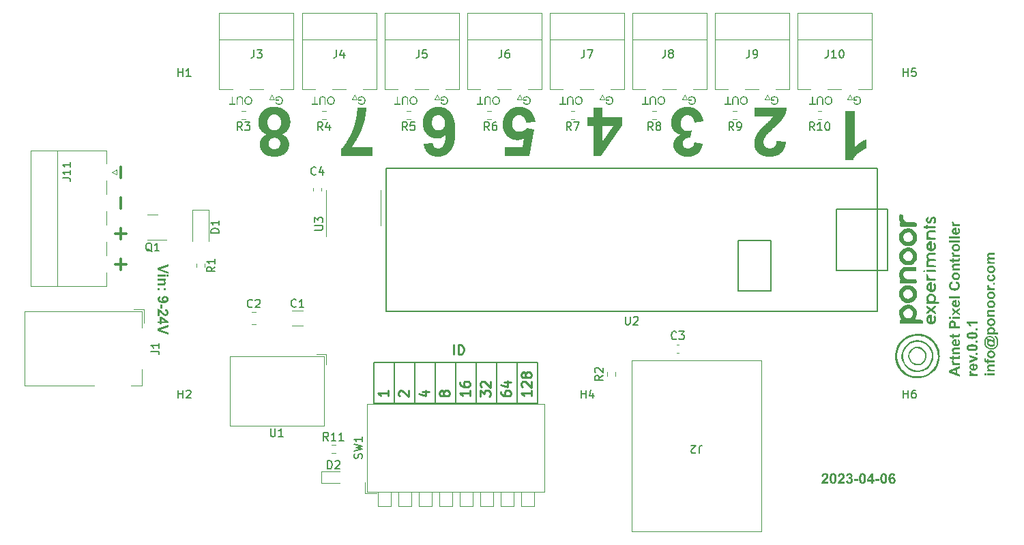
<source format=gbr>
%TF.GenerationSoftware,KiCad,Pcbnew,(7.0.0)*%
%TF.CreationDate,2023-04-06T13:54:23+09:00*%
%TF.ProjectId,Artnet_pixel_controller_Teensy-hardware,4172746e-6574-45f7-9069-78656c5f636f,rev?*%
%TF.SameCoordinates,Original*%
%TF.FileFunction,Legend,Top*%
%TF.FilePolarity,Positive*%
%FSLAX46Y46*%
G04 Gerber Fmt 4.6, Leading zero omitted, Abs format (unit mm)*
G04 Created by KiCad (PCBNEW (7.0.0)) date 2023-04-06 13:54:23*
%MOMM*%
%LPD*%
G01*
G04 APERTURE LIST*
%ADD10C,0.125000*%
%ADD11C,0.320000*%
%ADD12C,0.250000*%
%ADD13C,0.150000*%
%ADD14C,0.220000*%
%ADD15C,0.300000*%
%ADD16C,1.200000*%
%ADD17C,0.120000*%
G04 APERTURE END LIST*
D10*
G36*
X117714340Y-90568604D02*
G01*
X117714340Y-90685840D01*
X117287892Y-90686573D01*
X117287892Y-90310683D01*
X117300190Y-90301095D01*
X117312538Y-90291808D01*
X117324935Y-90282823D01*
X117337382Y-90274139D01*
X117349878Y-90265756D01*
X117362424Y-90257675D01*
X117375020Y-90249896D01*
X117387665Y-90242418D01*
X117400360Y-90235241D01*
X117413105Y-90228366D01*
X117425899Y-90221792D01*
X117438742Y-90215520D01*
X117451636Y-90209550D01*
X117464579Y-90203881D01*
X117477571Y-90198513D01*
X117490614Y-90193447D01*
X117503672Y-90188715D01*
X117516774Y-90184288D01*
X117529920Y-90180166D01*
X117543110Y-90176350D01*
X117556344Y-90172839D01*
X117569622Y-90169633D01*
X117582944Y-90166733D01*
X117596310Y-90164138D01*
X117609719Y-90161848D01*
X117623173Y-90159863D01*
X117636670Y-90158184D01*
X117650211Y-90156810D01*
X117663796Y-90155742D01*
X117677425Y-90154979D01*
X117691098Y-90154521D01*
X117704815Y-90154368D01*
X117723241Y-90154617D01*
X117741459Y-90155364D01*
X117759466Y-90156609D01*
X117777263Y-90158352D01*
X117794850Y-90160593D01*
X117812228Y-90163332D01*
X117829396Y-90166570D01*
X117846353Y-90170305D01*
X117863101Y-90174538D01*
X117879639Y-90179269D01*
X117895967Y-90184499D01*
X117912085Y-90190226D01*
X117927993Y-90196451D01*
X117943692Y-90203175D01*
X117959180Y-90210396D01*
X117974459Y-90218115D01*
X117989370Y-90226337D01*
X118003817Y-90235002D01*
X118017801Y-90244113D01*
X118031321Y-90253668D01*
X118044378Y-90263668D01*
X118056971Y-90274112D01*
X118069100Y-90285001D01*
X118080765Y-90296334D01*
X118091967Y-90308112D01*
X118102705Y-90320335D01*
X118112980Y-90333002D01*
X118122790Y-90346114D01*
X118132137Y-90359670D01*
X118141021Y-90373671D01*
X118149440Y-90388117D01*
X118157397Y-90403007D01*
X118164879Y-90418230D01*
X118171879Y-90433675D01*
X118178397Y-90449341D01*
X118184431Y-90465228D01*
X118189983Y-90481337D01*
X118195052Y-90497667D01*
X118199638Y-90514218D01*
X118203742Y-90530990D01*
X118207362Y-90547984D01*
X118210500Y-90565200D01*
X118213155Y-90582636D01*
X118215328Y-90600294D01*
X118217018Y-90618174D01*
X118218224Y-90636274D01*
X118218949Y-90654596D01*
X118219190Y-90673140D01*
X118218950Y-90691534D01*
X118218232Y-90709776D01*
X118217035Y-90727865D01*
X118215358Y-90745802D01*
X118213203Y-90763586D01*
X118210569Y-90781217D01*
X118207456Y-90798696D01*
X118203864Y-90816022D01*
X118199793Y-90833195D01*
X118195243Y-90850216D01*
X118190214Y-90867084D01*
X118184706Y-90883799D01*
X118178719Y-90900362D01*
X118172253Y-90916772D01*
X118165309Y-90933029D01*
X118157885Y-90949134D01*
X118149981Y-90964904D01*
X118141658Y-90980157D01*
X118132915Y-90994893D01*
X118123752Y-91009111D01*
X118114169Y-91022813D01*
X118104167Y-91035997D01*
X118093745Y-91048664D01*
X118082902Y-91060814D01*
X118071641Y-91072447D01*
X118059959Y-91083563D01*
X118047857Y-91094162D01*
X118035336Y-91104244D01*
X118022395Y-91113808D01*
X118009034Y-91122856D01*
X117995254Y-91131386D01*
X117981053Y-91139399D01*
X117966476Y-91146941D01*
X117951626Y-91153997D01*
X117936503Y-91160565D01*
X117921107Y-91166648D01*
X117905438Y-91172243D01*
X117889496Y-91177352D01*
X117873282Y-91181975D01*
X117856795Y-91186111D01*
X117840034Y-91189760D01*
X117823001Y-91192923D01*
X117805695Y-91195599D01*
X117788117Y-91197789D01*
X117770265Y-91199492D01*
X117752140Y-91200708D01*
X117733743Y-91201438D01*
X117715073Y-91201681D01*
X117701508Y-91201545D01*
X117688107Y-91201136D01*
X117674870Y-91200453D01*
X117661797Y-91199498D01*
X117648889Y-91198270D01*
X117636144Y-91196770D01*
X117623564Y-91194996D01*
X117611147Y-91192950D01*
X117598895Y-91190630D01*
X117586807Y-91188038D01*
X117574883Y-91185173D01*
X117563123Y-91182035D01*
X117551527Y-91178624D01*
X117540096Y-91174941D01*
X117528828Y-91170984D01*
X117517724Y-91166755D01*
X117506822Y-91162281D01*
X117496220Y-91157592D01*
X117485917Y-91152687D01*
X117475913Y-91147566D01*
X117466209Y-91142230D01*
X117456805Y-91136678D01*
X117447700Y-91130911D01*
X117438895Y-91124928D01*
X117430390Y-91118729D01*
X117422184Y-91112315D01*
X117414277Y-91105685D01*
X117406670Y-91098840D01*
X117399363Y-91091779D01*
X117392355Y-91084502D01*
X117385647Y-91077010D01*
X117379239Y-91069302D01*
X117373045Y-91061338D01*
X117367042Y-91053079D01*
X117361230Y-91044523D01*
X117355608Y-91035672D01*
X117350178Y-91026526D01*
X117344938Y-91017083D01*
X117339889Y-91007345D01*
X117335031Y-90997311D01*
X117330364Y-90986981D01*
X117325887Y-90976356D01*
X117321601Y-90965435D01*
X117317506Y-90954217D01*
X117313602Y-90942705D01*
X117309889Y-90930896D01*
X117306367Y-90918792D01*
X117303035Y-90906392D01*
X117423203Y-90873419D01*
X117426085Y-90882786D01*
X117430569Y-90896357D01*
X117435247Y-90909353D01*
X117440118Y-90921774D01*
X117445182Y-90933619D01*
X117450439Y-90944889D01*
X117455889Y-90955584D01*
X117461533Y-90965703D01*
X117467369Y-90975247D01*
X117473399Y-90984216D01*
X117479623Y-90992609D01*
X117486152Y-91000609D01*
X117493192Y-91008303D01*
X117500744Y-91015693D01*
X117508806Y-91022777D01*
X117517379Y-91029557D01*
X117526463Y-91036032D01*
X117536058Y-91042202D01*
X117546164Y-91048068D01*
X117556780Y-91053628D01*
X117567908Y-91058884D01*
X117575610Y-91062219D01*
X117587454Y-91066889D01*
X117599538Y-91071100D01*
X117611863Y-91074852D01*
X117624428Y-91078144D01*
X117637234Y-91080977D01*
X117650280Y-91083350D01*
X117663566Y-91085265D01*
X117677093Y-91086719D01*
X117690860Y-91087715D01*
X117704868Y-91088251D01*
X117714340Y-91088353D01*
X117725662Y-91088242D01*
X117736791Y-91087910D01*
X117747728Y-91087357D01*
X117758472Y-91086582D01*
X117769023Y-91085586D01*
X117779381Y-91084368D01*
X117789547Y-91082930D01*
X117799520Y-91081270D01*
X117809300Y-91079388D01*
X117818887Y-91077285D01*
X117832907Y-91073716D01*
X117846493Y-91069649D01*
X117859646Y-91065084D01*
X117872365Y-91060020D01*
X117884642Y-91054551D01*
X117896468Y-91048769D01*
X117907843Y-91042673D01*
X117918767Y-91036264D01*
X117929241Y-91029541D01*
X117939264Y-91022505D01*
X117948836Y-91015156D01*
X117957957Y-91007493D01*
X117966627Y-90999517D01*
X117974847Y-90991227D01*
X117980076Y-90985526D01*
X117987563Y-90976835D01*
X117994728Y-90967981D01*
X118001571Y-90958964D01*
X118008092Y-90949783D01*
X118014290Y-90940439D01*
X118020167Y-90930932D01*
X118025722Y-90921262D01*
X118030955Y-90911429D01*
X118035866Y-90901433D01*
X118040455Y-90891273D01*
X118043335Y-90884410D01*
X118048008Y-90872471D01*
X118052380Y-90860405D01*
X118056450Y-90848214D01*
X118060218Y-90835897D01*
X118063685Y-90823454D01*
X118066851Y-90810885D01*
X118069715Y-90798190D01*
X118072278Y-90785369D01*
X118074539Y-90772423D01*
X118076499Y-90759350D01*
X118078157Y-90746151D01*
X118079514Y-90732827D01*
X118080569Y-90719376D01*
X118081322Y-90705800D01*
X118081775Y-90692097D01*
X118081925Y-90678269D01*
X118081744Y-90661346D01*
X118081200Y-90644769D01*
X118080294Y-90628541D01*
X118079025Y-90612659D01*
X118077394Y-90597125D01*
X118075400Y-90581938D01*
X118073043Y-90567098D01*
X118070324Y-90552606D01*
X118067242Y-90538461D01*
X118063798Y-90524663D01*
X118059991Y-90511212D01*
X118055822Y-90498109D01*
X118051290Y-90485353D01*
X118046396Y-90472945D01*
X118041139Y-90460883D01*
X118035519Y-90449169D01*
X118029554Y-90437844D01*
X118023261Y-90426890D01*
X118016640Y-90416305D01*
X118009691Y-90406091D01*
X118002413Y-90396247D01*
X117994807Y-90386773D01*
X117986873Y-90377669D01*
X117978611Y-90368935D01*
X117970020Y-90360572D01*
X117961102Y-90352579D01*
X117951855Y-90344956D01*
X117942280Y-90337703D01*
X117932376Y-90330820D01*
X117922145Y-90324308D01*
X117911585Y-90318165D01*
X117900697Y-90312393D01*
X117889572Y-90306981D01*
X117878361Y-90301917D01*
X117867063Y-90297203D01*
X117855680Y-90292838D01*
X117844211Y-90288823D01*
X117832657Y-90285156D01*
X117821016Y-90281839D01*
X117809289Y-90278871D01*
X117797477Y-90276252D01*
X117785579Y-90273982D01*
X117773595Y-90272062D01*
X117761525Y-90270490D01*
X117749369Y-90269268D01*
X117737127Y-90268395D01*
X117724799Y-90267871D01*
X117712386Y-90267697D01*
X117701565Y-90267828D01*
X117690778Y-90268223D01*
X117680026Y-90268882D01*
X117669308Y-90269803D01*
X117658624Y-90270988D01*
X117647975Y-90272436D01*
X117637360Y-90274148D01*
X117626779Y-90276123D01*
X117616233Y-90278361D01*
X117605721Y-90280863D01*
X117595243Y-90283628D01*
X117584800Y-90286656D01*
X117574391Y-90289948D01*
X117564016Y-90293502D01*
X117553676Y-90297321D01*
X117543370Y-90301402D01*
X117533207Y-90305633D01*
X117523357Y-90309897D01*
X117513820Y-90314196D01*
X117504596Y-90318530D01*
X117495685Y-90322897D01*
X117482906Y-90329513D01*
X117470830Y-90336207D01*
X117459458Y-90342977D01*
X117448791Y-90349825D01*
X117438827Y-90356750D01*
X117429568Y-90363753D01*
X117421013Y-90370832D01*
X117418318Y-90373210D01*
X117418318Y-90568604D01*
X117714340Y-90568604D01*
G37*
G36*
X127964340Y-90568604D02*
G01*
X127964340Y-90685840D01*
X127537892Y-90686573D01*
X127537892Y-90310683D01*
X127550190Y-90301095D01*
X127562538Y-90291808D01*
X127574935Y-90282823D01*
X127587382Y-90274139D01*
X127599878Y-90265756D01*
X127612424Y-90257675D01*
X127625020Y-90249896D01*
X127637665Y-90242418D01*
X127650360Y-90235241D01*
X127663105Y-90228366D01*
X127675899Y-90221792D01*
X127688742Y-90215520D01*
X127701636Y-90209550D01*
X127714579Y-90203881D01*
X127727571Y-90198513D01*
X127740614Y-90193447D01*
X127753672Y-90188715D01*
X127766774Y-90184288D01*
X127779920Y-90180166D01*
X127793110Y-90176350D01*
X127806344Y-90172839D01*
X127819622Y-90169633D01*
X127832944Y-90166733D01*
X127846310Y-90164138D01*
X127859719Y-90161848D01*
X127873173Y-90159863D01*
X127886670Y-90158184D01*
X127900211Y-90156810D01*
X127913796Y-90155742D01*
X127927425Y-90154979D01*
X127941098Y-90154521D01*
X127954815Y-90154368D01*
X127973241Y-90154617D01*
X127991459Y-90155364D01*
X128009466Y-90156609D01*
X128027263Y-90158352D01*
X128044850Y-90160593D01*
X128062228Y-90163332D01*
X128079396Y-90166570D01*
X128096353Y-90170305D01*
X128113101Y-90174538D01*
X128129639Y-90179269D01*
X128145967Y-90184499D01*
X128162085Y-90190226D01*
X128177993Y-90196451D01*
X128193692Y-90203175D01*
X128209180Y-90210396D01*
X128224459Y-90218115D01*
X128239370Y-90226337D01*
X128253817Y-90235002D01*
X128267801Y-90244113D01*
X128281321Y-90253668D01*
X128294378Y-90263668D01*
X128306971Y-90274112D01*
X128319100Y-90285001D01*
X128330765Y-90296334D01*
X128341967Y-90308112D01*
X128352705Y-90320335D01*
X128362980Y-90333002D01*
X128372790Y-90346114D01*
X128382137Y-90359670D01*
X128391021Y-90373671D01*
X128399440Y-90388117D01*
X128407397Y-90403007D01*
X128414879Y-90418230D01*
X128421879Y-90433675D01*
X128428397Y-90449341D01*
X128434431Y-90465228D01*
X128439983Y-90481337D01*
X128445052Y-90497667D01*
X128449638Y-90514218D01*
X128453742Y-90530990D01*
X128457362Y-90547984D01*
X128460500Y-90565200D01*
X128463155Y-90582636D01*
X128465328Y-90600294D01*
X128467018Y-90618174D01*
X128468224Y-90636274D01*
X128468949Y-90654596D01*
X128469190Y-90673140D01*
X128468950Y-90691534D01*
X128468232Y-90709776D01*
X128467035Y-90727865D01*
X128465358Y-90745802D01*
X128463203Y-90763586D01*
X128460569Y-90781217D01*
X128457456Y-90798696D01*
X128453864Y-90816022D01*
X128449793Y-90833195D01*
X128445243Y-90850216D01*
X128440214Y-90867084D01*
X128434706Y-90883799D01*
X128428719Y-90900362D01*
X128422253Y-90916772D01*
X128415309Y-90933029D01*
X128407885Y-90949134D01*
X128399981Y-90964904D01*
X128391658Y-90980157D01*
X128382915Y-90994893D01*
X128373752Y-91009111D01*
X128364169Y-91022813D01*
X128354167Y-91035997D01*
X128343745Y-91048664D01*
X128332902Y-91060814D01*
X128321641Y-91072447D01*
X128309959Y-91083563D01*
X128297857Y-91094162D01*
X128285336Y-91104244D01*
X128272395Y-91113808D01*
X128259034Y-91122856D01*
X128245254Y-91131386D01*
X128231053Y-91139399D01*
X128216476Y-91146941D01*
X128201626Y-91153997D01*
X128186503Y-91160565D01*
X128171107Y-91166648D01*
X128155438Y-91172243D01*
X128139496Y-91177352D01*
X128123282Y-91181975D01*
X128106795Y-91186111D01*
X128090034Y-91189760D01*
X128073001Y-91192923D01*
X128055695Y-91195599D01*
X128038117Y-91197789D01*
X128020265Y-91199492D01*
X128002140Y-91200708D01*
X127983743Y-91201438D01*
X127965073Y-91201681D01*
X127951508Y-91201545D01*
X127938107Y-91201136D01*
X127924870Y-91200453D01*
X127911797Y-91199498D01*
X127898889Y-91198270D01*
X127886144Y-91196770D01*
X127873564Y-91194996D01*
X127861147Y-91192950D01*
X127848895Y-91190630D01*
X127836807Y-91188038D01*
X127824883Y-91185173D01*
X127813123Y-91182035D01*
X127801527Y-91178624D01*
X127790096Y-91174941D01*
X127778828Y-91170984D01*
X127767724Y-91166755D01*
X127756822Y-91162281D01*
X127746220Y-91157592D01*
X127735917Y-91152687D01*
X127725913Y-91147566D01*
X127716209Y-91142230D01*
X127706805Y-91136678D01*
X127697700Y-91130911D01*
X127688895Y-91124928D01*
X127680390Y-91118729D01*
X127672184Y-91112315D01*
X127664277Y-91105685D01*
X127656670Y-91098840D01*
X127649363Y-91091779D01*
X127642355Y-91084502D01*
X127635647Y-91077010D01*
X127629239Y-91069302D01*
X127623045Y-91061338D01*
X127617042Y-91053079D01*
X127611230Y-91044523D01*
X127605608Y-91035672D01*
X127600178Y-91026526D01*
X127594938Y-91017083D01*
X127589889Y-91007345D01*
X127585031Y-90997311D01*
X127580364Y-90986981D01*
X127575887Y-90976356D01*
X127571601Y-90965435D01*
X127567506Y-90954217D01*
X127563602Y-90942705D01*
X127559889Y-90930896D01*
X127556367Y-90918792D01*
X127553035Y-90906392D01*
X127673203Y-90873419D01*
X127676085Y-90882786D01*
X127680569Y-90896357D01*
X127685247Y-90909353D01*
X127690118Y-90921774D01*
X127695182Y-90933619D01*
X127700439Y-90944889D01*
X127705889Y-90955584D01*
X127711533Y-90965703D01*
X127717369Y-90975247D01*
X127723399Y-90984216D01*
X127729623Y-90992609D01*
X127736152Y-91000609D01*
X127743192Y-91008303D01*
X127750744Y-91015693D01*
X127758806Y-91022777D01*
X127767379Y-91029557D01*
X127776463Y-91036032D01*
X127786058Y-91042202D01*
X127796164Y-91048068D01*
X127806780Y-91053628D01*
X127817908Y-91058884D01*
X127825610Y-91062219D01*
X127837454Y-91066889D01*
X127849538Y-91071100D01*
X127861863Y-91074852D01*
X127874428Y-91078144D01*
X127887234Y-91080977D01*
X127900280Y-91083350D01*
X127913566Y-91085265D01*
X127927093Y-91086719D01*
X127940860Y-91087715D01*
X127954868Y-91088251D01*
X127964340Y-91088353D01*
X127975662Y-91088242D01*
X127986791Y-91087910D01*
X127997728Y-91087357D01*
X128008472Y-91086582D01*
X128019023Y-91085586D01*
X128029381Y-91084368D01*
X128039547Y-91082930D01*
X128049520Y-91081270D01*
X128059300Y-91079388D01*
X128068887Y-91077285D01*
X128082907Y-91073716D01*
X128096493Y-91069649D01*
X128109646Y-91065084D01*
X128122365Y-91060020D01*
X128134642Y-91054551D01*
X128146468Y-91048769D01*
X128157843Y-91042673D01*
X128168767Y-91036264D01*
X128179241Y-91029541D01*
X128189264Y-91022505D01*
X128198836Y-91015156D01*
X128207957Y-91007493D01*
X128216627Y-90999517D01*
X128224847Y-90991227D01*
X128230076Y-90985526D01*
X128237563Y-90976835D01*
X128244728Y-90967981D01*
X128251571Y-90958964D01*
X128258092Y-90949783D01*
X128264290Y-90940439D01*
X128270167Y-90930932D01*
X128275722Y-90921262D01*
X128280955Y-90911429D01*
X128285866Y-90901433D01*
X128290455Y-90891273D01*
X128293335Y-90884410D01*
X128298008Y-90872471D01*
X128302380Y-90860405D01*
X128306450Y-90848214D01*
X128310218Y-90835897D01*
X128313685Y-90823454D01*
X128316851Y-90810885D01*
X128319715Y-90798190D01*
X128322278Y-90785369D01*
X128324539Y-90772423D01*
X128326499Y-90759350D01*
X128328157Y-90746151D01*
X128329514Y-90732827D01*
X128330569Y-90719376D01*
X128331322Y-90705800D01*
X128331775Y-90692097D01*
X128331925Y-90678269D01*
X128331744Y-90661346D01*
X128331200Y-90644769D01*
X128330294Y-90628541D01*
X128329025Y-90612659D01*
X128327394Y-90597125D01*
X128325400Y-90581938D01*
X128323043Y-90567098D01*
X128320324Y-90552606D01*
X128317242Y-90538461D01*
X128313798Y-90524663D01*
X128309991Y-90511212D01*
X128305822Y-90498109D01*
X128301290Y-90485353D01*
X128296396Y-90472945D01*
X128291139Y-90460883D01*
X128285519Y-90449169D01*
X128279554Y-90437844D01*
X128273261Y-90426890D01*
X128266640Y-90416305D01*
X128259691Y-90406091D01*
X128252413Y-90396247D01*
X128244807Y-90386773D01*
X128236873Y-90377669D01*
X128228611Y-90368935D01*
X128220020Y-90360572D01*
X128211102Y-90352579D01*
X128201855Y-90344956D01*
X128192280Y-90337703D01*
X128182376Y-90330820D01*
X128172145Y-90324308D01*
X128161585Y-90318165D01*
X128150697Y-90312393D01*
X128139572Y-90306981D01*
X128128361Y-90301917D01*
X128117063Y-90297203D01*
X128105680Y-90292838D01*
X128094211Y-90288823D01*
X128082657Y-90285156D01*
X128071016Y-90281839D01*
X128059289Y-90278871D01*
X128047477Y-90276252D01*
X128035579Y-90273982D01*
X128023595Y-90272062D01*
X128011525Y-90270490D01*
X127999369Y-90269268D01*
X127987127Y-90268395D01*
X127974799Y-90267871D01*
X127962386Y-90267697D01*
X127951565Y-90267828D01*
X127940778Y-90268223D01*
X127930026Y-90268882D01*
X127919308Y-90269803D01*
X127908624Y-90270988D01*
X127897975Y-90272436D01*
X127887360Y-90274148D01*
X127876779Y-90276123D01*
X127866233Y-90278361D01*
X127855721Y-90280863D01*
X127845243Y-90283628D01*
X127834800Y-90286656D01*
X127824391Y-90289948D01*
X127814016Y-90293502D01*
X127803676Y-90297321D01*
X127793370Y-90301402D01*
X127783207Y-90305633D01*
X127773357Y-90309897D01*
X127763820Y-90314196D01*
X127754596Y-90318530D01*
X127745685Y-90322897D01*
X127732906Y-90329513D01*
X127720830Y-90336207D01*
X127709458Y-90342977D01*
X127698791Y-90349825D01*
X127688827Y-90356750D01*
X127679568Y-90363753D01*
X127671013Y-90370832D01*
X127668318Y-90373210D01*
X127668318Y-90568604D01*
X127964340Y-90568604D01*
G37*
G36*
X138214340Y-90568604D02*
G01*
X138214340Y-90685840D01*
X137787892Y-90686573D01*
X137787892Y-90310683D01*
X137800190Y-90301095D01*
X137812538Y-90291808D01*
X137824935Y-90282823D01*
X137837382Y-90274139D01*
X137849878Y-90265756D01*
X137862424Y-90257675D01*
X137875020Y-90249896D01*
X137887665Y-90242418D01*
X137900360Y-90235241D01*
X137913105Y-90228366D01*
X137925899Y-90221792D01*
X137938742Y-90215520D01*
X137951636Y-90209550D01*
X137964579Y-90203881D01*
X137977571Y-90198513D01*
X137990614Y-90193447D01*
X138003672Y-90188715D01*
X138016774Y-90184288D01*
X138029920Y-90180166D01*
X138043110Y-90176350D01*
X138056344Y-90172839D01*
X138069622Y-90169633D01*
X138082944Y-90166733D01*
X138096310Y-90164138D01*
X138109719Y-90161848D01*
X138123173Y-90159863D01*
X138136670Y-90158184D01*
X138150211Y-90156810D01*
X138163796Y-90155742D01*
X138177425Y-90154979D01*
X138191098Y-90154521D01*
X138204815Y-90154368D01*
X138223241Y-90154617D01*
X138241459Y-90155364D01*
X138259466Y-90156609D01*
X138277263Y-90158352D01*
X138294850Y-90160593D01*
X138312228Y-90163332D01*
X138329396Y-90166570D01*
X138346353Y-90170305D01*
X138363101Y-90174538D01*
X138379639Y-90179269D01*
X138395967Y-90184499D01*
X138412085Y-90190226D01*
X138427993Y-90196451D01*
X138443692Y-90203175D01*
X138459180Y-90210396D01*
X138474459Y-90218115D01*
X138489370Y-90226337D01*
X138503817Y-90235002D01*
X138517801Y-90244113D01*
X138531321Y-90253668D01*
X138544378Y-90263668D01*
X138556971Y-90274112D01*
X138569100Y-90285001D01*
X138580765Y-90296334D01*
X138591967Y-90308112D01*
X138602705Y-90320335D01*
X138612980Y-90333002D01*
X138622790Y-90346114D01*
X138632137Y-90359670D01*
X138641021Y-90373671D01*
X138649440Y-90388117D01*
X138657397Y-90403007D01*
X138664879Y-90418230D01*
X138671879Y-90433675D01*
X138678397Y-90449341D01*
X138684431Y-90465228D01*
X138689983Y-90481337D01*
X138695052Y-90497667D01*
X138699638Y-90514218D01*
X138703742Y-90530990D01*
X138707362Y-90547984D01*
X138710500Y-90565200D01*
X138713155Y-90582636D01*
X138715328Y-90600294D01*
X138717018Y-90618174D01*
X138718224Y-90636274D01*
X138718949Y-90654596D01*
X138719190Y-90673140D01*
X138718950Y-90691534D01*
X138718232Y-90709776D01*
X138717035Y-90727865D01*
X138715358Y-90745802D01*
X138713203Y-90763586D01*
X138710569Y-90781217D01*
X138707456Y-90798696D01*
X138703864Y-90816022D01*
X138699793Y-90833195D01*
X138695243Y-90850216D01*
X138690214Y-90867084D01*
X138684706Y-90883799D01*
X138678719Y-90900362D01*
X138672253Y-90916772D01*
X138665309Y-90933029D01*
X138657885Y-90949134D01*
X138649981Y-90964904D01*
X138641658Y-90980157D01*
X138632915Y-90994893D01*
X138623752Y-91009111D01*
X138614169Y-91022813D01*
X138604167Y-91035997D01*
X138593745Y-91048664D01*
X138582902Y-91060814D01*
X138571641Y-91072447D01*
X138559959Y-91083563D01*
X138547857Y-91094162D01*
X138535336Y-91104244D01*
X138522395Y-91113808D01*
X138509034Y-91122856D01*
X138495254Y-91131386D01*
X138481053Y-91139399D01*
X138466476Y-91146941D01*
X138451626Y-91153997D01*
X138436503Y-91160565D01*
X138421107Y-91166648D01*
X138405438Y-91172243D01*
X138389496Y-91177352D01*
X138373282Y-91181975D01*
X138356795Y-91186111D01*
X138340034Y-91189760D01*
X138323001Y-91192923D01*
X138305695Y-91195599D01*
X138288117Y-91197789D01*
X138270265Y-91199492D01*
X138252140Y-91200708D01*
X138233743Y-91201438D01*
X138215073Y-91201681D01*
X138201508Y-91201545D01*
X138188107Y-91201136D01*
X138174870Y-91200453D01*
X138161797Y-91199498D01*
X138148889Y-91198270D01*
X138136144Y-91196770D01*
X138123564Y-91194996D01*
X138111147Y-91192950D01*
X138098895Y-91190630D01*
X138086807Y-91188038D01*
X138074883Y-91185173D01*
X138063123Y-91182035D01*
X138051527Y-91178624D01*
X138040096Y-91174941D01*
X138028828Y-91170984D01*
X138017724Y-91166755D01*
X138006822Y-91162281D01*
X137996220Y-91157592D01*
X137985917Y-91152687D01*
X137975913Y-91147566D01*
X137966209Y-91142230D01*
X137956805Y-91136678D01*
X137947700Y-91130911D01*
X137938895Y-91124928D01*
X137930390Y-91118729D01*
X137922184Y-91112315D01*
X137914277Y-91105685D01*
X137906670Y-91098840D01*
X137899363Y-91091779D01*
X137892355Y-91084502D01*
X137885647Y-91077010D01*
X137879239Y-91069302D01*
X137873045Y-91061338D01*
X137867042Y-91053079D01*
X137861230Y-91044523D01*
X137855608Y-91035672D01*
X137850178Y-91026526D01*
X137844938Y-91017083D01*
X137839889Y-91007345D01*
X137835031Y-90997311D01*
X137830364Y-90986981D01*
X137825887Y-90976356D01*
X137821601Y-90965435D01*
X137817506Y-90954217D01*
X137813602Y-90942705D01*
X137809889Y-90930896D01*
X137806367Y-90918792D01*
X137803035Y-90906392D01*
X137923203Y-90873419D01*
X137926085Y-90882786D01*
X137930569Y-90896357D01*
X137935247Y-90909353D01*
X137940118Y-90921774D01*
X137945182Y-90933619D01*
X137950439Y-90944889D01*
X137955889Y-90955584D01*
X137961533Y-90965703D01*
X137967369Y-90975247D01*
X137973399Y-90984216D01*
X137979623Y-90992609D01*
X137986152Y-91000609D01*
X137993192Y-91008303D01*
X138000744Y-91015693D01*
X138008806Y-91022777D01*
X138017379Y-91029557D01*
X138026463Y-91036032D01*
X138036058Y-91042202D01*
X138046164Y-91048068D01*
X138056780Y-91053628D01*
X138067908Y-91058884D01*
X138075610Y-91062219D01*
X138087454Y-91066889D01*
X138099538Y-91071100D01*
X138111863Y-91074852D01*
X138124428Y-91078144D01*
X138137234Y-91080977D01*
X138150280Y-91083350D01*
X138163566Y-91085265D01*
X138177093Y-91086719D01*
X138190860Y-91087715D01*
X138204868Y-91088251D01*
X138214340Y-91088353D01*
X138225662Y-91088242D01*
X138236791Y-91087910D01*
X138247728Y-91087357D01*
X138258472Y-91086582D01*
X138269023Y-91085586D01*
X138279381Y-91084368D01*
X138289547Y-91082930D01*
X138299520Y-91081270D01*
X138309300Y-91079388D01*
X138318887Y-91077285D01*
X138332907Y-91073716D01*
X138346493Y-91069649D01*
X138359646Y-91065084D01*
X138372365Y-91060020D01*
X138384642Y-91054551D01*
X138396468Y-91048769D01*
X138407843Y-91042673D01*
X138418767Y-91036264D01*
X138429241Y-91029541D01*
X138439264Y-91022505D01*
X138448836Y-91015156D01*
X138457957Y-91007493D01*
X138466627Y-90999517D01*
X138474847Y-90991227D01*
X138480076Y-90985526D01*
X138487563Y-90976835D01*
X138494728Y-90967981D01*
X138501571Y-90958964D01*
X138508092Y-90949783D01*
X138514290Y-90940439D01*
X138520167Y-90930932D01*
X138525722Y-90921262D01*
X138530955Y-90911429D01*
X138535866Y-90901433D01*
X138540455Y-90891273D01*
X138543335Y-90884410D01*
X138548008Y-90872471D01*
X138552380Y-90860405D01*
X138556450Y-90848214D01*
X138560218Y-90835897D01*
X138563685Y-90823454D01*
X138566851Y-90810885D01*
X138569715Y-90798190D01*
X138572278Y-90785369D01*
X138574539Y-90772423D01*
X138576499Y-90759350D01*
X138578157Y-90746151D01*
X138579514Y-90732827D01*
X138580569Y-90719376D01*
X138581322Y-90705800D01*
X138581775Y-90692097D01*
X138581925Y-90678269D01*
X138581744Y-90661346D01*
X138581200Y-90644769D01*
X138580294Y-90628541D01*
X138579025Y-90612659D01*
X138577394Y-90597125D01*
X138575400Y-90581938D01*
X138573043Y-90567098D01*
X138570324Y-90552606D01*
X138567242Y-90538461D01*
X138563798Y-90524663D01*
X138559991Y-90511212D01*
X138555822Y-90498109D01*
X138551290Y-90485353D01*
X138546396Y-90472945D01*
X138541139Y-90460883D01*
X138535519Y-90449169D01*
X138529554Y-90437844D01*
X138523261Y-90426890D01*
X138516640Y-90416305D01*
X138509691Y-90406091D01*
X138502413Y-90396247D01*
X138494807Y-90386773D01*
X138486873Y-90377669D01*
X138478611Y-90368935D01*
X138470020Y-90360572D01*
X138461102Y-90352579D01*
X138451855Y-90344956D01*
X138442280Y-90337703D01*
X138432376Y-90330820D01*
X138422145Y-90324308D01*
X138411585Y-90318165D01*
X138400697Y-90312393D01*
X138389572Y-90306981D01*
X138378361Y-90301917D01*
X138367063Y-90297203D01*
X138355680Y-90292838D01*
X138344211Y-90288823D01*
X138332657Y-90285156D01*
X138321016Y-90281839D01*
X138309289Y-90278871D01*
X138297477Y-90276252D01*
X138285579Y-90273982D01*
X138273595Y-90272062D01*
X138261525Y-90270490D01*
X138249369Y-90269268D01*
X138237127Y-90268395D01*
X138224799Y-90267871D01*
X138212386Y-90267697D01*
X138201565Y-90267828D01*
X138190778Y-90268223D01*
X138180026Y-90268882D01*
X138169308Y-90269803D01*
X138158624Y-90270988D01*
X138147975Y-90272436D01*
X138137360Y-90274148D01*
X138126779Y-90276123D01*
X138116233Y-90278361D01*
X138105721Y-90280863D01*
X138095243Y-90283628D01*
X138084800Y-90286656D01*
X138074391Y-90289948D01*
X138064016Y-90293502D01*
X138053676Y-90297321D01*
X138043370Y-90301402D01*
X138033207Y-90305633D01*
X138023357Y-90309897D01*
X138013820Y-90314196D01*
X138004596Y-90318530D01*
X137995685Y-90322897D01*
X137982906Y-90329513D01*
X137970830Y-90336207D01*
X137959458Y-90342977D01*
X137948791Y-90349825D01*
X137938827Y-90356750D01*
X137929568Y-90363753D01*
X137921013Y-90370832D01*
X137918318Y-90373210D01*
X137918318Y-90568604D01*
X138214340Y-90568604D01*
G37*
G36*
X148464340Y-90568604D02*
G01*
X148464340Y-90685840D01*
X148037892Y-90686573D01*
X148037892Y-90310683D01*
X148050190Y-90301095D01*
X148062538Y-90291808D01*
X148074935Y-90282823D01*
X148087382Y-90274139D01*
X148099878Y-90265756D01*
X148112424Y-90257675D01*
X148125020Y-90249896D01*
X148137665Y-90242418D01*
X148150360Y-90235241D01*
X148163105Y-90228366D01*
X148175899Y-90221792D01*
X148188742Y-90215520D01*
X148201636Y-90209550D01*
X148214579Y-90203881D01*
X148227571Y-90198513D01*
X148240614Y-90193447D01*
X148253672Y-90188715D01*
X148266774Y-90184288D01*
X148279920Y-90180166D01*
X148293110Y-90176350D01*
X148306344Y-90172839D01*
X148319622Y-90169633D01*
X148332944Y-90166733D01*
X148346310Y-90164138D01*
X148359719Y-90161848D01*
X148373173Y-90159863D01*
X148386670Y-90158184D01*
X148400211Y-90156810D01*
X148413796Y-90155742D01*
X148427425Y-90154979D01*
X148441098Y-90154521D01*
X148454815Y-90154368D01*
X148473241Y-90154617D01*
X148491459Y-90155364D01*
X148509466Y-90156609D01*
X148527263Y-90158352D01*
X148544850Y-90160593D01*
X148562228Y-90163332D01*
X148579396Y-90166570D01*
X148596353Y-90170305D01*
X148613101Y-90174538D01*
X148629639Y-90179269D01*
X148645967Y-90184499D01*
X148662085Y-90190226D01*
X148677993Y-90196451D01*
X148693692Y-90203175D01*
X148709180Y-90210396D01*
X148724459Y-90218115D01*
X148739370Y-90226337D01*
X148753817Y-90235002D01*
X148767801Y-90244113D01*
X148781321Y-90253668D01*
X148794378Y-90263668D01*
X148806971Y-90274112D01*
X148819100Y-90285001D01*
X148830765Y-90296334D01*
X148841967Y-90308112D01*
X148852705Y-90320335D01*
X148862980Y-90333002D01*
X148872790Y-90346114D01*
X148882137Y-90359670D01*
X148891021Y-90373671D01*
X148899440Y-90388117D01*
X148907397Y-90403007D01*
X148914879Y-90418230D01*
X148921879Y-90433675D01*
X148928397Y-90449341D01*
X148934431Y-90465228D01*
X148939983Y-90481337D01*
X148945052Y-90497667D01*
X148949638Y-90514218D01*
X148953742Y-90530990D01*
X148957362Y-90547984D01*
X148960500Y-90565200D01*
X148963155Y-90582636D01*
X148965328Y-90600294D01*
X148967018Y-90618174D01*
X148968224Y-90636274D01*
X148968949Y-90654596D01*
X148969190Y-90673140D01*
X148968950Y-90691534D01*
X148968232Y-90709776D01*
X148967035Y-90727865D01*
X148965358Y-90745802D01*
X148963203Y-90763586D01*
X148960569Y-90781217D01*
X148957456Y-90798696D01*
X148953864Y-90816022D01*
X148949793Y-90833195D01*
X148945243Y-90850216D01*
X148940214Y-90867084D01*
X148934706Y-90883799D01*
X148928719Y-90900362D01*
X148922253Y-90916772D01*
X148915309Y-90933029D01*
X148907885Y-90949134D01*
X148899981Y-90964904D01*
X148891658Y-90980157D01*
X148882915Y-90994893D01*
X148873752Y-91009111D01*
X148864169Y-91022813D01*
X148854167Y-91035997D01*
X148843745Y-91048664D01*
X148832902Y-91060814D01*
X148821641Y-91072447D01*
X148809959Y-91083563D01*
X148797857Y-91094162D01*
X148785336Y-91104244D01*
X148772395Y-91113808D01*
X148759034Y-91122856D01*
X148745254Y-91131386D01*
X148731053Y-91139399D01*
X148716476Y-91146941D01*
X148701626Y-91153997D01*
X148686503Y-91160565D01*
X148671107Y-91166648D01*
X148655438Y-91172243D01*
X148639496Y-91177352D01*
X148623282Y-91181975D01*
X148606795Y-91186111D01*
X148590034Y-91189760D01*
X148573001Y-91192923D01*
X148555695Y-91195599D01*
X148538117Y-91197789D01*
X148520265Y-91199492D01*
X148502140Y-91200708D01*
X148483743Y-91201438D01*
X148465073Y-91201681D01*
X148451508Y-91201545D01*
X148438107Y-91201136D01*
X148424870Y-91200453D01*
X148411797Y-91199498D01*
X148398889Y-91198270D01*
X148386144Y-91196770D01*
X148373564Y-91194996D01*
X148361147Y-91192950D01*
X148348895Y-91190630D01*
X148336807Y-91188038D01*
X148324883Y-91185173D01*
X148313123Y-91182035D01*
X148301527Y-91178624D01*
X148290096Y-91174941D01*
X148278828Y-91170984D01*
X148267724Y-91166755D01*
X148256822Y-91162281D01*
X148246220Y-91157592D01*
X148235917Y-91152687D01*
X148225913Y-91147566D01*
X148216209Y-91142230D01*
X148206805Y-91136678D01*
X148197700Y-91130911D01*
X148188895Y-91124928D01*
X148180390Y-91118729D01*
X148172184Y-91112315D01*
X148164277Y-91105685D01*
X148156670Y-91098840D01*
X148149363Y-91091779D01*
X148142355Y-91084502D01*
X148135647Y-91077010D01*
X148129239Y-91069302D01*
X148123045Y-91061338D01*
X148117042Y-91053079D01*
X148111230Y-91044523D01*
X148105608Y-91035672D01*
X148100178Y-91026526D01*
X148094938Y-91017083D01*
X148089889Y-91007345D01*
X148085031Y-90997311D01*
X148080364Y-90986981D01*
X148075887Y-90976356D01*
X148071601Y-90965435D01*
X148067506Y-90954217D01*
X148063602Y-90942705D01*
X148059889Y-90930896D01*
X148056367Y-90918792D01*
X148053035Y-90906392D01*
X148173203Y-90873419D01*
X148176085Y-90882786D01*
X148180569Y-90896357D01*
X148185247Y-90909353D01*
X148190118Y-90921774D01*
X148195182Y-90933619D01*
X148200439Y-90944889D01*
X148205889Y-90955584D01*
X148211533Y-90965703D01*
X148217369Y-90975247D01*
X148223399Y-90984216D01*
X148229623Y-90992609D01*
X148236152Y-91000609D01*
X148243192Y-91008303D01*
X148250744Y-91015693D01*
X148258806Y-91022777D01*
X148267379Y-91029557D01*
X148276463Y-91036032D01*
X148286058Y-91042202D01*
X148296164Y-91048068D01*
X148306780Y-91053628D01*
X148317908Y-91058884D01*
X148325610Y-91062219D01*
X148337454Y-91066889D01*
X148349538Y-91071100D01*
X148361863Y-91074852D01*
X148374428Y-91078144D01*
X148387234Y-91080977D01*
X148400280Y-91083350D01*
X148413566Y-91085265D01*
X148427093Y-91086719D01*
X148440860Y-91087715D01*
X148454868Y-91088251D01*
X148464340Y-91088353D01*
X148475662Y-91088242D01*
X148486791Y-91087910D01*
X148497728Y-91087357D01*
X148508472Y-91086582D01*
X148519023Y-91085586D01*
X148529381Y-91084368D01*
X148539547Y-91082930D01*
X148549520Y-91081270D01*
X148559300Y-91079388D01*
X148568887Y-91077285D01*
X148582907Y-91073716D01*
X148596493Y-91069649D01*
X148609646Y-91065084D01*
X148622365Y-91060020D01*
X148634642Y-91054551D01*
X148646468Y-91048769D01*
X148657843Y-91042673D01*
X148668767Y-91036264D01*
X148679241Y-91029541D01*
X148689264Y-91022505D01*
X148698836Y-91015156D01*
X148707957Y-91007493D01*
X148716627Y-90999517D01*
X148724847Y-90991227D01*
X148730076Y-90985526D01*
X148737563Y-90976835D01*
X148744728Y-90967981D01*
X148751571Y-90958964D01*
X148758092Y-90949783D01*
X148764290Y-90940439D01*
X148770167Y-90930932D01*
X148775722Y-90921262D01*
X148780955Y-90911429D01*
X148785866Y-90901433D01*
X148790455Y-90891273D01*
X148793335Y-90884410D01*
X148798008Y-90872471D01*
X148802380Y-90860405D01*
X148806450Y-90848214D01*
X148810218Y-90835897D01*
X148813685Y-90823454D01*
X148816851Y-90810885D01*
X148819715Y-90798190D01*
X148822278Y-90785369D01*
X148824539Y-90772423D01*
X148826499Y-90759350D01*
X148828157Y-90746151D01*
X148829514Y-90732827D01*
X148830569Y-90719376D01*
X148831322Y-90705800D01*
X148831775Y-90692097D01*
X148831925Y-90678269D01*
X148831744Y-90661346D01*
X148831200Y-90644769D01*
X148830294Y-90628541D01*
X148829025Y-90612659D01*
X148827394Y-90597125D01*
X148825400Y-90581938D01*
X148823043Y-90567098D01*
X148820324Y-90552606D01*
X148817242Y-90538461D01*
X148813798Y-90524663D01*
X148809991Y-90511212D01*
X148805822Y-90498109D01*
X148801290Y-90485353D01*
X148796396Y-90472945D01*
X148791139Y-90460883D01*
X148785519Y-90449169D01*
X148779554Y-90437844D01*
X148773261Y-90426890D01*
X148766640Y-90416305D01*
X148759691Y-90406091D01*
X148752413Y-90396247D01*
X148744807Y-90386773D01*
X148736873Y-90377669D01*
X148728611Y-90368935D01*
X148720020Y-90360572D01*
X148711102Y-90352579D01*
X148701855Y-90344956D01*
X148692280Y-90337703D01*
X148682376Y-90330820D01*
X148672145Y-90324308D01*
X148661585Y-90318165D01*
X148650697Y-90312393D01*
X148639572Y-90306981D01*
X148628361Y-90301917D01*
X148617063Y-90297203D01*
X148605680Y-90292838D01*
X148594211Y-90288823D01*
X148582657Y-90285156D01*
X148571016Y-90281839D01*
X148559289Y-90278871D01*
X148547477Y-90276252D01*
X148535579Y-90273982D01*
X148523595Y-90272062D01*
X148511525Y-90270490D01*
X148499369Y-90269268D01*
X148487127Y-90268395D01*
X148474799Y-90267871D01*
X148462386Y-90267697D01*
X148451565Y-90267828D01*
X148440778Y-90268223D01*
X148430026Y-90268882D01*
X148419308Y-90269803D01*
X148408624Y-90270988D01*
X148397975Y-90272436D01*
X148387360Y-90274148D01*
X148376779Y-90276123D01*
X148366233Y-90278361D01*
X148355721Y-90280863D01*
X148345243Y-90283628D01*
X148334800Y-90286656D01*
X148324391Y-90289948D01*
X148314016Y-90293502D01*
X148303676Y-90297321D01*
X148293370Y-90301402D01*
X148283207Y-90305633D01*
X148273357Y-90309897D01*
X148263820Y-90314196D01*
X148254596Y-90318530D01*
X148245685Y-90322897D01*
X148232906Y-90329513D01*
X148220830Y-90336207D01*
X148209458Y-90342977D01*
X148198791Y-90349825D01*
X148188827Y-90356750D01*
X148179568Y-90363753D01*
X148171013Y-90370832D01*
X148168318Y-90373210D01*
X148168318Y-90568604D01*
X148464340Y-90568604D01*
G37*
G36*
X158714340Y-90568604D02*
G01*
X158714340Y-90685840D01*
X158287892Y-90686573D01*
X158287892Y-90310683D01*
X158300190Y-90301095D01*
X158312538Y-90291808D01*
X158324935Y-90282823D01*
X158337382Y-90274139D01*
X158349878Y-90265756D01*
X158362424Y-90257675D01*
X158375020Y-90249896D01*
X158387665Y-90242418D01*
X158400360Y-90235241D01*
X158413105Y-90228366D01*
X158425899Y-90221792D01*
X158438742Y-90215520D01*
X158451636Y-90209550D01*
X158464579Y-90203881D01*
X158477571Y-90198513D01*
X158490614Y-90193447D01*
X158503672Y-90188715D01*
X158516774Y-90184288D01*
X158529920Y-90180166D01*
X158543110Y-90176350D01*
X158556344Y-90172839D01*
X158569622Y-90169633D01*
X158582944Y-90166733D01*
X158596310Y-90164138D01*
X158609719Y-90161848D01*
X158623173Y-90159863D01*
X158636670Y-90158184D01*
X158650211Y-90156810D01*
X158663796Y-90155742D01*
X158677425Y-90154979D01*
X158691098Y-90154521D01*
X158704815Y-90154368D01*
X158723241Y-90154617D01*
X158741459Y-90155364D01*
X158759466Y-90156609D01*
X158777263Y-90158352D01*
X158794850Y-90160593D01*
X158812228Y-90163332D01*
X158829396Y-90166570D01*
X158846353Y-90170305D01*
X158863101Y-90174538D01*
X158879639Y-90179269D01*
X158895967Y-90184499D01*
X158912085Y-90190226D01*
X158927993Y-90196451D01*
X158943692Y-90203175D01*
X158959180Y-90210396D01*
X158974459Y-90218115D01*
X158989370Y-90226337D01*
X159003817Y-90235002D01*
X159017801Y-90244113D01*
X159031321Y-90253668D01*
X159044378Y-90263668D01*
X159056971Y-90274112D01*
X159069100Y-90285001D01*
X159080765Y-90296334D01*
X159091967Y-90308112D01*
X159102705Y-90320335D01*
X159112980Y-90333002D01*
X159122790Y-90346114D01*
X159132137Y-90359670D01*
X159141021Y-90373671D01*
X159149440Y-90388117D01*
X159157397Y-90403007D01*
X159164879Y-90418230D01*
X159171879Y-90433675D01*
X159178397Y-90449341D01*
X159184431Y-90465228D01*
X159189983Y-90481337D01*
X159195052Y-90497667D01*
X159199638Y-90514218D01*
X159203742Y-90530990D01*
X159207362Y-90547984D01*
X159210500Y-90565200D01*
X159213155Y-90582636D01*
X159215328Y-90600294D01*
X159217018Y-90618174D01*
X159218224Y-90636274D01*
X159218949Y-90654596D01*
X159219190Y-90673140D01*
X159218950Y-90691534D01*
X159218232Y-90709776D01*
X159217035Y-90727865D01*
X159215358Y-90745802D01*
X159213203Y-90763586D01*
X159210569Y-90781217D01*
X159207456Y-90798696D01*
X159203864Y-90816022D01*
X159199793Y-90833195D01*
X159195243Y-90850216D01*
X159190214Y-90867084D01*
X159184706Y-90883799D01*
X159178719Y-90900362D01*
X159172253Y-90916772D01*
X159165309Y-90933029D01*
X159157885Y-90949134D01*
X159149981Y-90964904D01*
X159141658Y-90980157D01*
X159132915Y-90994893D01*
X159123752Y-91009111D01*
X159114169Y-91022813D01*
X159104167Y-91035997D01*
X159093745Y-91048664D01*
X159082902Y-91060814D01*
X159071641Y-91072447D01*
X159059959Y-91083563D01*
X159047857Y-91094162D01*
X159035336Y-91104244D01*
X159022395Y-91113808D01*
X159009034Y-91122856D01*
X158995254Y-91131386D01*
X158981053Y-91139399D01*
X158966476Y-91146941D01*
X158951626Y-91153997D01*
X158936503Y-91160565D01*
X158921107Y-91166648D01*
X158905438Y-91172243D01*
X158889496Y-91177352D01*
X158873282Y-91181975D01*
X158856795Y-91186111D01*
X158840034Y-91189760D01*
X158823001Y-91192923D01*
X158805695Y-91195599D01*
X158788117Y-91197789D01*
X158770265Y-91199492D01*
X158752140Y-91200708D01*
X158733743Y-91201438D01*
X158715073Y-91201681D01*
X158701508Y-91201545D01*
X158688107Y-91201136D01*
X158674870Y-91200453D01*
X158661797Y-91199498D01*
X158648889Y-91198270D01*
X158636144Y-91196770D01*
X158623564Y-91194996D01*
X158611147Y-91192950D01*
X158598895Y-91190630D01*
X158586807Y-91188038D01*
X158574883Y-91185173D01*
X158563123Y-91182035D01*
X158551527Y-91178624D01*
X158540096Y-91174941D01*
X158528828Y-91170984D01*
X158517724Y-91166755D01*
X158506822Y-91162281D01*
X158496220Y-91157592D01*
X158485917Y-91152687D01*
X158475913Y-91147566D01*
X158466209Y-91142230D01*
X158456805Y-91136678D01*
X158447700Y-91130911D01*
X158438895Y-91124928D01*
X158430390Y-91118729D01*
X158422184Y-91112315D01*
X158414277Y-91105685D01*
X158406670Y-91098840D01*
X158399363Y-91091779D01*
X158392355Y-91084502D01*
X158385647Y-91077010D01*
X158379239Y-91069302D01*
X158373045Y-91061338D01*
X158367042Y-91053079D01*
X158361230Y-91044523D01*
X158355608Y-91035672D01*
X158350178Y-91026526D01*
X158344938Y-91017083D01*
X158339889Y-91007345D01*
X158335031Y-90997311D01*
X158330364Y-90986981D01*
X158325887Y-90976356D01*
X158321601Y-90965435D01*
X158317506Y-90954217D01*
X158313602Y-90942705D01*
X158309889Y-90930896D01*
X158306367Y-90918792D01*
X158303035Y-90906392D01*
X158423203Y-90873419D01*
X158426085Y-90882786D01*
X158430569Y-90896357D01*
X158435247Y-90909353D01*
X158440118Y-90921774D01*
X158445182Y-90933619D01*
X158450439Y-90944889D01*
X158455889Y-90955584D01*
X158461533Y-90965703D01*
X158467369Y-90975247D01*
X158473399Y-90984216D01*
X158479623Y-90992609D01*
X158486152Y-91000609D01*
X158493192Y-91008303D01*
X158500744Y-91015693D01*
X158508806Y-91022777D01*
X158517379Y-91029557D01*
X158526463Y-91036032D01*
X158536058Y-91042202D01*
X158546164Y-91048068D01*
X158556780Y-91053628D01*
X158567908Y-91058884D01*
X158575610Y-91062219D01*
X158587454Y-91066889D01*
X158599538Y-91071100D01*
X158611863Y-91074852D01*
X158624428Y-91078144D01*
X158637234Y-91080977D01*
X158650280Y-91083350D01*
X158663566Y-91085265D01*
X158677093Y-91086719D01*
X158690860Y-91087715D01*
X158704868Y-91088251D01*
X158714340Y-91088353D01*
X158725662Y-91088242D01*
X158736791Y-91087910D01*
X158747728Y-91087357D01*
X158758472Y-91086582D01*
X158769023Y-91085586D01*
X158779381Y-91084368D01*
X158789547Y-91082930D01*
X158799520Y-91081270D01*
X158809300Y-91079388D01*
X158818887Y-91077285D01*
X158832907Y-91073716D01*
X158846493Y-91069649D01*
X158859646Y-91065084D01*
X158872365Y-91060020D01*
X158884642Y-91054551D01*
X158896468Y-91048769D01*
X158907843Y-91042673D01*
X158918767Y-91036264D01*
X158929241Y-91029541D01*
X158939264Y-91022505D01*
X158948836Y-91015156D01*
X158957957Y-91007493D01*
X158966627Y-90999517D01*
X158974847Y-90991227D01*
X158980076Y-90985526D01*
X158987563Y-90976835D01*
X158994728Y-90967981D01*
X159001571Y-90958964D01*
X159008092Y-90949783D01*
X159014290Y-90940439D01*
X159020167Y-90930932D01*
X159025722Y-90921262D01*
X159030955Y-90911429D01*
X159035866Y-90901433D01*
X159040455Y-90891273D01*
X159043335Y-90884410D01*
X159048008Y-90872471D01*
X159052380Y-90860405D01*
X159056450Y-90848214D01*
X159060218Y-90835897D01*
X159063685Y-90823454D01*
X159066851Y-90810885D01*
X159069715Y-90798190D01*
X159072278Y-90785369D01*
X159074539Y-90772423D01*
X159076499Y-90759350D01*
X159078157Y-90746151D01*
X159079514Y-90732827D01*
X159080569Y-90719376D01*
X159081322Y-90705800D01*
X159081775Y-90692097D01*
X159081925Y-90678269D01*
X159081744Y-90661346D01*
X159081200Y-90644769D01*
X159080294Y-90628541D01*
X159079025Y-90612659D01*
X159077394Y-90597125D01*
X159075400Y-90581938D01*
X159073043Y-90567098D01*
X159070324Y-90552606D01*
X159067242Y-90538461D01*
X159063798Y-90524663D01*
X159059991Y-90511212D01*
X159055822Y-90498109D01*
X159051290Y-90485353D01*
X159046396Y-90472945D01*
X159041139Y-90460883D01*
X159035519Y-90449169D01*
X159029554Y-90437844D01*
X159023261Y-90426890D01*
X159016640Y-90416305D01*
X159009691Y-90406091D01*
X159002413Y-90396247D01*
X158994807Y-90386773D01*
X158986873Y-90377669D01*
X158978611Y-90368935D01*
X158970020Y-90360572D01*
X158961102Y-90352579D01*
X158951855Y-90344956D01*
X158942280Y-90337703D01*
X158932376Y-90330820D01*
X158922145Y-90324308D01*
X158911585Y-90318165D01*
X158900697Y-90312393D01*
X158889572Y-90306981D01*
X158878361Y-90301917D01*
X158867063Y-90297203D01*
X158855680Y-90292838D01*
X158844211Y-90288823D01*
X158832657Y-90285156D01*
X158821016Y-90281839D01*
X158809289Y-90278871D01*
X158797477Y-90276252D01*
X158785579Y-90273982D01*
X158773595Y-90272062D01*
X158761525Y-90270490D01*
X158749369Y-90269268D01*
X158737127Y-90268395D01*
X158724799Y-90267871D01*
X158712386Y-90267697D01*
X158701565Y-90267828D01*
X158690778Y-90268223D01*
X158680026Y-90268882D01*
X158669308Y-90269803D01*
X158658624Y-90270988D01*
X158647975Y-90272436D01*
X158637360Y-90274148D01*
X158626779Y-90276123D01*
X158616233Y-90278361D01*
X158605721Y-90280863D01*
X158595243Y-90283628D01*
X158584800Y-90286656D01*
X158574391Y-90289948D01*
X158564016Y-90293502D01*
X158553676Y-90297321D01*
X158543370Y-90301402D01*
X158533207Y-90305633D01*
X158523357Y-90309897D01*
X158513820Y-90314196D01*
X158504596Y-90318530D01*
X158495685Y-90322897D01*
X158482906Y-90329513D01*
X158470830Y-90336207D01*
X158459458Y-90342977D01*
X158448791Y-90349825D01*
X158438827Y-90356750D01*
X158429568Y-90363753D01*
X158421013Y-90370832D01*
X158418318Y-90373210D01*
X158418318Y-90568604D01*
X158714340Y-90568604D01*
G37*
G36*
X168964340Y-90568604D02*
G01*
X168964340Y-90685840D01*
X168537892Y-90686573D01*
X168537892Y-90310683D01*
X168550190Y-90301095D01*
X168562538Y-90291808D01*
X168574935Y-90282823D01*
X168587382Y-90274139D01*
X168599878Y-90265756D01*
X168612424Y-90257675D01*
X168625020Y-90249896D01*
X168637665Y-90242418D01*
X168650360Y-90235241D01*
X168663105Y-90228366D01*
X168675899Y-90221792D01*
X168688742Y-90215520D01*
X168701636Y-90209550D01*
X168714579Y-90203881D01*
X168727571Y-90198513D01*
X168740614Y-90193447D01*
X168753672Y-90188715D01*
X168766774Y-90184288D01*
X168779920Y-90180166D01*
X168793110Y-90176350D01*
X168806344Y-90172839D01*
X168819622Y-90169633D01*
X168832944Y-90166733D01*
X168846310Y-90164138D01*
X168859719Y-90161848D01*
X168873173Y-90159863D01*
X168886670Y-90158184D01*
X168900211Y-90156810D01*
X168913796Y-90155742D01*
X168927425Y-90154979D01*
X168941098Y-90154521D01*
X168954815Y-90154368D01*
X168973241Y-90154617D01*
X168991459Y-90155364D01*
X169009466Y-90156609D01*
X169027263Y-90158352D01*
X169044850Y-90160593D01*
X169062228Y-90163332D01*
X169079396Y-90166570D01*
X169096353Y-90170305D01*
X169113101Y-90174538D01*
X169129639Y-90179269D01*
X169145967Y-90184499D01*
X169162085Y-90190226D01*
X169177993Y-90196451D01*
X169193692Y-90203175D01*
X169209180Y-90210396D01*
X169224459Y-90218115D01*
X169239370Y-90226337D01*
X169253817Y-90235002D01*
X169267801Y-90244113D01*
X169281321Y-90253668D01*
X169294378Y-90263668D01*
X169306971Y-90274112D01*
X169319100Y-90285001D01*
X169330765Y-90296334D01*
X169341967Y-90308112D01*
X169352705Y-90320335D01*
X169362980Y-90333002D01*
X169372790Y-90346114D01*
X169382137Y-90359670D01*
X169391021Y-90373671D01*
X169399440Y-90388117D01*
X169407397Y-90403007D01*
X169414879Y-90418230D01*
X169421879Y-90433675D01*
X169428397Y-90449341D01*
X169434431Y-90465228D01*
X169439983Y-90481337D01*
X169445052Y-90497667D01*
X169449638Y-90514218D01*
X169453742Y-90530990D01*
X169457362Y-90547984D01*
X169460500Y-90565200D01*
X169463155Y-90582636D01*
X169465328Y-90600294D01*
X169467018Y-90618174D01*
X169468224Y-90636274D01*
X169468949Y-90654596D01*
X169469190Y-90673140D01*
X169468950Y-90691534D01*
X169468232Y-90709776D01*
X169467035Y-90727865D01*
X169465358Y-90745802D01*
X169463203Y-90763586D01*
X169460569Y-90781217D01*
X169457456Y-90798696D01*
X169453864Y-90816022D01*
X169449793Y-90833195D01*
X169445243Y-90850216D01*
X169440214Y-90867084D01*
X169434706Y-90883799D01*
X169428719Y-90900362D01*
X169422253Y-90916772D01*
X169415309Y-90933029D01*
X169407885Y-90949134D01*
X169399981Y-90964904D01*
X169391658Y-90980157D01*
X169382915Y-90994893D01*
X169373752Y-91009111D01*
X169364169Y-91022813D01*
X169354167Y-91035997D01*
X169343745Y-91048664D01*
X169332902Y-91060814D01*
X169321641Y-91072447D01*
X169309959Y-91083563D01*
X169297857Y-91094162D01*
X169285336Y-91104244D01*
X169272395Y-91113808D01*
X169259034Y-91122856D01*
X169245254Y-91131386D01*
X169231053Y-91139399D01*
X169216476Y-91146941D01*
X169201626Y-91153997D01*
X169186503Y-91160565D01*
X169171107Y-91166648D01*
X169155438Y-91172243D01*
X169139496Y-91177352D01*
X169123282Y-91181975D01*
X169106795Y-91186111D01*
X169090034Y-91189760D01*
X169073001Y-91192923D01*
X169055695Y-91195599D01*
X169038117Y-91197789D01*
X169020265Y-91199492D01*
X169002140Y-91200708D01*
X168983743Y-91201438D01*
X168965073Y-91201681D01*
X168951508Y-91201545D01*
X168938107Y-91201136D01*
X168924870Y-91200453D01*
X168911797Y-91199498D01*
X168898889Y-91198270D01*
X168886144Y-91196770D01*
X168873564Y-91194996D01*
X168861147Y-91192950D01*
X168848895Y-91190630D01*
X168836807Y-91188038D01*
X168824883Y-91185173D01*
X168813123Y-91182035D01*
X168801527Y-91178624D01*
X168790096Y-91174941D01*
X168778828Y-91170984D01*
X168767724Y-91166755D01*
X168756822Y-91162281D01*
X168746220Y-91157592D01*
X168735917Y-91152687D01*
X168725913Y-91147566D01*
X168716209Y-91142230D01*
X168706805Y-91136678D01*
X168697700Y-91130911D01*
X168688895Y-91124928D01*
X168680390Y-91118729D01*
X168672184Y-91112315D01*
X168664277Y-91105685D01*
X168656670Y-91098840D01*
X168649363Y-91091779D01*
X168642355Y-91084502D01*
X168635647Y-91077010D01*
X168629239Y-91069302D01*
X168623045Y-91061338D01*
X168617042Y-91053079D01*
X168611230Y-91044523D01*
X168605608Y-91035672D01*
X168600178Y-91026526D01*
X168594938Y-91017083D01*
X168589889Y-91007345D01*
X168585031Y-90997311D01*
X168580364Y-90986981D01*
X168575887Y-90976356D01*
X168571601Y-90965435D01*
X168567506Y-90954217D01*
X168563602Y-90942705D01*
X168559889Y-90930896D01*
X168556367Y-90918792D01*
X168553035Y-90906392D01*
X168673203Y-90873419D01*
X168676085Y-90882786D01*
X168680569Y-90896357D01*
X168685247Y-90909353D01*
X168690118Y-90921774D01*
X168695182Y-90933619D01*
X168700439Y-90944889D01*
X168705889Y-90955584D01*
X168711533Y-90965703D01*
X168717369Y-90975247D01*
X168723399Y-90984216D01*
X168729623Y-90992609D01*
X168736152Y-91000609D01*
X168743192Y-91008303D01*
X168750744Y-91015693D01*
X168758806Y-91022777D01*
X168767379Y-91029557D01*
X168776463Y-91036032D01*
X168786058Y-91042202D01*
X168796164Y-91048068D01*
X168806780Y-91053628D01*
X168817908Y-91058884D01*
X168825610Y-91062219D01*
X168837454Y-91066889D01*
X168849538Y-91071100D01*
X168861863Y-91074852D01*
X168874428Y-91078144D01*
X168887234Y-91080977D01*
X168900280Y-91083350D01*
X168913566Y-91085265D01*
X168927093Y-91086719D01*
X168940860Y-91087715D01*
X168954868Y-91088251D01*
X168964340Y-91088353D01*
X168975662Y-91088242D01*
X168986791Y-91087910D01*
X168997728Y-91087357D01*
X169008472Y-91086582D01*
X169019023Y-91085586D01*
X169029381Y-91084368D01*
X169039547Y-91082930D01*
X169049520Y-91081270D01*
X169059300Y-91079388D01*
X169068887Y-91077285D01*
X169082907Y-91073716D01*
X169096493Y-91069649D01*
X169109646Y-91065084D01*
X169122365Y-91060020D01*
X169134642Y-91054551D01*
X169146468Y-91048769D01*
X169157843Y-91042673D01*
X169168767Y-91036264D01*
X169179241Y-91029541D01*
X169189264Y-91022505D01*
X169198836Y-91015156D01*
X169207957Y-91007493D01*
X169216627Y-90999517D01*
X169224847Y-90991227D01*
X169230076Y-90985526D01*
X169237563Y-90976835D01*
X169244728Y-90967981D01*
X169251571Y-90958964D01*
X169258092Y-90949783D01*
X169264290Y-90940439D01*
X169270167Y-90930932D01*
X169275722Y-90921262D01*
X169280955Y-90911429D01*
X169285866Y-90901433D01*
X169290455Y-90891273D01*
X169293335Y-90884410D01*
X169298008Y-90872471D01*
X169302380Y-90860405D01*
X169306450Y-90848214D01*
X169310218Y-90835897D01*
X169313685Y-90823454D01*
X169316851Y-90810885D01*
X169319715Y-90798190D01*
X169322278Y-90785369D01*
X169324539Y-90772423D01*
X169326499Y-90759350D01*
X169328157Y-90746151D01*
X169329514Y-90732827D01*
X169330569Y-90719376D01*
X169331322Y-90705800D01*
X169331775Y-90692097D01*
X169331925Y-90678269D01*
X169331744Y-90661346D01*
X169331200Y-90644769D01*
X169330294Y-90628541D01*
X169329025Y-90612659D01*
X169327394Y-90597125D01*
X169325400Y-90581938D01*
X169323043Y-90567098D01*
X169320324Y-90552606D01*
X169317242Y-90538461D01*
X169313798Y-90524663D01*
X169309991Y-90511212D01*
X169305822Y-90498109D01*
X169301290Y-90485353D01*
X169296396Y-90472945D01*
X169291139Y-90460883D01*
X169285519Y-90449169D01*
X169279554Y-90437844D01*
X169273261Y-90426890D01*
X169266640Y-90416305D01*
X169259691Y-90406091D01*
X169252413Y-90396247D01*
X169244807Y-90386773D01*
X169236873Y-90377669D01*
X169228611Y-90368935D01*
X169220020Y-90360572D01*
X169211102Y-90352579D01*
X169201855Y-90344956D01*
X169192280Y-90337703D01*
X169182376Y-90330820D01*
X169172145Y-90324308D01*
X169161585Y-90318165D01*
X169150697Y-90312393D01*
X169139572Y-90306981D01*
X169128361Y-90301917D01*
X169117063Y-90297203D01*
X169105680Y-90292838D01*
X169094211Y-90288823D01*
X169082657Y-90285156D01*
X169071016Y-90281839D01*
X169059289Y-90278871D01*
X169047477Y-90276252D01*
X169035579Y-90273982D01*
X169023595Y-90272062D01*
X169011525Y-90270490D01*
X168999369Y-90269268D01*
X168987127Y-90268395D01*
X168974799Y-90267871D01*
X168962386Y-90267697D01*
X168951565Y-90267828D01*
X168940778Y-90268223D01*
X168930026Y-90268882D01*
X168919308Y-90269803D01*
X168908624Y-90270988D01*
X168897975Y-90272436D01*
X168887360Y-90274148D01*
X168876779Y-90276123D01*
X168866233Y-90278361D01*
X168855721Y-90280863D01*
X168845243Y-90283628D01*
X168834800Y-90286656D01*
X168824391Y-90289948D01*
X168814016Y-90293502D01*
X168803676Y-90297321D01*
X168793370Y-90301402D01*
X168783207Y-90305633D01*
X168773357Y-90309897D01*
X168763820Y-90314196D01*
X168754596Y-90318530D01*
X168745685Y-90322897D01*
X168732906Y-90329513D01*
X168720830Y-90336207D01*
X168709458Y-90342977D01*
X168698791Y-90349825D01*
X168688827Y-90356750D01*
X168679568Y-90363753D01*
X168671013Y-90370832D01*
X168668318Y-90373210D01*
X168668318Y-90568604D01*
X168964340Y-90568604D01*
G37*
G36*
X179214340Y-90568604D02*
G01*
X179214340Y-90685840D01*
X178787892Y-90686573D01*
X178787892Y-90310683D01*
X178800190Y-90301095D01*
X178812538Y-90291808D01*
X178824935Y-90282823D01*
X178837382Y-90274139D01*
X178849878Y-90265756D01*
X178862424Y-90257675D01*
X178875020Y-90249896D01*
X178887665Y-90242418D01*
X178900360Y-90235241D01*
X178913105Y-90228366D01*
X178925899Y-90221792D01*
X178938742Y-90215520D01*
X178951636Y-90209550D01*
X178964579Y-90203881D01*
X178977571Y-90198513D01*
X178990614Y-90193447D01*
X179003672Y-90188715D01*
X179016774Y-90184288D01*
X179029920Y-90180166D01*
X179043110Y-90176350D01*
X179056344Y-90172839D01*
X179069622Y-90169633D01*
X179082944Y-90166733D01*
X179096310Y-90164138D01*
X179109719Y-90161848D01*
X179123173Y-90159863D01*
X179136670Y-90158184D01*
X179150211Y-90156810D01*
X179163796Y-90155742D01*
X179177425Y-90154979D01*
X179191098Y-90154521D01*
X179204815Y-90154368D01*
X179223241Y-90154617D01*
X179241459Y-90155364D01*
X179259466Y-90156609D01*
X179277263Y-90158352D01*
X179294850Y-90160593D01*
X179312228Y-90163332D01*
X179329396Y-90166570D01*
X179346353Y-90170305D01*
X179363101Y-90174538D01*
X179379639Y-90179269D01*
X179395967Y-90184499D01*
X179412085Y-90190226D01*
X179427993Y-90196451D01*
X179443692Y-90203175D01*
X179459180Y-90210396D01*
X179474459Y-90218115D01*
X179489370Y-90226337D01*
X179503817Y-90235002D01*
X179517801Y-90244113D01*
X179531321Y-90253668D01*
X179544378Y-90263668D01*
X179556971Y-90274112D01*
X179569100Y-90285001D01*
X179580765Y-90296334D01*
X179591967Y-90308112D01*
X179602705Y-90320335D01*
X179612980Y-90333002D01*
X179622790Y-90346114D01*
X179632137Y-90359670D01*
X179641021Y-90373671D01*
X179649440Y-90388117D01*
X179657397Y-90403007D01*
X179664879Y-90418230D01*
X179671879Y-90433675D01*
X179678397Y-90449341D01*
X179684431Y-90465228D01*
X179689983Y-90481337D01*
X179695052Y-90497667D01*
X179699638Y-90514218D01*
X179703742Y-90530990D01*
X179707362Y-90547984D01*
X179710500Y-90565200D01*
X179713155Y-90582636D01*
X179715328Y-90600294D01*
X179717018Y-90618174D01*
X179718224Y-90636274D01*
X179718949Y-90654596D01*
X179719190Y-90673140D01*
X179718950Y-90691534D01*
X179718232Y-90709776D01*
X179717035Y-90727865D01*
X179715358Y-90745802D01*
X179713203Y-90763586D01*
X179710569Y-90781217D01*
X179707456Y-90798696D01*
X179703864Y-90816022D01*
X179699793Y-90833195D01*
X179695243Y-90850216D01*
X179690214Y-90867084D01*
X179684706Y-90883799D01*
X179678719Y-90900362D01*
X179672253Y-90916772D01*
X179665309Y-90933029D01*
X179657885Y-90949134D01*
X179649981Y-90964904D01*
X179641658Y-90980157D01*
X179632915Y-90994893D01*
X179623752Y-91009111D01*
X179614169Y-91022813D01*
X179604167Y-91035997D01*
X179593745Y-91048664D01*
X179582902Y-91060814D01*
X179571641Y-91072447D01*
X179559959Y-91083563D01*
X179547857Y-91094162D01*
X179535336Y-91104244D01*
X179522395Y-91113808D01*
X179509034Y-91122856D01*
X179495254Y-91131386D01*
X179481053Y-91139399D01*
X179466476Y-91146941D01*
X179451626Y-91153997D01*
X179436503Y-91160565D01*
X179421107Y-91166648D01*
X179405438Y-91172243D01*
X179389496Y-91177352D01*
X179373282Y-91181975D01*
X179356795Y-91186111D01*
X179340034Y-91189760D01*
X179323001Y-91192923D01*
X179305695Y-91195599D01*
X179288117Y-91197789D01*
X179270265Y-91199492D01*
X179252140Y-91200708D01*
X179233743Y-91201438D01*
X179215073Y-91201681D01*
X179201508Y-91201545D01*
X179188107Y-91201136D01*
X179174870Y-91200453D01*
X179161797Y-91199498D01*
X179148889Y-91198270D01*
X179136144Y-91196770D01*
X179123564Y-91194996D01*
X179111147Y-91192950D01*
X179098895Y-91190630D01*
X179086807Y-91188038D01*
X179074883Y-91185173D01*
X179063123Y-91182035D01*
X179051527Y-91178624D01*
X179040096Y-91174941D01*
X179028828Y-91170984D01*
X179017724Y-91166755D01*
X179006822Y-91162281D01*
X178996220Y-91157592D01*
X178985917Y-91152687D01*
X178975913Y-91147566D01*
X178966209Y-91142230D01*
X178956805Y-91136678D01*
X178947700Y-91130911D01*
X178938895Y-91124928D01*
X178930390Y-91118729D01*
X178922184Y-91112315D01*
X178914277Y-91105685D01*
X178906670Y-91098840D01*
X178899363Y-91091779D01*
X178892355Y-91084502D01*
X178885647Y-91077010D01*
X178879239Y-91069302D01*
X178873045Y-91061338D01*
X178867042Y-91053079D01*
X178861230Y-91044523D01*
X178855608Y-91035672D01*
X178850178Y-91026526D01*
X178844938Y-91017083D01*
X178839889Y-91007345D01*
X178835031Y-90997311D01*
X178830364Y-90986981D01*
X178825887Y-90976356D01*
X178821601Y-90965435D01*
X178817506Y-90954217D01*
X178813602Y-90942705D01*
X178809889Y-90930896D01*
X178806367Y-90918792D01*
X178803035Y-90906392D01*
X178923203Y-90873419D01*
X178926085Y-90882786D01*
X178930569Y-90896357D01*
X178935247Y-90909353D01*
X178940118Y-90921774D01*
X178945182Y-90933619D01*
X178950439Y-90944889D01*
X178955889Y-90955584D01*
X178961533Y-90965703D01*
X178967369Y-90975247D01*
X178973399Y-90984216D01*
X178979623Y-90992609D01*
X178986152Y-91000609D01*
X178993192Y-91008303D01*
X179000744Y-91015693D01*
X179008806Y-91022777D01*
X179017379Y-91029557D01*
X179026463Y-91036032D01*
X179036058Y-91042202D01*
X179046164Y-91048068D01*
X179056780Y-91053628D01*
X179067908Y-91058884D01*
X179075610Y-91062219D01*
X179087454Y-91066889D01*
X179099538Y-91071100D01*
X179111863Y-91074852D01*
X179124428Y-91078144D01*
X179137234Y-91080977D01*
X179150280Y-91083350D01*
X179163566Y-91085265D01*
X179177093Y-91086719D01*
X179190860Y-91087715D01*
X179204868Y-91088251D01*
X179214340Y-91088353D01*
X179225662Y-91088242D01*
X179236791Y-91087910D01*
X179247728Y-91087357D01*
X179258472Y-91086582D01*
X179269023Y-91085586D01*
X179279381Y-91084368D01*
X179289547Y-91082930D01*
X179299520Y-91081270D01*
X179309300Y-91079388D01*
X179318887Y-91077285D01*
X179332907Y-91073716D01*
X179346493Y-91069649D01*
X179359646Y-91065084D01*
X179372365Y-91060020D01*
X179384642Y-91054551D01*
X179396468Y-91048769D01*
X179407843Y-91042673D01*
X179418767Y-91036264D01*
X179429241Y-91029541D01*
X179439264Y-91022505D01*
X179448836Y-91015156D01*
X179457957Y-91007493D01*
X179466627Y-90999517D01*
X179474847Y-90991227D01*
X179480076Y-90985526D01*
X179487563Y-90976835D01*
X179494728Y-90967981D01*
X179501571Y-90958964D01*
X179508092Y-90949783D01*
X179514290Y-90940439D01*
X179520167Y-90930932D01*
X179525722Y-90921262D01*
X179530955Y-90911429D01*
X179535866Y-90901433D01*
X179540455Y-90891273D01*
X179543335Y-90884410D01*
X179548008Y-90872471D01*
X179552380Y-90860405D01*
X179556450Y-90848214D01*
X179560218Y-90835897D01*
X179563685Y-90823454D01*
X179566851Y-90810885D01*
X179569715Y-90798190D01*
X179572278Y-90785369D01*
X179574539Y-90772423D01*
X179576499Y-90759350D01*
X179578157Y-90746151D01*
X179579514Y-90732827D01*
X179580569Y-90719376D01*
X179581322Y-90705800D01*
X179581775Y-90692097D01*
X179581925Y-90678269D01*
X179581744Y-90661346D01*
X179581200Y-90644769D01*
X179580294Y-90628541D01*
X179579025Y-90612659D01*
X179577394Y-90597125D01*
X179575400Y-90581938D01*
X179573043Y-90567098D01*
X179570324Y-90552606D01*
X179567242Y-90538461D01*
X179563798Y-90524663D01*
X179559991Y-90511212D01*
X179555822Y-90498109D01*
X179551290Y-90485353D01*
X179546396Y-90472945D01*
X179541139Y-90460883D01*
X179535519Y-90449169D01*
X179529554Y-90437844D01*
X179523261Y-90426890D01*
X179516640Y-90416305D01*
X179509691Y-90406091D01*
X179502413Y-90396247D01*
X179494807Y-90386773D01*
X179486873Y-90377669D01*
X179478611Y-90368935D01*
X179470020Y-90360572D01*
X179461102Y-90352579D01*
X179451855Y-90344956D01*
X179442280Y-90337703D01*
X179432376Y-90330820D01*
X179422145Y-90324308D01*
X179411585Y-90318165D01*
X179400697Y-90312393D01*
X179389572Y-90306981D01*
X179378361Y-90301917D01*
X179367063Y-90297203D01*
X179355680Y-90292838D01*
X179344211Y-90288823D01*
X179332657Y-90285156D01*
X179321016Y-90281839D01*
X179309289Y-90278871D01*
X179297477Y-90276252D01*
X179285579Y-90273982D01*
X179273595Y-90272062D01*
X179261525Y-90270490D01*
X179249369Y-90269268D01*
X179237127Y-90268395D01*
X179224799Y-90267871D01*
X179212386Y-90267697D01*
X179201565Y-90267828D01*
X179190778Y-90268223D01*
X179180026Y-90268882D01*
X179169308Y-90269803D01*
X179158624Y-90270988D01*
X179147975Y-90272436D01*
X179137360Y-90274148D01*
X179126779Y-90276123D01*
X179116233Y-90278361D01*
X179105721Y-90280863D01*
X179095243Y-90283628D01*
X179084800Y-90286656D01*
X179074391Y-90289948D01*
X179064016Y-90293502D01*
X179053676Y-90297321D01*
X179043370Y-90301402D01*
X179033207Y-90305633D01*
X179023357Y-90309897D01*
X179013820Y-90314196D01*
X179004596Y-90318530D01*
X178995685Y-90322897D01*
X178982906Y-90329513D01*
X178970830Y-90336207D01*
X178959458Y-90342977D01*
X178948791Y-90349825D01*
X178938827Y-90356750D01*
X178929568Y-90363753D01*
X178921013Y-90370832D01*
X178918318Y-90373210D01*
X178918318Y-90568604D01*
X179214340Y-90568604D01*
G37*
G36*
X189464340Y-90568604D02*
G01*
X189464340Y-90685840D01*
X189037892Y-90686573D01*
X189037892Y-90310683D01*
X189050190Y-90301095D01*
X189062538Y-90291808D01*
X189074935Y-90282823D01*
X189087382Y-90274139D01*
X189099878Y-90265756D01*
X189112424Y-90257675D01*
X189125020Y-90249896D01*
X189137665Y-90242418D01*
X189150360Y-90235241D01*
X189163105Y-90228366D01*
X189175899Y-90221792D01*
X189188742Y-90215520D01*
X189201636Y-90209550D01*
X189214579Y-90203881D01*
X189227571Y-90198513D01*
X189240614Y-90193447D01*
X189253672Y-90188715D01*
X189266774Y-90184288D01*
X189279920Y-90180166D01*
X189293110Y-90176350D01*
X189306344Y-90172839D01*
X189319622Y-90169633D01*
X189332944Y-90166733D01*
X189346310Y-90164138D01*
X189359719Y-90161848D01*
X189373173Y-90159863D01*
X189386670Y-90158184D01*
X189400211Y-90156810D01*
X189413796Y-90155742D01*
X189427425Y-90154979D01*
X189441098Y-90154521D01*
X189454815Y-90154368D01*
X189473241Y-90154617D01*
X189491459Y-90155364D01*
X189509466Y-90156609D01*
X189527263Y-90158352D01*
X189544850Y-90160593D01*
X189562228Y-90163332D01*
X189579396Y-90166570D01*
X189596353Y-90170305D01*
X189613101Y-90174538D01*
X189629639Y-90179269D01*
X189645967Y-90184499D01*
X189662085Y-90190226D01*
X189677993Y-90196451D01*
X189693692Y-90203175D01*
X189709180Y-90210396D01*
X189724459Y-90218115D01*
X189739370Y-90226337D01*
X189753817Y-90235002D01*
X189767801Y-90244113D01*
X189781321Y-90253668D01*
X189794378Y-90263668D01*
X189806971Y-90274112D01*
X189819100Y-90285001D01*
X189830765Y-90296334D01*
X189841967Y-90308112D01*
X189852705Y-90320335D01*
X189862980Y-90333002D01*
X189872790Y-90346114D01*
X189882137Y-90359670D01*
X189891021Y-90373671D01*
X189899440Y-90388117D01*
X189907397Y-90403007D01*
X189914879Y-90418230D01*
X189921879Y-90433675D01*
X189928397Y-90449341D01*
X189934431Y-90465228D01*
X189939983Y-90481337D01*
X189945052Y-90497667D01*
X189949638Y-90514218D01*
X189953742Y-90530990D01*
X189957362Y-90547984D01*
X189960500Y-90565200D01*
X189963155Y-90582636D01*
X189965328Y-90600294D01*
X189967018Y-90618174D01*
X189968224Y-90636274D01*
X189968949Y-90654596D01*
X189969190Y-90673140D01*
X189968950Y-90691534D01*
X189968232Y-90709776D01*
X189967035Y-90727865D01*
X189965358Y-90745802D01*
X189963203Y-90763586D01*
X189960569Y-90781217D01*
X189957456Y-90798696D01*
X189953864Y-90816022D01*
X189949793Y-90833195D01*
X189945243Y-90850216D01*
X189940214Y-90867084D01*
X189934706Y-90883799D01*
X189928719Y-90900362D01*
X189922253Y-90916772D01*
X189915309Y-90933029D01*
X189907885Y-90949134D01*
X189899981Y-90964904D01*
X189891658Y-90980157D01*
X189882915Y-90994893D01*
X189873752Y-91009111D01*
X189864169Y-91022813D01*
X189854167Y-91035997D01*
X189843745Y-91048664D01*
X189832902Y-91060814D01*
X189821641Y-91072447D01*
X189809959Y-91083563D01*
X189797857Y-91094162D01*
X189785336Y-91104244D01*
X189772395Y-91113808D01*
X189759034Y-91122856D01*
X189745254Y-91131386D01*
X189731053Y-91139399D01*
X189716476Y-91146941D01*
X189701626Y-91153997D01*
X189686503Y-91160565D01*
X189671107Y-91166648D01*
X189655438Y-91172243D01*
X189639496Y-91177352D01*
X189623282Y-91181975D01*
X189606795Y-91186111D01*
X189590034Y-91189760D01*
X189573001Y-91192923D01*
X189555695Y-91195599D01*
X189538117Y-91197789D01*
X189520265Y-91199492D01*
X189502140Y-91200708D01*
X189483743Y-91201438D01*
X189465073Y-91201681D01*
X189451508Y-91201545D01*
X189438107Y-91201136D01*
X189424870Y-91200453D01*
X189411797Y-91199498D01*
X189398889Y-91198270D01*
X189386144Y-91196770D01*
X189373564Y-91194996D01*
X189361147Y-91192950D01*
X189348895Y-91190630D01*
X189336807Y-91188038D01*
X189324883Y-91185173D01*
X189313123Y-91182035D01*
X189301527Y-91178624D01*
X189290096Y-91174941D01*
X189278828Y-91170984D01*
X189267724Y-91166755D01*
X189256822Y-91162281D01*
X189246220Y-91157592D01*
X189235917Y-91152687D01*
X189225913Y-91147566D01*
X189216209Y-91142230D01*
X189206805Y-91136678D01*
X189197700Y-91130911D01*
X189188895Y-91124928D01*
X189180390Y-91118729D01*
X189172184Y-91112315D01*
X189164277Y-91105685D01*
X189156670Y-91098840D01*
X189149363Y-91091779D01*
X189142355Y-91084502D01*
X189135647Y-91077010D01*
X189129239Y-91069302D01*
X189123045Y-91061338D01*
X189117042Y-91053079D01*
X189111230Y-91044523D01*
X189105608Y-91035672D01*
X189100178Y-91026526D01*
X189094938Y-91017083D01*
X189089889Y-91007345D01*
X189085031Y-90997311D01*
X189080364Y-90986981D01*
X189075887Y-90976356D01*
X189071601Y-90965435D01*
X189067506Y-90954217D01*
X189063602Y-90942705D01*
X189059889Y-90930896D01*
X189056367Y-90918792D01*
X189053035Y-90906392D01*
X189173203Y-90873419D01*
X189176085Y-90882786D01*
X189180569Y-90896357D01*
X189185247Y-90909353D01*
X189190118Y-90921774D01*
X189195182Y-90933619D01*
X189200439Y-90944889D01*
X189205889Y-90955584D01*
X189211533Y-90965703D01*
X189217369Y-90975247D01*
X189223399Y-90984216D01*
X189229623Y-90992609D01*
X189236152Y-91000609D01*
X189243192Y-91008303D01*
X189250744Y-91015693D01*
X189258806Y-91022777D01*
X189267379Y-91029557D01*
X189276463Y-91036032D01*
X189286058Y-91042202D01*
X189296164Y-91048068D01*
X189306780Y-91053628D01*
X189317908Y-91058884D01*
X189325610Y-91062219D01*
X189337454Y-91066889D01*
X189349538Y-91071100D01*
X189361863Y-91074852D01*
X189374428Y-91078144D01*
X189387234Y-91080977D01*
X189400280Y-91083350D01*
X189413566Y-91085265D01*
X189427093Y-91086719D01*
X189440860Y-91087715D01*
X189454868Y-91088251D01*
X189464340Y-91088353D01*
X189475662Y-91088242D01*
X189486791Y-91087910D01*
X189497728Y-91087357D01*
X189508472Y-91086582D01*
X189519023Y-91085586D01*
X189529381Y-91084368D01*
X189539547Y-91082930D01*
X189549520Y-91081270D01*
X189559300Y-91079388D01*
X189568887Y-91077285D01*
X189582907Y-91073716D01*
X189596493Y-91069649D01*
X189609646Y-91065084D01*
X189622365Y-91060020D01*
X189634642Y-91054551D01*
X189646468Y-91048769D01*
X189657843Y-91042673D01*
X189668767Y-91036264D01*
X189679241Y-91029541D01*
X189689264Y-91022505D01*
X189698836Y-91015156D01*
X189707957Y-91007493D01*
X189716627Y-90999517D01*
X189724847Y-90991227D01*
X189730076Y-90985526D01*
X189737563Y-90976835D01*
X189744728Y-90967981D01*
X189751571Y-90958964D01*
X189758092Y-90949783D01*
X189764290Y-90940439D01*
X189770167Y-90930932D01*
X189775722Y-90921262D01*
X189780955Y-90911429D01*
X189785866Y-90901433D01*
X189790455Y-90891273D01*
X189793335Y-90884410D01*
X189798008Y-90872471D01*
X189802380Y-90860405D01*
X189806450Y-90848214D01*
X189810218Y-90835897D01*
X189813685Y-90823454D01*
X189816851Y-90810885D01*
X189819715Y-90798190D01*
X189822278Y-90785369D01*
X189824539Y-90772423D01*
X189826499Y-90759350D01*
X189828157Y-90746151D01*
X189829514Y-90732827D01*
X189830569Y-90719376D01*
X189831322Y-90705800D01*
X189831775Y-90692097D01*
X189831925Y-90678269D01*
X189831744Y-90661346D01*
X189831200Y-90644769D01*
X189830294Y-90628541D01*
X189829025Y-90612659D01*
X189827394Y-90597125D01*
X189825400Y-90581938D01*
X189823043Y-90567098D01*
X189820324Y-90552606D01*
X189817242Y-90538461D01*
X189813798Y-90524663D01*
X189809991Y-90511212D01*
X189805822Y-90498109D01*
X189801290Y-90485353D01*
X189796396Y-90472945D01*
X189791139Y-90460883D01*
X189785519Y-90449169D01*
X189779554Y-90437844D01*
X189773261Y-90426890D01*
X189766640Y-90416305D01*
X189759691Y-90406091D01*
X189752413Y-90396247D01*
X189744807Y-90386773D01*
X189736873Y-90377669D01*
X189728611Y-90368935D01*
X189720020Y-90360572D01*
X189711102Y-90352579D01*
X189701855Y-90344956D01*
X189692280Y-90337703D01*
X189682376Y-90330820D01*
X189672145Y-90324308D01*
X189661585Y-90318165D01*
X189650697Y-90312393D01*
X189639572Y-90306981D01*
X189628361Y-90301917D01*
X189617063Y-90297203D01*
X189605680Y-90292838D01*
X189594211Y-90288823D01*
X189582657Y-90285156D01*
X189571016Y-90281839D01*
X189559289Y-90278871D01*
X189547477Y-90276252D01*
X189535579Y-90273982D01*
X189523595Y-90272062D01*
X189511525Y-90270490D01*
X189499369Y-90269268D01*
X189487127Y-90268395D01*
X189474799Y-90267871D01*
X189462386Y-90267697D01*
X189451565Y-90267828D01*
X189440778Y-90268223D01*
X189430026Y-90268882D01*
X189419308Y-90269803D01*
X189408624Y-90270988D01*
X189397975Y-90272436D01*
X189387360Y-90274148D01*
X189376779Y-90276123D01*
X189366233Y-90278361D01*
X189355721Y-90280863D01*
X189345243Y-90283628D01*
X189334800Y-90286656D01*
X189324391Y-90289948D01*
X189314016Y-90293502D01*
X189303676Y-90297321D01*
X189293370Y-90301402D01*
X189283207Y-90305633D01*
X189273357Y-90309897D01*
X189263820Y-90314196D01*
X189254596Y-90318530D01*
X189245685Y-90322897D01*
X189232906Y-90329513D01*
X189220830Y-90336207D01*
X189209458Y-90342977D01*
X189198791Y-90349825D01*
X189188827Y-90356750D01*
X189179568Y-90363753D01*
X189171013Y-90370832D01*
X189168318Y-90373210D01*
X189168318Y-90568604D01*
X189464340Y-90568604D01*
G37*
G36*
X113944796Y-90154637D02*
G01*
X113962213Y-90155444D01*
X113979395Y-90156789D01*
X113996342Y-90158673D01*
X114013055Y-90161094D01*
X114029532Y-90164054D01*
X114045776Y-90167551D01*
X114061784Y-90171587D01*
X114077558Y-90176161D01*
X114093097Y-90181273D01*
X114108401Y-90186923D01*
X114123471Y-90193111D01*
X114138305Y-90199837D01*
X114152906Y-90207102D01*
X114167271Y-90214904D01*
X114181402Y-90223244D01*
X114195174Y-90232081D01*
X114208524Y-90241311D01*
X114221453Y-90250934D01*
X114233960Y-90260949D01*
X114246045Y-90271358D01*
X114257709Y-90282160D01*
X114268951Y-90293355D01*
X114279771Y-90304944D01*
X114290169Y-90316925D01*
X114300146Y-90329299D01*
X114309701Y-90342067D01*
X114318834Y-90355227D01*
X114327546Y-90368781D01*
X114335836Y-90382727D01*
X114343704Y-90397067D01*
X114351151Y-90411800D01*
X114358131Y-90426784D01*
X114364660Y-90441876D01*
X114370740Y-90457077D01*
X114376369Y-90472387D01*
X114381547Y-90487806D01*
X114386276Y-90503334D01*
X114390554Y-90518970D01*
X114394382Y-90534715D01*
X114397759Y-90550569D01*
X114400686Y-90566532D01*
X114403163Y-90582603D01*
X114405189Y-90598783D01*
X114406766Y-90615072D01*
X114407891Y-90631470D01*
X114408567Y-90647976D01*
X114408792Y-90664591D01*
X114408661Y-90680238D01*
X114408266Y-90695670D01*
X114407609Y-90710888D01*
X114406689Y-90725892D01*
X114405506Y-90740682D01*
X114404061Y-90755258D01*
X114402352Y-90769619D01*
X114400381Y-90783767D01*
X114398147Y-90797700D01*
X114395650Y-90811418D01*
X114392890Y-90824923D01*
X114389867Y-90838214D01*
X114386581Y-90851290D01*
X114383033Y-90864152D01*
X114379222Y-90876800D01*
X114375148Y-90889234D01*
X114370811Y-90901453D01*
X114366211Y-90913459D01*
X114361348Y-90925250D01*
X114356223Y-90936827D01*
X114350834Y-90948189D01*
X114345183Y-90959338D01*
X114339269Y-90970272D01*
X114333092Y-90980993D01*
X114326652Y-90991499D01*
X114319950Y-91001790D01*
X114312984Y-91011868D01*
X114305756Y-91021732D01*
X114298265Y-91031381D01*
X114290511Y-91040816D01*
X114282494Y-91050037D01*
X114274214Y-91059043D01*
X114265711Y-91067819D01*
X114257056Y-91076316D01*
X114248248Y-91084534D01*
X114239287Y-91092474D01*
X114230174Y-91100135D01*
X114220908Y-91107518D01*
X114211490Y-91114622D01*
X114201918Y-91121448D01*
X114192194Y-91127994D01*
X114182318Y-91134263D01*
X114172289Y-91140252D01*
X114162107Y-91145963D01*
X114151772Y-91151396D01*
X114141285Y-91156550D01*
X114130645Y-91161425D01*
X114119853Y-91166022D01*
X114108908Y-91170340D01*
X114097810Y-91174380D01*
X114086559Y-91178140D01*
X114075156Y-91181623D01*
X114063601Y-91184827D01*
X114051892Y-91187752D01*
X114040031Y-91190398D01*
X114028017Y-91192766D01*
X114015851Y-91194856D01*
X114003532Y-91196667D01*
X113991060Y-91198199D01*
X113978436Y-91199453D01*
X113965659Y-91200428D01*
X113952730Y-91201124D01*
X113939647Y-91201542D01*
X113926412Y-91201681D01*
X113909087Y-91201420D01*
X113891978Y-91200636D01*
X113875084Y-91199329D01*
X113858406Y-91197499D01*
X113841943Y-91195146D01*
X113825697Y-91192270D01*
X113809665Y-91188872D01*
X113793850Y-91184951D01*
X113778250Y-91180507D01*
X113762865Y-91175540D01*
X113747696Y-91170050D01*
X113732743Y-91164037D01*
X113718005Y-91157502D01*
X113703484Y-91150444D01*
X113689177Y-91142863D01*
X113675086Y-91134759D01*
X113661282Y-91126186D01*
X113647895Y-91117200D01*
X113634927Y-91107799D01*
X113622376Y-91097985D01*
X113610243Y-91087756D01*
X113598528Y-91077114D01*
X113587231Y-91066057D01*
X113576351Y-91054586D01*
X113565890Y-91042701D01*
X113555846Y-91030402D01*
X113546221Y-91017689D01*
X113537013Y-91004562D01*
X113528223Y-90991021D01*
X113519851Y-90977066D01*
X113511897Y-90962696D01*
X113504361Y-90947913D01*
X113497233Y-90932827D01*
X113490565Y-90917489D01*
X113484357Y-90901900D01*
X113478608Y-90886058D01*
X113473320Y-90869965D01*
X113468491Y-90853620D01*
X113464123Y-90837023D01*
X113460214Y-90820174D01*
X113456765Y-90803073D01*
X113453776Y-90785720D01*
X113451246Y-90768116D01*
X113449177Y-90750259D01*
X113447568Y-90732151D01*
X113446418Y-90713791D01*
X113445728Y-90695179D01*
X113445510Y-90677292D01*
X113583007Y-90677292D01*
X113583169Y-90692678D01*
X113583656Y-90707818D01*
X113584467Y-90722712D01*
X113585602Y-90737360D01*
X113587062Y-90751762D01*
X113588846Y-90765918D01*
X113590954Y-90779827D01*
X113593387Y-90793490D01*
X113596145Y-90806908D01*
X113599226Y-90820079D01*
X113602632Y-90833003D01*
X113606363Y-90845682D01*
X113610417Y-90858115D01*
X113614797Y-90870301D01*
X113619500Y-90882241D01*
X113624528Y-90893935D01*
X113629869Y-90905343D01*
X113635512Y-90916425D01*
X113641455Y-90927180D01*
X113647701Y-90937609D01*
X113654248Y-90947712D01*
X113661096Y-90957488D01*
X113668246Y-90966938D01*
X113675697Y-90976062D01*
X113683450Y-90984859D01*
X113691504Y-90993331D01*
X113699860Y-91001476D01*
X113708517Y-91009294D01*
X113717476Y-91016787D01*
X113726736Y-91023953D01*
X113736298Y-91030792D01*
X113746161Y-91037306D01*
X113756250Y-91043487D01*
X113766491Y-91049270D01*
X113776881Y-91054654D01*
X113787423Y-91059639D01*
X113798115Y-91064225D01*
X113808958Y-91068412D01*
X113819952Y-91072201D01*
X113831097Y-91075591D01*
X113842392Y-91078582D01*
X113853838Y-91081174D01*
X113865435Y-91083368D01*
X113877182Y-91085162D01*
X113889080Y-91086558D01*
X113901129Y-91087555D01*
X113913329Y-91088153D01*
X113925680Y-91088353D01*
X113943233Y-91087969D01*
X113960477Y-91086818D01*
X113977411Y-91084901D01*
X113994037Y-91082216D01*
X114010354Y-91078764D01*
X114026361Y-91074545D01*
X114042059Y-91069559D01*
X114057449Y-91063806D01*
X114072529Y-91057286D01*
X114087300Y-91049999D01*
X114101762Y-91041945D01*
X114115914Y-91033123D01*
X114129758Y-91023535D01*
X114143292Y-91013179D01*
X114156518Y-91002057D01*
X114169434Y-90990167D01*
X114181767Y-90977411D01*
X114193305Y-90963628D01*
X114204047Y-90948819D01*
X114213993Y-90932984D01*
X114223144Y-90916121D01*
X114227420Y-90907305D01*
X114231498Y-90898232D01*
X114235377Y-90888903D01*
X114239058Y-90879317D01*
X114242539Y-90869474D01*
X114245821Y-90859375D01*
X114248904Y-90849019D01*
X114251789Y-90838406D01*
X114254474Y-90827537D01*
X114256961Y-90816411D01*
X114259248Y-90805029D01*
X114261337Y-90793389D01*
X114263227Y-90781493D01*
X114264918Y-90769341D01*
X114266410Y-90756932D01*
X114267703Y-90744266D01*
X114268797Y-90731344D01*
X114269692Y-90718164D01*
X114270388Y-90704729D01*
X114270885Y-90691036D01*
X114271184Y-90677087D01*
X114271283Y-90662882D01*
X114271188Y-90651478D01*
X114270901Y-90640227D01*
X114270422Y-90629128D01*
X114269753Y-90618181D01*
X114268892Y-90607387D01*
X114267840Y-90596744D01*
X114266597Y-90586254D01*
X114265162Y-90575916D01*
X114263536Y-90565730D01*
X114261719Y-90555696D01*
X114259710Y-90545815D01*
X114257510Y-90536085D01*
X114255119Y-90526508D01*
X114252537Y-90517083D01*
X114246798Y-90498689D01*
X114240294Y-90480904D01*
X114233025Y-90463728D01*
X114224991Y-90447161D01*
X114216191Y-90431202D01*
X114206627Y-90415852D01*
X114196297Y-90401110D01*
X114185202Y-90386978D01*
X114173342Y-90373454D01*
X114160906Y-90360647D01*
X114148082Y-90348667D01*
X114134871Y-90337513D01*
X114121272Y-90327185D01*
X114107287Y-90317683D01*
X114092913Y-90309008D01*
X114078153Y-90301159D01*
X114063005Y-90294136D01*
X114047470Y-90287939D01*
X114031547Y-90282569D01*
X114015238Y-90278024D01*
X113998540Y-90274306D01*
X113981456Y-90271415D01*
X113963984Y-90269349D01*
X113946124Y-90268110D01*
X113927878Y-90267697D01*
X113909279Y-90268114D01*
X113891096Y-90269364D01*
X113873330Y-90271449D01*
X113855979Y-90274368D01*
X113839044Y-90278120D01*
X113822525Y-90282706D01*
X113806422Y-90288126D01*
X113790735Y-90294380D01*
X113775465Y-90301468D01*
X113760610Y-90309390D01*
X113746171Y-90318145D01*
X113732148Y-90327735D01*
X113718541Y-90338158D01*
X113705350Y-90349415D01*
X113692575Y-90361506D01*
X113680216Y-90374431D01*
X113668444Y-90388122D01*
X113657432Y-90402511D01*
X113647180Y-90417599D01*
X113637687Y-90433385D01*
X113628953Y-90449869D01*
X113620979Y-90467052D01*
X113613764Y-90484933D01*
X113610442Y-90494136D01*
X113607309Y-90503513D01*
X113604366Y-90513065D01*
X113601613Y-90522791D01*
X113599050Y-90532692D01*
X113596677Y-90542768D01*
X113594493Y-90553018D01*
X113592500Y-90563442D01*
X113590696Y-90574042D01*
X113589082Y-90584815D01*
X113587659Y-90595764D01*
X113586424Y-90606887D01*
X113585380Y-90618185D01*
X113584526Y-90629657D01*
X113583861Y-90641304D01*
X113583387Y-90653125D01*
X113583102Y-90665121D01*
X113583007Y-90677292D01*
X113445510Y-90677292D01*
X113445498Y-90676315D01*
X113445741Y-90657207D01*
X113446468Y-90638350D01*
X113447679Y-90619746D01*
X113449376Y-90601393D01*
X113451557Y-90583293D01*
X113454222Y-90565444D01*
X113457373Y-90547847D01*
X113461008Y-90530502D01*
X113465127Y-90513409D01*
X113469732Y-90496567D01*
X113474821Y-90479978D01*
X113480394Y-90463640D01*
X113486453Y-90447555D01*
X113492996Y-90431721D01*
X113500024Y-90416139D01*
X113507536Y-90400809D01*
X113515461Y-90385865D01*
X113523789Y-90371382D01*
X113532520Y-90357358D01*
X113541654Y-90343794D01*
X113551190Y-90330689D01*
X113561128Y-90318045D01*
X113571469Y-90305861D01*
X113582213Y-90294136D01*
X113593360Y-90282871D01*
X113604909Y-90272066D01*
X113616860Y-90261721D01*
X113629215Y-90251836D01*
X113641972Y-90242411D01*
X113655131Y-90233445D01*
X113668693Y-90224940D01*
X113682658Y-90216894D01*
X113696894Y-90209323D01*
X113711269Y-90202240D01*
X113725783Y-90195645D01*
X113740437Y-90189539D01*
X113755230Y-90183921D01*
X113770162Y-90178792D01*
X113785233Y-90174152D01*
X113800444Y-90170000D01*
X113815794Y-90166336D01*
X113831284Y-90163161D01*
X113846912Y-90160474D01*
X113862680Y-90158276D01*
X113878588Y-90156566D01*
X113894634Y-90155345D01*
X113910820Y-90154612D01*
X113927145Y-90154368D01*
X113944796Y-90154637D01*
G37*
G36*
X112618980Y-91186050D02*
G01*
X112485624Y-91186050D01*
X112485624Y-90599867D01*
X112485758Y-90581001D01*
X112486162Y-90562628D01*
X112486835Y-90544746D01*
X112487776Y-90527357D01*
X112488987Y-90510461D01*
X112490467Y-90494056D01*
X112492216Y-90478144D01*
X112494233Y-90462725D01*
X112496520Y-90447797D01*
X112499076Y-90433362D01*
X112501901Y-90419419D01*
X112504995Y-90405969D01*
X112508358Y-90393010D01*
X112511991Y-90380544D01*
X112515892Y-90368571D01*
X112520062Y-90357090D01*
X112524582Y-90345985D01*
X112529534Y-90335142D01*
X112534917Y-90324560D01*
X112540731Y-90314240D01*
X112546976Y-90304181D01*
X112553653Y-90294384D01*
X112560761Y-90284848D01*
X112568300Y-90275573D01*
X112576270Y-90266560D01*
X112584672Y-90257809D01*
X112593505Y-90249318D01*
X112602769Y-90241089D01*
X112612464Y-90233122D01*
X112622591Y-90225416D01*
X112633148Y-90217971D01*
X112644137Y-90210788D01*
X112655561Y-90203956D01*
X112667421Y-90197565D01*
X112679718Y-90191614D01*
X112692452Y-90186104D01*
X112705623Y-90181035D01*
X112719231Y-90176407D01*
X112733276Y-90172220D01*
X112747757Y-90168473D01*
X112762676Y-90165167D01*
X112778032Y-90162302D01*
X112793825Y-90159878D01*
X112810055Y-90157894D01*
X112826721Y-90156351D01*
X112843825Y-90155250D01*
X112861366Y-90154588D01*
X112879343Y-90154368D01*
X112896820Y-90154560D01*
X112913896Y-90155135D01*
X112930571Y-90156094D01*
X112946846Y-90157436D01*
X112962720Y-90159162D01*
X112978193Y-90161272D01*
X112993265Y-90163765D01*
X113007937Y-90166641D01*
X113022208Y-90169901D01*
X113036078Y-90173545D01*
X113049548Y-90177572D01*
X113062617Y-90181983D01*
X113075285Y-90186777D01*
X113087553Y-90191955D01*
X113099419Y-90197516D01*
X113110885Y-90203461D01*
X113121920Y-90209769D01*
X113132554Y-90216421D01*
X113142788Y-90223416D01*
X113152620Y-90230755D01*
X113162052Y-90238437D01*
X113171084Y-90246463D01*
X113179714Y-90254832D01*
X113187944Y-90263545D01*
X113195773Y-90272601D01*
X113203202Y-90282000D01*
X113210229Y-90291743D01*
X113216856Y-90301830D01*
X113223083Y-90312260D01*
X113228908Y-90323033D01*
X113234333Y-90334150D01*
X113239357Y-90345610D01*
X113244001Y-90357508D01*
X113248345Y-90369939D01*
X113252389Y-90382902D01*
X113256134Y-90396397D01*
X113259579Y-90410425D01*
X113262724Y-90424985D01*
X113265570Y-90440078D01*
X113268117Y-90455703D01*
X113270364Y-90471860D01*
X113272311Y-90488549D01*
X113273959Y-90505771D01*
X113275307Y-90523526D01*
X113276355Y-90541812D01*
X113277104Y-90560632D01*
X113277554Y-90579983D01*
X113277666Y-90589858D01*
X113277703Y-90599867D01*
X113277703Y-91186050D01*
X113144591Y-91186050D01*
X113144591Y-90598157D01*
X113144496Y-90581851D01*
X113144209Y-90566089D01*
X113143732Y-90550870D01*
X113143064Y-90536196D01*
X113142206Y-90522065D01*
X113141156Y-90508478D01*
X113139916Y-90495435D01*
X113138485Y-90482936D01*
X113136863Y-90470980D01*
X113135050Y-90459568D01*
X113133047Y-90448701D01*
X113130852Y-90438377D01*
X113128467Y-90428596D01*
X113124532Y-90414946D01*
X113120167Y-90402519D01*
X113115280Y-90391000D01*
X113109780Y-90379984D01*
X113103665Y-90369471D01*
X113096937Y-90359459D01*
X113089595Y-90349950D01*
X113081638Y-90340944D01*
X113073068Y-90332439D01*
X113063884Y-90324437D01*
X113054086Y-90316938D01*
X113043674Y-90309940D01*
X113036391Y-90305554D01*
X113024988Y-90299487D01*
X113013124Y-90294017D01*
X113000802Y-90289143D01*
X112988020Y-90284866D01*
X112974779Y-90281186D01*
X112961078Y-90278103D01*
X112946918Y-90275616D01*
X112937222Y-90274290D01*
X112927323Y-90273229D01*
X112917219Y-90272433D01*
X112906911Y-90271903D01*
X112896399Y-90271638D01*
X112891067Y-90271605D01*
X112873018Y-90271868D01*
X112855629Y-90272658D01*
X112838900Y-90273974D01*
X112822832Y-90275818D01*
X112807423Y-90278188D01*
X112792675Y-90281084D01*
X112778587Y-90284507D01*
X112765160Y-90288457D01*
X112752392Y-90292934D01*
X112740285Y-90297937D01*
X112728838Y-90303467D01*
X112718051Y-90309523D01*
X112707925Y-90316106D01*
X112698459Y-90323216D01*
X112689652Y-90330852D01*
X112681507Y-90339016D01*
X112673935Y-90347928D01*
X112666852Y-90357811D01*
X112660257Y-90368665D01*
X112654151Y-90380491D01*
X112648534Y-90393288D01*
X112643405Y-90407056D01*
X112638764Y-90421796D01*
X112634612Y-90437506D01*
X112630948Y-90454188D01*
X112627773Y-90471842D01*
X112625086Y-90490466D01*
X112622888Y-90510062D01*
X112621972Y-90520224D01*
X112621179Y-90530629D01*
X112620507Y-90541277D01*
X112619957Y-90552167D01*
X112619530Y-90563300D01*
X112619225Y-90574677D01*
X112619041Y-90586295D01*
X112618980Y-90598157D01*
X112618980Y-91186050D01*
G37*
G36*
X112013502Y-90170000D02*
G01*
X112013502Y-91068813D01*
X112345184Y-91068813D01*
X112345184Y-91186050D01*
X111546999Y-91186050D01*
X111546999Y-91068813D01*
X111880146Y-91068813D01*
X111880146Y-90170000D01*
X112013502Y-90170000D01*
G37*
G36*
X124194796Y-90154637D02*
G01*
X124212213Y-90155444D01*
X124229395Y-90156789D01*
X124246342Y-90158673D01*
X124263055Y-90161094D01*
X124279532Y-90164054D01*
X124295776Y-90167551D01*
X124311784Y-90171587D01*
X124327558Y-90176161D01*
X124343097Y-90181273D01*
X124358401Y-90186923D01*
X124373471Y-90193111D01*
X124388305Y-90199837D01*
X124402906Y-90207102D01*
X124417271Y-90214904D01*
X124431402Y-90223244D01*
X124445174Y-90232081D01*
X124458524Y-90241311D01*
X124471453Y-90250934D01*
X124483960Y-90260949D01*
X124496045Y-90271358D01*
X124507709Y-90282160D01*
X124518951Y-90293355D01*
X124529771Y-90304944D01*
X124540169Y-90316925D01*
X124550146Y-90329299D01*
X124559701Y-90342067D01*
X124568834Y-90355227D01*
X124577546Y-90368781D01*
X124585836Y-90382727D01*
X124593704Y-90397067D01*
X124601151Y-90411800D01*
X124608131Y-90426784D01*
X124614660Y-90441876D01*
X124620740Y-90457077D01*
X124626369Y-90472387D01*
X124631547Y-90487806D01*
X124636276Y-90503334D01*
X124640554Y-90518970D01*
X124644382Y-90534715D01*
X124647759Y-90550569D01*
X124650686Y-90566532D01*
X124653163Y-90582603D01*
X124655189Y-90598783D01*
X124656766Y-90615072D01*
X124657891Y-90631470D01*
X124658567Y-90647976D01*
X124658792Y-90664591D01*
X124658661Y-90680238D01*
X124658266Y-90695670D01*
X124657609Y-90710888D01*
X124656689Y-90725892D01*
X124655506Y-90740682D01*
X124654061Y-90755258D01*
X124652352Y-90769619D01*
X124650381Y-90783767D01*
X124648147Y-90797700D01*
X124645650Y-90811418D01*
X124642890Y-90824923D01*
X124639867Y-90838214D01*
X124636581Y-90851290D01*
X124633033Y-90864152D01*
X124629222Y-90876800D01*
X124625148Y-90889234D01*
X124620811Y-90901453D01*
X124616211Y-90913459D01*
X124611348Y-90925250D01*
X124606223Y-90936827D01*
X124600834Y-90948189D01*
X124595183Y-90959338D01*
X124589269Y-90970272D01*
X124583092Y-90980993D01*
X124576652Y-90991499D01*
X124569950Y-91001790D01*
X124562984Y-91011868D01*
X124555756Y-91021732D01*
X124548265Y-91031381D01*
X124540511Y-91040816D01*
X124532494Y-91050037D01*
X124524214Y-91059043D01*
X124515711Y-91067819D01*
X124507056Y-91076316D01*
X124498248Y-91084534D01*
X124489287Y-91092474D01*
X124480174Y-91100135D01*
X124470908Y-91107518D01*
X124461490Y-91114622D01*
X124451918Y-91121448D01*
X124442194Y-91127994D01*
X124432318Y-91134263D01*
X124422289Y-91140252D01*
X124412107Y-91145963D01*
X124401772Y-91151396D01*
X124391285Y-91156550D01*
X124380645Y-91161425D01*
X124369853Y-91166022D01*
X124358908Y-91170340D01*
X124347810Y-91174380D01*
X124336559Y-91178140D01*
X124325156Y-91181623D01*
X124313601Y-91184827D01*
X124301892Y-91187752D01*
X124290031Y-91190398D01*
X124278017Y-91192766D01*
X124265851Y-91194856D01*
X124253532Y-91196667D01*
X124241060Y-91198199D01*
X124228436Y-91199453D01*
X124215659Y-91200428D01*
X124202730Y-91201124D01*
X124189647Y-91201542D01*
X124176412Y-91201681D01*
X124159087Y-91201420D01*
X124141978Y-91200636D01*
X124125084Y-91199329D01*
X124108406Y-91197499D01*
X124091943Y-91195146D01*
X124075697Y-91192270D01*
X124059665Y-91188872D01*
X124043850Y-91184951D01*
X124028250Y-91180507D01*
X124012865Y-91175540D01*
X123997696Y-91170050D01*
X123982743Y-91164037D01*
X123968005Y-91157502D01*
X123953484Y-91150444D01*
X123939177Y-91142863D01*
X123925086Y-91134759D01*
X123911282Y-91126186D01*
X123897895Y-91117200D01*
X123884927Y-91107799D01*
X123872376Y-91097985D01*
X123860243Y-91087756D01*
X123848528Y-91077114D01*
X123837231Y-91066057D01*
X123826351Y-91054586D01*
X123815890Y-91042701D01*
X123805846Y-91030402D01*
X123796221Y-91017689D01*
X123787013Y-91004562D01*
X123778223Y-90991021D01*
X123769851Y-90977066D01*
X123761897Y-90962696D01*
X123754361Y-90947913D01*
X123747233Y-90932827D01*
X123740565Y-90917489D01*
X123734357Y-90901900D01*
X123728608Y-90886058D01*
X123723320Y-90869965D01*
X123718491Y-90853620D01*
X123714123Y-90837023D01*
X123710214Y-90820174D01*
X123706765Y-90803073D01*
X123703776Y-90785720D01*
X123701246Y-90768116D01*
X123699177Y-90750259D01*
X123697568Y-90732151D01*
X123696418Y-90713791D01*
X123695728Y-90695179D01*
X123695510Y-90677292D01*
X123833007Y-90677292D01*
X123833169Y-90692678D01*
X123833656Y-90707818D01*
X123834467Y-90722712D01*
X123835602Y-90737360D01*
X123837062Y-90751762D01*
X123838846Y-90765918D01*
X123840954Y-90779827D01*
X123843387Y-90793490D01*
X123846145Y-90806908D01*
X123849226Y-90820079D01*
X123852632Y-90833003D01*
X123856363Y-90845682D01*
X123860417Y-90858115D01*
X123864797Y-90870301D01*
X123869500Y-90882241D01*
X123874528Y-90893935D01*
X123879869Y-90905343D01*
X123885512Y-90916425D01*
X123891455Y-90927180D01*
X123897701Y-90937609D01*
X123904248Y-90947712D01*
X123911096Y-90957488D01*
X123918246Y-90966938D01*
X123925697Y-90976062D01*
X123933450Y-90984859D01*
X123941504Y-90993331D01*
X123949860Y-91001476D01*
X123958517Y-91009294D01*
X123967476Y-91016787D01*
X123976736Y-91023953D01*
X123986298Y-91030792D01*
X123996161Y-91037306D01*
X124006250Y-91043487D01*
X124016491Y-91049270D01*
X124026881Y-91054654D01*
X124037423Y-91059639D01*
X124048115Y-91064225D01*
X124058958Y-91068412D01*
X124069952Y-91072201D01*
X124081097Y-91075591D01*
X124092392Y-91078582D01*
X124103838Y-91081174D01*
X124115435Y-91083368D01*
X124127182Y-91085162D01*
X124139080Y-91086558D01*
X124151129Y-91087555D01*
X124163329Y-91088153D01*
X124175680Y-91088353D01*
X124193233Y-91087969D01*
X124210477Y-91086818D01*
X124227411Y-91084901D01*
X124244037Y-91082216D01*
X124260354Y-91078764D01*
X124276361Y-91074545D01*
X124292059Y-91069559D01*
X124307449Y-91063806D01*
X124322529Y-91057286D01*
X124337300Y-91049999D01*
X124351762Y-91041945D01*
X124365914Y-91033123D01*
X124379758Y-91023535D01*
X124393292Y-91013179D01*
X124406518Y-91002057D01*
X124419434Y-90990167D01*
X124431767Y-90977411D01*
X124443305Y-90963628D01*
X124454047Y-90948819D01*
X124463993Y-90932984D01*
X124473144Y-90916121D01*
X124477420Y-90907305D01*
X124481498Y-90898232D01*
X124485377Y-90888903D01*
X124489058Y-90879317D01*
X124492539Y-90869474D01*
X124495821Y-90859375D01*
X124498904Y-90849019D01*
X124501789Y-90838406D01*
X124504474Y-90827537D01*
X124506961Y-90816411D01*
X124509248Y-90805029D01*
X124511337Y-90793389D01*
X124513227Y-90781493D01*
X124514918Y-90769341D01*
X124516410Y-90756932D01*
X124517703Y-90744266D01*
X124518797Y-90731344D01*
X124519692Y-90718164D01*
X124520388Y-90704729D01*
X124520885Y-90691036D01*
X124521184Y-90677087D01*
X124521283Y-90662882D01*
X124521188Y-90651478D01*
X124520901Y-90640227D01*
X124520422Y-90629128D01*
X124519753Y-90618181D01*
X124518892Y-90607387D01*
X124517840Y-90596744D01*
X124516597Y-90586254D01*
X124515162Y-90575916D01*
X124513536Y-90565730D01*
X124511719Y-90555696D01*
X124509710Y-90545815D01*
X124507510Y-90536085D01*
X124505119Y-90526508D01*
X124502537Y-90517083D01*
X124496798Y-90498689D01*
X124490294Y-90480904D01*
X124483025Y-90463728D01*
X124474991Y-90447161D01*
X124466191Y-90431202D01*
X124456627Y-90415852D01*
X124446297Y-90401110D01*
X124435202Y-90386978D01*
X124423342Y-90373454D01*
X124410906Y-90360647D01*
X124398082Y-90348667D01*
X124384871Y-90337513D01*
X124371272Y-90327185D01*
X124357287Y-90317683D01*
X124342913Y-90309008D01*
X124328153Y-90301159D01*
X124313005Y-90294136D01*
X124297470Y-90287939D01*
X124281547Y-90282569D01*
X124265238Y-90278024D01*
X124248540Y-90274306D01*
X124231456Y-90271415D01*
X124213984Y-90269349D01*
X124196124Y-90268110D01*
X124177878Y-90267697D01*
X124159279Y-90268114D01*
X124141096Y-90269364D01*
X124123330Y-90271449D01*
X124105979Y-90274368D01*
X124089044Y-90278120D01*
X124072525Y-90282706D01*
X124056422Y-90288126D01*
X124040735Y-90294380D01*
X124025465Y-90301468D01*
X124010610Y-90309390D01*
X123996171Y-90318145D01*
X123982148Y-90327735D01*
X123968541Y-90338158D01*
X123955350Y-90349415D01*
X123942575Y-90361506D01*
X123930216Y-90374431D01*
X123918444Y-90388122D01*
X123907432Y-90402511D01*
X123897180Y-90417599D01*
X123887687Y-90433385D01*
X123878953Y-90449869D01*
X123870979Y-90467052D01*
X123863764Y-90484933D01*
X123860442Y-90494136D01*
X123857309Y-90503513D01*
X123854366Y-90513065D01*
X123851613Y-90522791D01*
X123849050Y-90532692D01*
X123846677Y-90542768D01*
X123844493Y-90553018D01*
X123842500Y-90563442D01*
X123840696Y-90574042D01*
X123839082Y-90584815D01*
X123837659Y-90595764D01*
X123836424Y-90606887D01*
X123835380Y-90618185D01*
X123834526Y-90629657D01*
X123833861Y-90641304D01*
X123833387Y-90653125D01*
X123833102Y-90665121D01*
X123833007Y-90677292D01*
X123695510Y-90677292D01*
X123695498Y-90676315D01*
X123695741Y-90657207D01*
X123696468Y-90638350D01*
X123697679Y-90619746D01*
X123699376Y-90601393D01*
X123701557Y-90583293D01*
X123704222Y-90565444D01*
X123707373Y-90547847D01*
X123711008Y-90530502D01*
X123715127Y-90513409D01*
X123719732Y-90496567D01*
X123724821Y-90479978D01*
X123730394Y-90463640D01*
X123736453Y-90447555D01*
X123742996Y-90431721D01*
X123750024Y-90416139D01*
X123757536Y-90400809D01*
X123765461Y-90385865D01*
X123773789Y-90371382D01*
X123782520Y-90357358D01*
X123791654Y-90343794D01*
X123801190Y-90330689D01*
X123811128Y-90318045D01*
X123821469Y-90305861D01*
X123832213Y-90294136D01*
X123843360Y-90282871D01*
X123854909Y-90272066D01*
X123866860Y-90261721D01*
X123879215Y-90251836D01*
X123891972Y-90242411D01*
X123905131Y-90233445D01*
X123918693Y-90224940D01*
X123932658Y-90216894D01*
X123946894Y-90209323D01*
X123961269Y-90202240D01*
X123975783Y-90195645D01*
X123990437Y-90189539D01*
X124005230Y-90183921D01*
X124020162Y-90178792D01*
X124035233Y-90174152D01*
X124050444Y-90170000D01*
X124065794Y-90166336D01*
X124081284Y-90163161D01*
X124096912Y-90160474D01*
X124112680Y-90158276D01*
X124128588Y-90156566D01*
X124144634Y-90155345D01*
X124160820Y-90154612D01*
X124177145Y-90154368D01*
X124194796Y-90154637D01*
G37*
G36*
X122868980Y-91186050D02*
G01*
X122735624Y-91186050D01*
X122735624Y-90599867D01*
X122735758Y-90581001D01*
X122736162Y-90562628D01*
X122736835Y-90544746D01*
X122737776Y-90527357D01*
X122738987Y-90510461D01*
X122740467Y-90494056D01*
X122742216Y-90478144D01*
X122744233Y-90462725D01*
X122746520Y-90447797D01*
X122749076Y-90433362D01*
X122751901Y-90419419D01*
X122754995Y-90405969D01*
X122758358Y-90393010D01*
X122761991Y-90380544D01*
X122765892Y-90368571D01*
X122770062Y-90357090D01*
X122774582Y-90345985D01*
X122779534Y-90335142D01*
X122784917Y-90324560D01*
X122790731Y-90314240D01*
X122796976Y-90304181D01*
X122803653Y-90294384D01*
X122810761Y-90284848D01*
X122818300Y-90275573D01*
X122826270Y-90266560D01*
X122834672Y-90257809D01*
X122843505Y-90249318D01*
X122852769Y-90241089D01*
X122862464Y-90233122D01*
X122872591Y-90225416D01*
X122883148Y-90217971D01*
X122894137Y-90210788D01*
X122905561Y-90203956D01*
X122917421Y-90197565D01*
X122929718Y-90191614D01*
X122942452Y-90186104D01*
X122955623Y-90181035D01*
X122969231Y-90176407D01*
X122983276Y-90172220D01*
X122997757Y-90168473D01*
X123012676Y-90165167D01*
X123028032Y-90162302D01*
X123043825Y-90159878D01*
X123060055Y-90157894D01*
X123076721Y-90156351D01*
X123093825Y-90155250D01*
X123111366Y-90154588D01*
X123129343Y-90154368D01*
X123146820Y-90154560D01*
X123163896Y-90155135D01*
X123180571Y-90156094D01*
X123196846Y-90157436D01*
X123212720Y-90159162D01*
X123228193Y-90161272D01*
X123243265Y-90163765D01*
X123257937Y-90166641D01*
X123272208Y-90169901D01*
X123286078Y-90173545D01*
X123299548Y-90177572D01*
X123312617Y-90181983D01*
X123325285Y-90186777D01*
X123337553Y-90191955D01*
X123349419Y-90197516D01*
X123360885Y-90203461D01*
X123371920Y-90209769D01*
X123382554Y-90216421D01*
X123392788Y-90223416D01*
X123402620Y-90230755D01*
X123412052Y-90238437D01*
X123421084Y-90246463D01*
X123429714Y-90254832D01*
X123437944Y-90263545D01*
X123445773Y-90272601D01*
X123453202Y-90282000D01*
X123460229Y-90291743D01*
X123466856Y-90301830D01*
X123473083Y-90312260D01*
X123478908Y-90323033D01*
X123484333Y-90334150D01*
X123489357Y-90345610D01*
X123494001Y-90357508D01*
X123498345Y-90369939D01*
X123502389Y-90382902D01*
X123506134Y-90396397D01*
X123509579Y-90410425D01*
X123512724Y-90424985D01*
X123515570Y-90440078D01*
X123518117Y-90455703D01*
X123520364Y-90471860D01*
X123522311Y-90488549D01*
X123523959Y-90505771D01*
X123525307Y-90523526D01*
X123526355Y-90541812D01*
X123527104Y-90560632D01*
X123527554Y-90579983D01*
X123527666Y-90589858D01*
X123527703Y-90599867D01*
X123527703Y-91186050D01*
X123394591Y-91186050D01*
X123394591Y-90598157D01*
X123394496Y-90581851D01*
X123394209Y-90566089D01*
X123393732Y-90550870D01*
X123393064Y-90536196D01*
X123392206Y-90522065D01*
X123391156Y-90508478D01*
X123389916Y-90495435D01*
X123388485Y-90482936D01*
X123386863Y-90470980D01*
X123385050Y-90459568D01*
X123383047Y-90448701D01*
X123380852Y-90438377D01*
X123378467Y-90428596D01*
X123374532Y-90414946D01*
X123370167Y-90402519D01*
X123365280Y-90391000D01*
X123359780Y-90379984D01*
X123353665Y-90369471D01*
X123346937Y-90359459D01*
X123339595Y-90349950D01*
X123331638Y-90340944D01*
X123323068Y-90332439D01*
X123313884Y-90324437D01*
X123304086Y-90316938D01*
X123293674Y-90309940D01*
X123286391Y-90305554D01*
X123274988Y-90299487D01*
X123263124Y-90294017D01*
X123250802Y-90289143D01*
X123238020Y-90284866D01*
X123224779Y-90281186D01*
X123211078Y-90278103D01*
X123196918Y-90275616D01*
X123187222Y-90274290D01*
X123177323Y-90273229D01*
X123167219Y-90272433D01*
X123156911Y-90271903D01*
X123146399Y-90271638D01*
X123141067Y-90271605D01*
X123123018Y-90271868D01*
X123105629Y-90272658D01*
X123088900Y-90273974D01*
X123072832Y-90275818D01*
X123057423Y-90278188D01*
X123042675Y-90281084D01*
X123028587Y-90284507D01*
X123015160Y-90288457D01*
X123002392Y-90292934D01*
X122990285Y-90297937D01*
X122978838Y-90303467D01*
X122968051Y-90309523D01*
X122957925Y-90316106D01*
X122948459Y-90323216D01*
X122939652Y-90330852D01*
X122931507Y-90339016D01*
X122923935Y-90347928D01*
X122916852Y-90357811D01*
X122910257Y-90368665D01*
X122904151Y-90380491D01*
X122898534Y-90393288D01*
X122893405Y-90407056D01*
X122888764Y-90421796D01*
X122884612Y-90437506D01*
X122880948Y-90454188D01*
X122877773Y-90471842D01*
X122875086Y-90490466D01*
X122872888Y-90510062D01*
X122871972Y-90520224D01*
X122871179Y-90530629D01*
X122870507Y-90541277D01*
X122869957Y-90552167D01*
X122869530Y-90563300D01*
X122869225Y-90574677D01*
X122869041Y-90586295D01*
X122868980Y-90598157D01*
X122868980Y-91186050D01*
G37*
G36*
X122263502Y-90170000D02*
G01*
X122263502Y-91068813D01*
X122595184Y-91068813D01*
X122595184Y-91186050D01*
X121796999Y-91186050D01*
X121796999Y-91068813D01*
X122130146Y-91068813D01*
X122130146Y-90170000D01*
X122263502Y-90170000D01*
G37*
G36*
X134444796Y-90154637D02*
G01*
X134462213Y-90155444D01*
X134479395Y-90156789D01*
X134496342Y-90158673D01*
X134513055Y-90161094D01*
X134529532Y-90164054D01*
X134545776Y-90167551D01*
X134561784Y-90171587D01*
X134577558Y-90176161D01*
X134593097Y-90181273D01*
X134608401Y-90186923D01*
X134623471Y-90193111D01*
X134638305Y-90199837D01*
X134652906Y-90207102D01*
X134667271Y-90214904D01*
X134681402Y-90223244D01*
X134695174Y-90232081D01*
X134708524Y-90241311D01*
X134721453Y-90250934D01*
X134733960Y-90260949D01*
X134746045Y-90271358D01*
X134757709Y-90282160D01*
X134768951Y-90293355D01*
X134779771Y-90304944D01*
X134790169Y-90316925D01*
X134800146Y-90329299D01*
X134809701Y-90342067D01*
X134818834Y-90355227D01*
X134827546Y-90368781D01*
X134835836Y-90382727D01*
X134843704Y-90397067D01*
X134851151Y-90411800D01*
X134858131Y-90426784D01*
X134864660Y-90441876D01*
X134870740Y-90457077D01*
X134876369Y-90472387D01*
X134881547Y-90487806D01*
X134886276Y-90503334D01*
X134890554Y-90518970D01*
X134894382Y-90534715D01*
X134897759Y-90550569D01*
X134900686Y-90566532D01*
X134903163Y-90582603D01*
X134905189Y-90598783D01*
X134906766Y-90615072D01*
X134907891Y-90631470D01*
X134908567Y-90647976D01*
X134908792Y-90664591D01*
X134908661Y-90680238D01*
X134908266Y-90695670D01*
X134907609Y-90710888D01*
X134906689Y-90725892D01*
X134905506Y-90740682D01*
X134904061Y-90755258D01*
X134902352Y-90769619D01*
X134900381Y-90783767D01*
X134898147Y-90797700D01*
X134895650Y-90811418D01*
X134892890Y-90824923D01*
X134889867Y-90838214D01*
X134886581Y-90851290D01*
X134883033Y-90864152D01*
X134879222Y-90876800D01*
X134875148Y-90889234D01*
X134870811Y-90901453D01*
X134866211Y-90913459D01*
X134861348Y-90925250D01*
X134856223Y-90936827D01*
X134850834Y-90948189D01*
X134845183Y-90959338D01*
X134839269Y-90970272D01*
X134833092Y-90980993D01*
X134826652Y-90991499D01*
X134819950Y-91001790D01*
X134812984Y-91011868D01*
X134805756Y-91021732D01*
X134798265Y-91031381D01*
X134790511Y-91040816D01*
X134782494Y-91050037D01*
X134774214Y-91059043D01*
X134765711Y-91067819D01*
X134757056Y-91076316D01*
X134748248Y-91084534D01*
X134739287Y-91092474D01*
X134730174Y-91100135D01*
X134720908Y-91107518D01*
X134711490Y-91114622D01*
X134701918Y-91121448D01*
X134692194Y-91127994D01*
X134682318Y-91134263D01*
X134672289Y-91140252D01*
X134662107Y-91145963D01*
X134651772Y-91151396D01*
X134641285Y-91156550D01*
X134630645Y-91161425D01*
X134619853Y-91166022D01*
X134608908Y-91170340D01*
X134597810Y-91174380D01*
X134586559Y-91178140D01*
X134575156Y-91181623D01*
X134563601Y-91184827D01*
X134551892Y-91187752D01*
X134540031Y-91190398D01*
X134528017Y-91192766D01*
X134515851Y-91194856D01*
X134503532Y-91196667D01*
X134491060Y-91198199D01*
X134478436Y-91199453D01*
X134465659Y-91200428D01*
X134452730Y-91201124D01*
X134439647Y-91201542D01*
X134426412Y-91201681D01*
X134409087Y-91201420D01*
X134391978Y-91200636D01*
X134375084Y-91199329D01*
X134358406Y-91197499D01*
X134341943Y-91195146D01*
X134325697Y-91192270D01*
X134309665Y-91188872D01*
X134293850Y-91184951D01*
X134278250Y-91180507D01*
X134262865Y-91175540D01*
X134247696Y-91170050D01*
X134232743Y-91164037D01*
X134218005Y-91157502D01*
X134203484Y-91150444D01*
X134189177Y-91142863D01*
X134175086Y-91134759D01*
X134161282Y-91126186D01*
X134147895Y-91117200D01*
X134134927Y-91107799D01*
X134122376Y-91097985D01*
X134110243Y-91087756D01*
X134098528Y-91077114D01*
X134087231Y-91066057D01*
X134076351Y-91054586D01*
X134065890Y-91042701D01*
X134055846Y-91030402D01*
X134046221Y-91017689D01*
X134037013Y-91004562D01*
X134028223Y-90991021D01*
X134019851Y-90977066D01*
X134011897Y-90962696D01*
X134004361Y-90947913D01*
X133997233Y-90932827D01*
X133990565Y-90917489D01*
X133984357Y-90901900D01*
X133978608Y-90886058D01*
X133973320Y-90869965D01*
X133968491Y-90853620D01*
X133964123Y-90837023D01*
X133960214Y-90820174D01*
X133956765Y-90803073D01*
X133953776Y-90785720D01*
X133951246Y-90768116D01*
X133949177Y-90750259D01*
X133947568Y-90732151D01*
X133946418Y-90713791D01*
X133945728Y-90695179D01*
X133945510Y-90677292D01*
X134083007Y-90677292D01*
X134083169Y-90692678D01*
X134083656Y-90707818D01*
X134084467Y-90722712D01*
X134085602Y-90737360D01*
X134087062Y-90751762D01*
X134088846Y-90765918D01*
X134090954Y-90779827D01*
X134093387Y-90793490D01*
X134096145Y-90806908D01*
X134099226Y-90820079D01*
X134102632Y-90833003D01*
X134106363Y-90845682D01*
X134110417Y-90858115D01*
X134114797Y-90870301D01*
X134119500Y-90882241D01*
X134124528Y-90893935D01*
X134129869Y-90905343D01*
X134135512Y-90916425D01*
X134141455Y-90927180D01*
X134147701Y-90937609D01*
X134154248Y-90947712D01*
X134161096Y-90957488D01*
X134168246Y-90966938D01*
X134175697Y-90976062D01*
X134183450Y-90984859D01*
X134191504Y-90993331D01*
X134199860Y-91001476D01*
X134208517Y-91009294D01*
X134217476Y-91016787D01*
X134226736Y-91023953D01*
X134236298Y-91030792D01*
X134246161Y-91037306D01*
X134256250Y-91043487D01*
X134266491Y-91049270D01*
X134276881Y-91054654D01*
X134287423Y-91059639D01*
X134298115Y-91064225D01*
X134308958Y-91068412D01*
X134319952Y-91072201D01*
X134331097Y-91075591D01*
X134342392Y-91078582D01*
X134353838Y-91081174D01*
X134365435Y-91083368D01*
X134377182Y-91085162D01*
X134389080Y-91086558D01*
X134401129Y-91087555D01*
X134413329Y-91088153D01*
X134425680Y-91088353D01*
X134443233Y-91087969D01*
X134460477Y-91086818D01*
X134477411Y-91084901D01*
X134494037Y-91082216D01*
X134510354Y-91078764D01*
X134526361Y-91074545D01*
X134542059Y-91069559D01*
X134557449Y-91063806D01*
X134572529Y-91057286D01*
X134587300Y-91049999D01*
X134601762Y-91041945D01*
X134615914Y-91033123D01*
X134629758Y-91023535D01*
X134643292Y-91013179D01*
X134656518Y-91002057D01*
X134669434Y-90990167D01*
X134681767Y-90977411D01*
X134693305Y-90963628D01*
X134704047Y-90948819D01*
X134713993Y-90932984D01*
X134723144Y-90916121D01*
X134727420Y-90907305D01*
X134731498Y-90898232D01*
X134735377Y-90888903D01*
X134739058Y-90879317D01*
X134742539Y-90869474D01*
X134745821Y-90859375D01*
X134748904Y-90849019D01*
X134751789Y-90838406D01*
X134754474Y-90827537D01*
X134756961Y-90816411D01*
X134759248Y-90805029D01*
X134761337Y-90793389D01*
X134763227Y-90781493D01*
X134764918Y-90769341D01*
X134766410Y-90756932D01*
X134767703Y-90744266D01*
X134768797Y-90731344D01*
X134769692Y-90718164D01*
X134770388Y-90704729D01*
X134770885Y-90691036D01*
X134771184Y-90677087D01*
X134771283Y-90662882D01*
X134771188Y-90651478D01*
X134770901Y-90640227D01*
X134770422Y-90629128D01*
X134769753Y-90618181D01*
X134768892Y-90607387D01*
X134767840Y-90596744D01*
X134766597Y-90586254D01*
X134765162Y-90575916D01*
X134763536Y-90565730D01*
X134761719Y-90555696D01*
X134759710Y-90545815D01*
X134757510Y-90536085D01*
X134755119Y-90526508D01*
X134752537Y-90517083D01*
X134746798Y-90498689D01*
X134740294Y-90480904D01*
X134733025Y-90463728D01*
X134724991Y-90447161D01*
X134716191Y-90431202D01*
X134706627Y-90415852D01*
X134696297Y-90401110D01*
X134685202Y-90386978D01*
X134673342Y-90373454D01*
X134660906Y-90360647D01*
X134648082Y-90348667D01*
X134634871Y-90337513D01*
X134621272Y-90327185D01*
X134607287Y-90317683D01*
X134592913Y-90309008D01*
X134578153Y-90301159D01*
X134563005Y-90294136D01*
X134547470Y-90287939D01*
X134531547Y-90282569D01*
X134515238Y-90278024D01*
X134498540Y-90274306D01*
X134481456Y-90271415D01*
X134463984Y-90269349D01*
X134446124Y-90268110D01*
X134427878Y-90267697D01*
X134409279Y-90268114D01*
X134391096Y-90269364D01*
X134373330Y-90271449D01*
X134355979Y-90274368D01*
X134339044Y-90278120D01*
X134322525Y-90282706D01*
X134306422Y-90288126D01*
X134290735Y-90294380D01*
X134275465Y-90301468D01*
X134260610Y-90309390D01*
X134246171Y-90318145D01*
X134232148Y-90327735D01*
X134218541Y-90338158D01*
X134205350Y-90349415D01*
X134192575Y-90361506D01*
X134180216Y-90374431D01*
X134168444Y-90388122D01*
X134157432Y-90402511D01*
X134147180Y-90417599D01*
X134137687Y-90433385D01*
X134128953Y-90449869D01*
X134120979Y-90467052D01*
X134113764Y-90484933D01*
X134110442Y-90494136D01*
X134107309Y-90503513D01*
X134104366Y-90513065D01*
X134101613Y-90522791D01*
X134099050Y-90532692D01*
X134096677Y-90542768D01*
X134094493Y-90553018D01*
X134092500Y-90563442D01*
X134090696Y-90574042D01*
X134089082Y-90584815D01*
X134087659Y-90595764D01*
X134086424Y-90606887D01*
X134085380Y-90618185D01*
X134084526Y-90629657D01*
X134083861Y-90641304D01*
X134083387Y-90653125D01*
X134083102Y-90665121D01*
X134083007Y-90677292D01*
X133945510Y-90677292D01*
X133945498Y-90676315D01*
X133945741Y-90657207D01*
X133946468Y-90638350D01*
X133947679Y-90619746D01*
X133949376Y-90601393D01*
X133951557Y-90583293D01*
X133954222Y-90565444D01*
X133957373Y-90547847D01*
X133961008Y-90530502D01*
X133965127Y-90513409D01*
X133969732Y-90496567D01*
X133974821Y-90479978D01*
X133980394Y-90463640D01*
X133986453Y-90447555D01*
X133992996Y-90431721D01*
X134000024Y-90416139D01*
X134007536Y-90400809D01*
X134015461Y-90385865D01*
X134023789Y-90371382D01*
X134032520Y-90357358D01*
X134041654Y-90343794D01*
X134051190Y-90330689D01*
X134061128Y-90318045D01*
X134071469Y-90305861D01*
X134082213Y-90294136D01*
X134093360Y-90282871D01*
X134104909Y-90272066D01*
X134116860Y-90261721D01*
X134129215Y-90251836D01*
X134141972Y-90242411D01*
X134155131Y-90233445D01*
X134168693Y-90224940D01*
X134182658Y-90216894D01*
X134196894Y-90209323D01*
X134211269Y-90202240D01*
X134225783Y-90195645D01*
X134240437Y-90189539D01*
X134255230Y-90183921D01*
X134270162Y-90178792D01*
X134285233Y-90174152D01*
X134300444Y-90170000D01*
X134315794Y-90166336D01*
X134331284Y-90163161D01*
X134346912Y-90160474D01*
X134362680Y-90158276D01*
X134378588Y-90156566D01*
X134394634Y-90155345D01*
X134410820Y-90154612D01*
X134427145Y-90154368D01*
X134444796Y-90154637D01*
G37*
G36*
X133118980Y-91186050D02*
G01*
X132985624Y-91186050D01*
X132985624Y-90599867D01*
X132985758Y-90581001D01*
X132986162Y-90562628D01*
X132986835Y-90544746D01*
X132987776Y-90527357D01*
X132988987Y-90510461D01*
X132990467Y-90494056D01*
X132992216Y-90478144D01*
X132994233Y-90462725D01*
X132996520Y-90447797D01*
X132999076Y-90433362D01*
X133001901Y-90419419D01*
X133004995Y-90405969D01*
X133008358Y-90393010D01*
X133011991Y-90380544D01*
X133015892Y-90368571D01*
X133020062Y-90357090D01*
X133024582Y-90345985D01*
X133029534Y-90335142D01*
X133034917Y-90324560D01*
X133040731Y-90314240D01*
X133046976Y-90304181D01*
X133053653Y-90294384D01*
X133060761Y-90284848D01*
X133068300Y-90275573D01*
X133076270Y-90266560D01*
X133084672Y-90257809D01*
X133093505Y-90249318D01*
X133102769Y-90241089D01*
X133112464Y-90233122D01*
X133122591Y-90225416D01*
X133133148Y-90217971D01*
X133144137Y-90210788D01*
X133155561Y-90203956D01*
X133167421Y-90197565D01*
X133179718Y-90191614D01*
X133192452Y-90186104D01*
X133205623Y-90181035D01*
X133219231Y-90176407D01*
X133233276Y-90172220D01*
X133247757Y-90168473D01*
X133262676Y-90165167D01*
X133278032Y-90162302D01*
X133293825Y-90159878D01*
X133310055Y-90157894D01*
X133326721Y-90156351D01*
X133343825Y-90155250D01*
X133361366Y-90154588D01*
X133379343Y-90154368D01*
X133396820Y-90154560D01*
X133413896Y-90155135D01*
X133430571Y-90156094D01*
X133446846Y-90157436D01*
X133462720Y-90159162D01*
X133478193Y-90161272D01*
X133493265Y-90163765D01*
X133507937Y-90166641D01*
X133522208Y-90169901D01*
X133536078Y-90173545D01*
X133549548Y-90177572D01*
X133562617Y-90181983D01*
X133575285Y-90186777D01*
X133587553Y-90191955D01*
X133599419Y-90197516D01*
X133610885Y-90203461D01*
X133621920Y-90209769D01*
X133632554Y-90216421D01*
X133642788Y-90223416D01*
X133652620Y-90230755D01*
X133662052Y-90238437D01*
X133671084Y-90246463D01*
X133679714Y-90254832D01*
X133687944Y-90263545D01*
X133695773Y-90272601D01*
X133703202Y-90282000D01*
X133710229Y-90291743D01*
X133716856Y-90301830D01*
X133723083Y-90312260D01*
X133728908Y-90323033D01*
X133734333Y-90334150D01*
X133739357Y-90345610D01*
X133744001Y-90357508D01*
X133748345Y-90369939D01*
X133752389Y-90382902D01*
X133756134Y-90396397D01*
X133759579Y-90410425D01*
X133762724Y-90424985D01*
X133765570Y-90440078D01*
X133768117Y-90455703D01*
X133770364Y-90471860D01*
X133772311Y-90488549D01*
X133773959Y-90505771D01*
X133775307Y-90523526D01*
X133776355Y-90541812D01*
X133777104Y-90560632D01*
X133777554Y-90579983D01*
X133777666Y-90589858D01*
X133777703Y-90599867D01*
X133777703Y-91186050D01*
X133644591Y-91186050D01*
X133644591Y-90598157D01*
X133644496Y-90581851D01*
X133644209Y-90566089D01*
X133643732Y-90550870D01*
X133643064Y-90536196D01*
X133642206Y-90522065D01*
X133641156Y-90508478D01*
X133639916Y-90495435D01*
X133638485Y-90482936D01*
X133636863Y-90470980D01*
X133635050Y-90459568D01*
X133633047Y-90448701D01*
X133630852Y-90438377D01*
X133628467Y-90428596D01*
X133624532Y-90414946D01*
X133620167Y-90402519D01*
X133615280Y-90391000D01*
X133609780Y-90379984D01*
X133603665Y-90369471D01*
X133596937Y-90359459D01*
X133589595Y-90349950D01*
X133581638Y-90340944D01*
X133573068Y-90332439D01*
X133563884Y-90324437D01*
X133554086Y-90316938D01*
X133543674Y-90309940D01*
X133536391Y-90305554D01*
X133524988Y-90299487D01*
X133513124Y-90294017D01*
X133500802Y-90289143D01*
X133488020Y-90284866D01*
X133474779Y-90281186D01*
X133461078Y-90278103D01*
X133446918Y-90275616D01*
X133437222Y-90274290D01*
X133427323Y-90273229D01*
X133417219Y-90272433D01*
X133406911Y-90271903D01*
X133396399Y-90271638D01*
X133391067Y-90271605D01*
X133373018Y-90271868D01*
X133355629Y-90272658D01*
X133338900Y-90273974D01*
X133322832Y-90275818D01*
X133307423Y-90278188D01*
X133292675Y-90281084D01*
X133278587Y-90284507D01*
X133265160Y-90288457D01*
X133252392Y-90292934D01*
X133240285Y-90297937D01*
X133228838Y-90303467D01*
X133218051Y-90309523D01*
X133207925Y-90316106D01*
X133198459Y-90323216D01*
X133189652Y-90330852D01*
X133181507Y-90339016D01*
X133173935Y-90347928D01*
X133166852Y-90357811D01*
X133160257Y-90368665D01*
X133154151Y-90380491D01*
X133148534Y-90393288D01*
X133143405Y-90407056D01*
X133138764Y-90421796D01*
X133134612Y-90437506D01*
X133130948Y-90454188D01*
X133127773Y-90471842D01*
X133125086Y-90490466D01*
X133122888Y-90510062D01*
X133121972Y-90520224D01*
X133121179Y-90530629D01*
X133120507Y-90541277D01*
X133119957Y-90552167D01*
X133119530Y-90563300D01*
X133119225Y-90574677D01*
X133119041Y-90586295D01*
X133118980Y-90598157D01*
X133118980Y-91186050D01*
G37*
G36*
X132513502Y-90170000D02*
G01*
X132513502Y-91068813D01*
X132845184Y-91068813D01*
X132845184Y-91186050D01*
X132046999Y-91186050D01*
X132046999Y-91068813D01*
X132380146Y-91068813D01*
X132380146Y-90170000D01*
X132513502Y-90170000D01*
G37*
G36*
X144694796Y-90154637D02*
G01*
X144712213Y-90155444D01*
X144729395Y-90156789D01*
X144746342Y-90158673D01*
X144763055Y-90161094D01*
X144779532Y-90164054D01*
X144795776Y-90167551D01*
X144811784Y-90171587D01*
X144827558Y-90176161D01*
X144843097Y-90181273D01*
X144858401Y-90186923D01*
X144873471Y-90193111D01*
X144888305Y-90199837D01*
X144902906Y-90207102D01*
X144917271Y-90214904D01*
X144931402Y-90223244D01*
X144945174Y-90232081D01*
X144958524Y-90241311D01*
X144971453Y-90250934D01*
X144983960Y-90260949D01*
X144996045Y-90271358D01*
X145007709Y-90282160D01*
X145018951Y-90293355D01*
X145029771Y-90304944D01*
X145040169Y-90316925D01*
X145050146Y-90329299D01*
X145059701Y-90342067D01*
X145068834Y-90355227D01*
X145077546Y-90368781D01*
X145085836Y-90382727D01*
X145093704Y-90397067D01*
X145101151Y-90411800D01*
X145108131Y-90426784D01*
X145114660Y-90441876D01*
X145120740Y-90457077D01*
X145126369Y-90472387D01*
X145131547Y-90487806D01*
X145136276Y-90503334D01*
X145140554Y-90518970D01*
X145144382Y-90534715D01*
X145147759Y-90550569D01*
X145150686Y-90566532D01*
X145153163Y-90582603D01*
X145155189Y-90598783D01*
X145156766Y-90615072D01*
X145157891Y-90631470D01*
X145158567Y-90647976D01*
X145158792Y-90664591D01*
X145158661Y-90680238D01*
X145158266Y-90695670D01*
X145157609Y-90710888D01*
X145156689Y-90725892D01*
X145155506Y-90740682D01*
X145154061Y-90755258D01*
X145152352Y-90769619D01*
X145150381Y-90783767D01*
X145148147Y-90797700D01*
X145145650Y-90811418D01*
X145142890Y-90824923D01*
X145139867Y-90838214D01*
X145136581Y-90851290D01*
X145133033Y-90864152D01*
X145129222Y-90876800D01*
X145125148Y-90889234D01*
X145120811Y-90901453D01*
X145116211Y-90913459D01*
X145111348Y-90925250D01*
X145106223Y-90936827D01*
X145100834Y-90948189D01*
X145095183Y-90959338D01*
X145089269Y-90970272D01*
X145083092Y-90980993D01*
X145076652Y-90991499D01*
X145069950Y-91001790D01*
X145062984Y-91011868D01*
X145055756Y-91021732D01*
X145048265Y-91031381D01*
X145040511Y-91040816D01*
X145032494Y-91050037D01*
X145024214Y-91059043D01*
X145015711Y-91067819D01*
X145007056Y-91076316D01*
X144998248Y-91084534D01*
X144989287Y-91092474D01*
X144980174Y-91100135D01*
X144970908Y-91107518D01*
X144961490Y-91114622D01*
X144951918Y-91121448D01*
X144942194Y-91127994D01*
X144932318Y-91134263D01*
X144922289Y-91140252D01*
X144912107Y-91145963D01*
X144901772Y-91151396D01*
X144891285Y-91156550D01*
X144880645Y-91161425D01*
X144869853Y-91166022D01*
X144858908Y-91170340D01*
X144847810Y-91174380D01*
X144836559Y-91178140D01*
X144825156Y-91181623D01*
X144813601Y-91184827D01*
X144801892Y-91187752D01*
X144790031Y-91190398D01*
X144778017Y-91192766D01*
X144765851Y-91194856D01*
X144753532Y-91196667D01*
X144741060Y-91198199D01*
X144728436Y-91199453D01*
X144715659Y-91200428D01*
X144702730Y-91201124D01*
X144689647Y-91201542D01*
X144676412Y-91201681D01*
X144659087Y-91201420D01*
X144641978Y-91200636D01*
X144625084Y-91199329D01*
X144608406Y-91197499D01*
X144591943Y-91195146D01*
X144575697Y-91192270D01*
X144559665Y-91188872D01*
X144543850Y-91184951D01*
X144528250Y-91180507D01*
X144512865Y-91175540D01*
X144497696Y-91170050D01*
X144482743Y-91164037D01*
X144468005Y-91157502D01*
X144453484Y-91150444D01*
X144439177Y-91142863D01*
X144425086Y-91134759D01*
X144411282Y-91126186D01*
X144397895Y-91117200D01*
X144384927Y-91107799D01*
X144372376Y-91097985D01*
X144360243Y-91087756D01*
X144348528Y-91077114D01*
X144337231Y-91066057D01*
X144326351Y-91054586D01*
X144315890Y-91042701D01*
X144305846Y-91030402D01*
X144296221Y-91017689D01*
X144287013Y-91004562D01*
X144278223Y-90991021D01*
X144269851Y-90977066D01*
X144261897Y-90962696D01*
X144254361Y-90947913D01*
X144247233Y-90932827D01*
X144240565Y-90917489D01*
X144234357Y-90901900D01*
X144228608Y-90886058D01*
X144223320Y-90869965D01*
X144218491Y-90853620D01*
X144214123Y-90837023D01*
X144210214Y-90820174D01*
X144206765Y-90803073D01*
X144203776Y-90785720D01*
X144201246Y-90768116D01*
X144199177Y-90750259D01*
X144197568Y-90732151D01*
X144196418Y-90713791D01*
X144195728Y-90695179D01*
X144195510Y-90677292D01*
X144333007Y-90677292D01*
X144333169Y-90692678D01*
X144333656Y-90707818D01*
X144334467Y-90722712D01*
X144335602Y-90737360D01*
X144337062Y-90751762D01*
X144338846Y-90765918D01*
X144340954Y-90779827D01*
X144343387Y-90793490D01*
X144346145Y-90806908D01*
X144349226Y-90820079D01*
X144352632Y-90833003D01*
X144356363Y-90845682D01*
X144360417Y-90858115D01*
X144364797Y-90870301D01*
X144369500Y-90882241D01*
X144374528Y-90893935D01*
X144379869Y-90905343D01*
X144385512Y-90916425D01*
X144391455Y-90927180D01*
X144397701Y-90937609D01*
X144404248Y-90947712D01*
X144411096Y-90957488D01*
X144418246Y-90966938D01*
X144425697Y-90976062D01*
X144433450Y-90984859D01*
X144441504Y-90993331D01*
X144449860Y-91001476D01*
X144458517Y-91009294D01*
X144467476Y-91016787D01*
X144476736Y-91023953D01*
X144486298Y-91030792D01*
X144496161Y-91037306D01*
X144506250Y-91043487D01*
X144516491Y-91049270D01*
X144526881Y-91054654D01*
X144537423Y-91059639D01*
X144548115Y-91064225D01*
X144558958Y-91068412D01*
X144569952Y-91072201D01*
X144581097Y-91075591D01*
X144592392Y-91078582D01*
X144603838Y-91081174D01*
X144615435Y-91083368D01*
X144627182Y-91085162D01*
X144639080Y-91086558D01*
X144651129Y-91087555D01*
X144663329Y-91088153D01*
X144675680Y-91088353D01*
X144693233Y-91087969D01*
X144710477Y-91086818D01*
X144727411Y-91084901D01*
X144744037Y-91082216D01*
X144760354Y-91078764D01*
X144776361Y-91074545D01*
X144792059Y-91069559D01*
X144807449Y-91063806D01*
X144822529Y-91057286D01*
X144837300Y-91049999D01*
X144851762Y-91041945D01*
X144865914Y-91033123D01*
X144879758Y-91023535D01*
X144893292Y-91013179D01*
X144906518Y-91002057D01*
X144919434Y-90990167D01*
X144931767Y-90977411D01*
X144943305Y-90963628D01*
X144954047Y-90948819D01*
X144963993Y-90932984D01*
X144973144Y-90916121D01*
X144977420Y-90907305D01*
X144981498Y-90898232D01*
X144985377Y-90888903D01*
X144989058Y-90879317D01*
X144992539Y-90869474D01*
X144995821Y-90859375D01*
X144998904Y-90849019D01*
X145001789Y-90838406D01*
X145004474Y-90827537D01*
X145006961Y-90816411D01*
X145009248Y-90805029D01*
X145011337Y-90793389D01*
X145013227Y-90781493D01*
X145014918Y-90769341D01*
X145016410Y-90756932D01*
X145017703Y-90744266D01*
X145018797Y-90731344D01*
X145019692Y-90718164D01*
X145020388Y-90704729D01*
X145020885Y-90691036D01*
X145021184Y-90677087D01*
X145021283Y-90662882D01*
X145021188Y-90651478D01*
X145020901Y-90640227D01*
X145020422Y-90629128D01*
X145019753Y-90618181D01*
X145018892Y-90607387D01*
X145017840Y-90596744D01*
X145016597Y-90586254D01*
X145015162Y-90575916D01*
X145013536Y-90565730D01*
X145011719Y-90555696D01*
X145009710Y-90545815D01*
X145007510Y-90536085D01*
X145005119Y-90526508D01*
X145002537Y-90517083D01*
X144996798Y-90498689D01*
X144990294Y-90480904D01*
X144983025Y-90463728D01*
X144974991Y-90447161D01*
X144966191Y-90431202D01*
X144956627Y-90415852D01*
X144946297Y-90401110D01*
X144935202Y-90386978D01*
X144923342Y-90373454D01*
X144910906Y-90360647D01*
X144898082Y-90348667D01*
X144884871Y-90337513D01*
X144871272Y-90327185D01*
X144857287Y-90317683D01*
X144842913Y-90309008D01*
X144828153Y-90301159D01*
X144813005Y-90294136D01*
X144797470Y-90287939D01*
X144781547Y-90282569D01*
X144765238Y-90278024D01*
X144748540Y-90274306D01*
X144731456Y-90271415D01*
X144713984Y-90269349D01*
X144696124Y-90268110D01*
X144677878Y-90267697D01*
X144659279Y-90268114D01*
X144641096Y-90269364D01*
X144623330Y-90271449D01*
X144605979Y-90274368D01*
X144589044Y-90278120D01*
X144572525Y-90282706D01*
X144556422Y-90288126D01*
X144540735Y-90294380D01*
X144525465Y-90301468D01*
X144510610Y-90309390D01*
X144496171Y-90318145D01*
X144482148Y-90327735D01*
X144468541Y-90338158D01*
X144455350Y-90349415D01*
X144442575Y-90361506D01*
X144430216Y-90374431D01*
X144418444Y-90388122D01*
X144407432Y-90402511D01*
X144397180Y-90417599D01*
X144387687Y-90433385D01*
X144378953Y-90449869D01*
X144370979Y-90467052D01*
X144363764Y-90484933D01*
X144360442Y-90494136D01*
X144357309Y-90503513D01*
X144354366Y-90513065D01*
X144351613Y-90522791D01*
X144349050Y-90532692D01*
X144346677Y-90542768D01*
X144344493Y-90553018D01*
X144342500Y-90563442D01*
X144340696Y-90574042D01*
X144339082Y-90584815D01*
X144337659Y-90595764D01*
X144336424Y-90606887D01*
X144335380Y-90618185D01*
X144334526Y-90629657D01*
X144333861Y-90641304D01*
X144333387Y-90653125D01*
X144333102Y-90665121D01*
X144333007Y-90677292D01*
X144195510Y-90677292D01*
X144195498Y-90676315D01*
X144195741Y-90657207D01*
X144196468Y-90638350D01*
X144197679Y-90619746D01*
X144199376Y-90601393D01*
X144201557Y-90583293D01*
X144204222Y-90565444D01*
X144207373Y-90547847D01*
X144211008Y-90530502D01*
X144215127Y-90513409D01*
X144219732Y-90496567D01*
X144224821Y-90479978D01*
X144230394Y-90463640D01*
X144236453Y-90447555D01*
X144242996Y-90431721D01*
X144250024Y-90416139D01*
X144257536Y-90400809D01*
X144265461Y-90385865D01*
X144273789Y-90371382D01*
X144282520Y-90357358D01*
X144291654Y-90343794D01*
X144301190Y-90330689D01*
X144311128Y-90318045D01*
X144321469Y-90305861D01*
X144332213Y-90294136D01*
X144343360Y-90282871D01*
X144354909Y-90272066D01*
X144366860Y-90261721D01*
X144379215Y-90251836D01*
X144391972Y-90242411D01*
X144405131Y-90233445D01*
X144418693Y-90224940D01*
X144432658Y-90216894D01*
X144446894Y-90209323D01*
X144461269Y-90202240D01*
X144475783Y-90195645D01*
X144490437Y-90189539D01*
X144505230Y-90183921D01*
X144520162Y-90178792D01*
X144535233Y-90174152D01*
X144550444Y-90170000D01*
X144565794Y-90166336D01*
X144581284Y-90163161D01*
X144596912Y-90160474D01*
X144612680Y-90158276D01*
X144628588Y-90156566D01*
X144644634Y-90155345D01*
X144660820Y-90154612D01*
X144677145Y-90154368D01*
X144694796Y-90154637D01*
G37*
G36*
X143368980Y-91186050D02*
G01*
X143235624Y-91186050D01*
X143235624Y-90599867D01*
X143235758Y-90581001D01*
X143236162Y-90562628D01*
X143236835Y-90544746D01*
X143237776Y-90527357D01*
X143238987Y-90510461D01*
X143240467Y-90494056D01*
X143242216Y-90478144D01*
X143244233Y-90462725D01*
X143246520Y-90447797D01*
X143249076Y-90433362D01*
X143251901Y-90419419D01*
X143254995Y-90405969D01*
X143258358Y-90393010D01*
X143261991Y-90380544D01*
X143265892Y-90368571D01*
X143270062Y-90357090D01*
X143274582Y-90345985D01*
X143279534Y-90335142D01*
X143284917Y-90324560D01*
X143290731Y-90314240D01*
X143296976Y-90304181D01*
X143303653Y-90294384D01*
X143310761Y-90284848D01*
X143318300Y-90275573D01*
X143326270Y-90266560D01*
X143334672Y-90257809D01*
X143343505Y-90249318D01*
X143352769Y-90241089D01*
X143362464Y-90233122D01*
X143372591Y-90225416D01*
X143383148Y-90217971D01*
X143394137Y-90210788D01*
X143405561Y-90203956D01*
X143417421Y-90197565D01*
X143429718Y-90191614D01*
X143442452Y-90186104D01*
X143455623Y-90181035D01*
X143469231Y-90176407D01*
X143483276Y-90172220D01*
X143497757Y-90168473D01*
X143512676Y-90165167D01*
X143528032Y-90162302D01*
X143543825Y-90159878D01*
X143560055Y-90157894D01*
X143576721Y-90156351D01*
X143593825Y-90155250D01*
X143611366Y-90154588D01*
X143629343Y-90154368D01*
X143646820Y-90154560D01*
X143663896Y-90155135D01*
X143680571Y-90156094D01*
X143696846Y-90157436D01*
X143712720Y-90159162D01*
X143728193Y-90161272D01*
X143743265Y-90163765D01*
X143757937Y-90166641D01*
X143772208Y-90169901D01*
X143786078Y-90173545D01*
X143799548Y-90177572D01*
X143812617Y-90181983D01*
X143825285Y-90186777D01*
X143837553Y-90191955D01*
X143849419Y-90197516D01*
X143860885Y-90203461D01*
X143871920Y-90209769D01*
X143882554Y-90216421D01*
X143892788Y-90223416D01*
X143902620Y-90230755D01*
X143912052Y-90238437D01*
X143921084Y-90246463D01*
X143929714Y-90254832D01*
X143937944Y-90263545D01*
X143945773Y-90272601D01*
X143953202Y-90282000D01*
X143960229Y-90291743D01*
X143966856Y-90301830D01*
X143973083Y-90312260D01*
X143978908Y-90323033D01*
X143984333Y-90334150D01*
X143989357Y-90345610D01*
X143994001Y-90357508D01*
X143998345Y-90369939D01*
X144002389Y-90382902D01*
X144006134Y-90396397D01*
X144009579Y-90410425D01*
X144012724Y-90424985D01*
X144015570Y-90440078D01*
X144018117Y-90455703D01*
X144020364Y-90471860D01*
X144022311Y-90488549D01*
X144023959Y-90505771D01*
X144025307Y-90523526D01*
X144026355Y-90541812D01*
X144027104Y-90560632D01*
X144027554Y-90579983D01*
X144027666Y-90589858D01*
X144027703Y-90599867D01*
X144027703Y-91186050D01*
X143894591Y-91186050D01*
X143894591Y-90598157D01*
X143894496Y-90581851D01*
X143894209Y-90566089D01*
X143893732Y-90550870D01*
X143893064Y-90536196D01*
X143892206Y-90522065D01*
X143891156Y-90508478D01*
X143889916Y-90495435D01*
X143888485Y-90482936D01*
X143886863Y-90470980D01*
X143885050Y-90459568D01*
X143883047Y-90448701D01*
X143880852Y-90438377D01*
X143878467Y-90428596D01*
X143874532Y-90414946D01*
X143870167Y-90402519D01*
X143865280Y-90391000D01*
X143859780Y-90379984D01*
X143853665Y-90369471D01*
X143846937Y-90359459D01*
X143839595Y-90349950D01*
X143831638Y-90340944D01*
X143823068Y-90332439D01*
X143813884Y-90324437D01*
X143804086Y-90316938D01*
X143793674Y-90309940D01*
X143786391Y-90305554D01*
X143774988Y-90299487D01*
X143763124Y-90294017D01*
X143750802Y-90289143D01*
X143738020Y-90284866D01*
X143724779Y-90281186D01*
X143711078Y-90278103D01*
X143696918Y-90275616D01*
X143687222Y-90274290D01*
X143677323Y-90273229D01*
X143667219Y-90272433D01*
X143656911Y-90271903D01*
X143646399Y-90271638D01*
X143641067Y-90271605D01*
X143623018Y-90271868D01*
X143605629Y-90272658D01*
X143588900Y-90273974D01*
X143572832Y-90275818D01*
X143557423Y-90278188D01*
X143542675Y-90281084D01*
X143528587Y-90284507D01*
X143515160Y-90288457D01*
X143502392Y-90292934D01*
X143490285Y-90297937D01*
X143478838Y-90303467D01*
X143468051Y-90309523D01*
X143457925Y-90316106D01*
X143448459Y-90323216D01*
X143439652Y-90330852D01*
X143431507Y-90339016D01*
X143423935Y-90347928D01*
X143416852Y-90357811D01*
X143410257Y-90368665D01*
X143404151Y-90380491D01*
X143398534Y-90393288D01*
X143393405Y-90407056D01*
X143388764Y-90421796D01*
X143384612Y-90437506D01*
X143380948Y-90454188D01*
X143377773Y-90471842D01*
X143375086Y-90490466D01*
X143372888Y-90510062D01*
X143371972Y-90520224D01*
X143371179Y-90530629D01*
X143370507Y-90541277D01*
X143369957Y-90552167D01*
X143369530Y-90563300D01*
X143369225Y-90574677D01*
X143369041Y-90586295D01*
X143368980Y-90598157D01*
X143368980Y-91186050D01*
G37*
G36*
X142763502Y-90170000D02*
G01*
X142763502Y-91068813D01*
X143095184Y-91068813D01*
X143095184Y-91186050D01*
X142296999Y-91186050D01*
X142296999Y-91068813D01*
X142630146Y-91068813D01*
X142630146Y-90170000D01*
X142763502Y-90170000D01*
G37*
G36*
X154944796Y-90154637D02*
G01*
X154962213Y-90155444D01*
X154979395Y-90156789D01*
X154996342Y-90158673D01*
X155013055Y-90161094D01*
X155029532Y-90164054D01*
X155045776Y-90167551D01*
X155061784Y-90171587D01*
X155077558Y-90176161D01*
X155093097Y-90181273D01*
X155108401Y-90186923D01*
X155123471Y-90193111D01*
X155138305Y-90199837D01*
X155152906Y-90207102D01*
X155167271Y-90214904D01*
X155181402Y-90223244D01*
X155195174Y-90232081D01*
X155208524Y-90241311D01*
X155221453Y-90250934D01*
X155233960Y-90260949D01*
X155246045Y-90271358D01*
X155257709Y-90282160D01*
X155268951Y-90293355D01*
X155279771Y-90304944D01*
X155290169Y-90316925D01*
X155300146Y-90329299D01*
X155309701Y-90342067D01*
X155318834Y-90355227D01*
X155327546Y-90368781D01*
X155335836Y-90382727D01*
X155343704Y-90397067D01*
X155351151Y-90411800D01*
X155358131Y-90426784D01*
X155364660Y-90441876D01*
X155370740Y-90457077D01*
X155376369Y-90472387D01*
X155381547Y-90487806D01*
X155386276Y-90503334D01*
X155390554Y-90518970D01*
X155394382Y-90534715D01*
X155397759Y-90550569D01*
X155400686Y-90566532D01*
X155403163Y-90582603D01*
X155405189Y-90598783D01*
X155406766Y-90615072D01*
X155407891Y-90631470D01*
X155408567Y-90647976D01*
X155408792Y-90664591D01*
X155408661Y-90680238D01*
X155408266Y-90695670D01*
X155407609Y-90710888D01*
X155406689Y-90725892D01*
X155405506Y-90740682D01*
X155404061Y-90755258D01*
X155402352Y-90769619D01*
X155400381Y-90783767D01*
X155398147Y-90797700D01*
X155395650Y-90811418D01*
X155392890Y-90824923D01*
X155389867Y-90838214D01*
X155386581Y-90851290D01*
X155383033Y-90864152D01*
X155379222Y-90876800D01*
X155375148Y-90889234D01*
X155370811Y-90901453D01*
X155366211Y-90913459D01*
X155361348Y-90925250D01*
X155356223Y-90936827D01*
X155350834Y-90948189D01*
X155345183Y-90959338D01*
X155339269Y-90970272D01*
X155333092Y-90980993D01*
X155326652Y-90991499D01*
X155319950Y-91001790D01*
X155312984Y-91011868D01*
X155305756Y-91021732D01*
X155298265Y-91031381D01*
X155290511Y-91040816D01*
X155282494Y-91050037D01*
X155274214Y-91059043D01*
X155265711Y-91067819D01*
X155257056Y-91076316D01*
X155248248Y-91084534D01*
X155239287Y-91092474D01*
X155230174Y-91100135D01*
X155220908Y-91107518D01*
X155211490Y-91114622D01*
X155201918Y-91121448D01*
X155192194Y-91127994D01*
X155182318Y-91134263D01*
X155172289Y-91140252D01*
X155162107Y-91145963D01*
X155151772Y-91151396D01*
X155141285Y-91156550D01*
X155130645Y-91161425D01*
X155119853Y-91166022D01*
X155108908Y-91170340D01*
X155097810Y-91174380D01*
X155086559Y-91178140D01*
X155075156Y-91181623D01*
X155063601Y-91184827D01*
X155051892Y-91187752D01*
X155040031Y-91190398D01*
X155028017Y-91192766D01*
X155015851Y-91194856D01*
X155003532Y-91196667D01*
X154991060Y-91198199D01*
X154978436Y-91199453D01*
X154965659Y-91200428D01*
X154952730Y-91201124D01*
X154939647Y-91201542D01*
X154926412Y-91201681D01*
X154909087Y-91201420D01*
X154891978Y-91200636D01*
X154875084Y-91199329D01*
X154858406Y-91197499D01*
X154841943Y-91195146D01*
X154825697Y-91192270D01*
X154809665Y-91188872D01*
X154793850Y-91184951D01*
X154778250Y-91180507D01*
X154762865Y-91175540D01*
X154747696Y-91170050D01*
X154732743Y-91164037D01*
X154718005Y-91157502D01*
X154703484Y-91150444D01*
X154689177Y-91142863D01*
X154675086Y-91134759D01*
X154661282Y-91126186D01*
X154647895Y-91117200D01*
X154634927Y-91107799D01*
X154622376Y-91097985D01*
X154610243Y-91087756D01*
X154598528Y-91077114D01*
X154587231Y-91066057D01*
X154576351Y-91054586D01*
X154565890Y-91042701D01*
X154555846Y-91030402D01*
X154546221Y-91017689D01*
X154537013Y-91004562D01*
X154528223Y-90991021D01*
X154519851Y-90977066D01*
X154511897Y-90962696D01*
X154504361Y-90947913D01*
X154497233Y-90932827D01*
X154490565Y-90917489D01*
X154484357Y-90901900D01*
X154478608Y-90886058D01*
X154473320Y-90869965D01*
X154468491Y-90853620D01*
X154464123Y-90837023D01*
X154460214Y-90820174D01*
X154456765Y-90803073D01*
X154453776Y-90785720D01*
X154451246Y-90768116D01*
X154449177Y-90750259D01*
X154447568Y-90732151D01*
X154446418Y-90713791D01*
X154445728Y-90695179D01*
X154445510Y-90677292D01*
X154583007Y-90677292D01*
X154583169Y-90692678D01*
X154583656Y-90707818D01*
X154584467Y-90722712D01*
X154585602Y-90737360D01*
X154587062Y-90751762D01*
X154588846Y-90765918D01*
X154590954Y-90779827D01*
X154593387Y-90793490D01*
X154596145Y-90806908D01*
X154599226Y-90820079D01*
X154602632Y-90833003D01*
X154606363Y-90845682D01*
X154610417Y-90858115D01*
X154614797Y-90870301D01*
X154619500Y-90882241D01*
X154624528Y-90893935D01*
X154629869Y-90905343D01*
X154635512Y-90916425D01*
X154641455Y-90927180D01*
X154647701Y-90937609D01*
X154654248Y-90947712D01*
X154661096Y-90957488D01*
X154668246Y-90966938D01*
X154675697Y-90976062D01*
X154683450Y-90984859D01*
X154691504Y-90993331D01*
X154699860Y-91001476D01*
X154708517Y-91009294D01*
X154717476Y-91016787D01*
X154726736Y-91023953D01*
X154736298Y-91030792D01*
X154746161Y-91037306D01*
X154756250Y-91043487D01*
X154766491Y-91049270D01*
X154776881Y-91054654D01*
X154787423Y-91059639D01*
X154798115Y-91064225D01*
X154808958Y-91068412D01*
X154819952Y-91072201D01*
X154831097Y-91075591D01*
X154842392Y-91078582D01*
X154853838Y-91081174D01*
X154865435Y-91083368D01*
X154877182Y-91085162D01*
X154889080Y-91086558D01*
X154901129Y-91087555D01*
X154913329Y-91088153D01*
X154925680Y-91088353D01*
X154943233Y-91087969D01*
X154960477Y-91086818D01*
X154977411Y-91084901D01*
X154994037Y-91082216D01*
X155010354Y-91078764D01*
X155026361Y-91074545D01*
X155042059Y-91069559D01*
X155057449Y-91063806D01*
X155072529Y-91057286D01*
X155087300Y-91049999D01*
X155101762Y-91041945D01*
X155115914Y-91033123D01*
X155129758Y-91023535D01*
X155143292Y-91013179D01*
X155156518Y-91002057D01*
X155169434Y-90990167D01*
X155181767Y-90977411D01*
X155193305Y-90963628D01*
X155204047Y-90948819D01*
X155213993Y-90932984D01*
X155223144Y-90916121D01*
X155227420Y-90907305D01*
X155231498Y-90898232D01*
X155235377Y-90888903D01*
X155239058Y-90879317D01*
X155242539Y-90869474D01*
X155245821Y-90859375D01*
X155248904Y-90849019D01*
X155251789Y-90838406D01*
X155254474Y-90827537D01*
X155256961Y-90816411D01*
X155259248Y-90805029D01*
X155261337Y-90793389D01*
X155263227Y-90781493D01*
X155264918Y-90769341D01*
X155266410Y-90756932D01*
X155267703Y-90744266D01*
X155268797Y-90731344D01*
X155269692Y-90718164D01*
X155270388Y-90704729D01*
X155270885Y-90691036D01*
X155271184Y-90677087D01*
X155271283Y-90662882D01*
X155271188Y-90651478D01*
X155270901Y-90640227D01*
X155270422Y-90629128D01*
X155269753Y-90618181D01*
X155268892Y-90607387D01*
X155267840Y-90596744D01*
X155266597Y-90586254D01*
X155265162Y-90575916D01*
X155263536Y-90565730D01*
X155261719Y-90555696D01*
X155259710Y-90545815D01*
X155257510Y-90536085D01*
X155255119Y-90526508D01*
X155252537Y-90517083D01*
X155246798Y-90498689D01*
X155240294Y-90480904D01*
X155233025Y-90463728D01*
X155224991Y-90447161D01*
X155216191Y-90431202D01*
X155206627Y-90415852D01*
X155196297Y-90401110D01*
X155185202Y-90386978D01*
X155173342Y-90373454D01*
X155160906Y-90360647D01*
X155148082Y-90348667D01*
X155134871Y-90337513D01*
X155121272Y-90327185D01*
X155107287Y-90317683D01*
X155092913Y-90309008D01*
X155078153Y-90301159D01*
X155063005Y-90294136D01*
X155047470Y-90287939D01*
X155031547Y-90282569D01*
X155015238Y-90278024D01*
X154998540Y-90274306D01*
X154981456Y-90271415D01*
X154963984Y-90269349D01*
X154946124Y-90268110D01*
X154927878Y-90267697D01*
X154909279Y-90268114D01*
X154891096Y-90269364D01*
X154873330Y-90271449D01*
X154855979Y-90274368D01*
X154839044Y-90278120D01*
X154822525Y-90282706D01*
X154806422Y-90288126D01*
X154790735Y-90294380D01*
X154775465Y-90301468D01*
X154760610Y-90309390D01*
X154746171Y-90318145D01*
X154732148Y-90327735D01*
X154718541Y-90338158D01*
X154705350Y-90349415D01*
X154692575Y-90361506D01*
X154680216Y-90374431D01*
X154668444Y-90388122D01*
X154657432Y-90402511D01*
X154647180Y-90417599D01*
X154637687Y-90433385D01*
X154628953Y-90449869D01*
X154620979Y-90467052D01*
X154613764Y-90484933D01*
X154610442Y-90494136D01*
X154607309Y-90503513D01*
X154604366Y-90513065D01*
X154601613Y-90522791D01*
X154599050Y-90532692D01*
X154596677Y-90542768D01*
X154594493Y-90553018D01*
X154592500Y-90563442D01*
X154590696Y-90574042D01*
X154589082Y-90584815D01*
X154587659Y-90595764D01*
X154586424Y-90606887D01*
X154585380Y-90618185D01*
X154584526Y-90629657D01*
X154583861Y-90641304D01*
X154583387Y-90653125D01*
X154583102Y-90665121D01*
X154583007Y-90677292D01*
X154445510Y-90677292D01*
X154445498Y-90676315D01*
X154445741Y-90657207D01*
X154446468Y-90638350D01*
X154447679Y-90619746D01*
X154449376Y-90601393D01*
X154451557Y-90583293D01*
X154454222Y-90565444D01*
X154457373Y-90547847D01*
X154461008Y-90530502D01*
X154465127Y-90513409D01*
X154469732Y-90496567D01*
X154474821Y-90479978D01*
X154480394Y-90463640D01*
X154486453Y-90447555D01*
X154492996Y-90431721D01*
X154500024Y-90416139D01*
X154507536Y-90400809D01*
X154515461Y-90385865D01*
X154523789Y-90371382D01*
X154532520Y-90357358D01*
X154541654Y-90343794D01*
X154551190Y-90330689D01*
X154561128Y-90318045D01*
X154571469Y-90305861D01*
X154582213Y-90294136D01*
X154593360Y-90282871D01*
X154604909Y-90272066D01*
X154616860Y-90261721D01*
X154629215Y-90251836D01*
X154641972Y-90242411D01*
X154655131Y-90233445D01*
X154668693Y-90224940D01*
X154682658Y-90216894D01*
X154696894Y-90209323D01*
X154711269Y-90202240D01*
X154725783Y-90195645D01*
X154740437Y-90189539D01*
X154755230Y-90183921D01*
X154770162Y-90178792D01*
X154785233Y-90174152D01*
X154800444Y-90170000D01*
X154815794Y-90166336D01*
X154831284Y-90163161D01*
X154846912Y-90160474D01*
X154862680Y-90158276D01*
X154878588Y-90156566D01*
X154894634Y-90155345D01*
X154910820Y-90154612D01*
X154927145Y-90154368D01*
X154944796Y-90154637D01*
G37*
G36*
X153618980Y-91186050D02*
G01*
X153485624Y-91186050D01*
X153485624Y-90599867D01*
X153485758Y-90581001D01*
X153486162Y-90562628D01*
X153486835Y-90544746D01*
X153487776Y-90527357D01*
X153488987Y-90510461D01*
X153490467Y-90494056D01*
X153492216Y-90478144D01*
X153494233Y-90462725D01*
X153496520Y-90447797D01*
X153499076Y-90433362D01*
X153501901Y-90419419D01*
X153504995Y-90405969D01*
X153508358Y-90393010D01*
X153511991Y-90380544D01*
X153515892Y-90368571D01*
X153520062Y-90357090D01*
X153524582Y-90345985D01*
X153529534Y-90335142D01*
X153534917Y-90324560D01*
X153540731Y-90314240D01*
X153546976Y-90304181D01*
X153553653Y-90294384D01*
X153560761Y-90284848D01*
X153568300Y-90275573D01*
X153576270Y-90266560D01*
X153584672Y-90257809D01*
X153593505Y-90249318D01*
X153602769Y-90241089D01*
X153612464Y-90233122D01*
X153622591Y-90225416D01*
X153633148Y-90217971D01*
X153644137Y-90210788D01*
X153655561Y-90203956D01*
X153667421Y-90197565D01*
X153679718Y-90191614D01*
X153692452Y-90186104D01*
X153705623Y-90181035D01*
X153719231Y-90176407D01*
X153733276Y-90172220D01*
X153747757Y-90168473D01*
X153762676Y-90165167D01*
X153778032Y-90162302D01*
X153793825Y-90159878D01*
X153810055Y-90157894D01*
X153826721Y-90156351D01*
X153843825Y-90155250D01*
X153861366Y-90154588D01*
X153879343Y-90154368D01*
X153896820Y-90154560D01*
X153913896Y-90155135D01*
X153930571Y-90156094D01*
X153946846Y-90157436D01*
X153962720Y-90159162D01*
X153978193Y-90161272D01*
X153993265Y-90163765D01*
X154007937Y-90166641D01*
X154022208Y-90169901D01*
X154036078Y-90173545D01*
X154049548Y-90177572D01*
X154062617Y-90181983D01*
X154075285Y-90186777D01*
X154087553Y-90191955D01*
X154099419Y-90197516D01*
X154110885Y-90203461D01*
X154121920Y-90209769D01*
X154132554Y-90216421D01*
X154142788Y-90223416D01*
X154152620Y-90230755D01*
X154162052Y-90238437D01*
X154171084Y-90246463D01*
X154179714Y-90254832D01*
X154187944Y-90263545D01*
X154195773Y-90272601D01*
X154203202Y-90282000D01*
X154210229Y-90291743D01*
X154216856Y-90301830D01*
X154223083Y-90312260D01*
X154228908Y-90323033D01*
X154234333Y-90334150D01*
X154239357Y-90345610D01*
X154244001Y-90357508D01*
X154248345Y-90369939D01*
X154252389Y-90382902D01*
X154256134Y-90396397D01*
X154259579Y-90410425D01*
X154262724Y-90424985D01*
X154265570Y-90440078D01*
X154268117Y-90455703D01*
X154270364Y-90471860D01*
X154272311Y-90488549D01*
X154273959Y-90505771D01*
X154275307Y-90523526D01*
X154276355Y-90541812D01*
X154277104Y-90560632D01*
X154277554Y-90579983D01*
X154277666Y-90589858D01*
X154277703Y-90599867D01*
X154277703Y-91186050D01*
X154144591Y-91186050D01*
X154144591Y-90598157D01*
X154144496Y-90581851D01*
X154144209Y-90566089D01*
X154143732Y-90550870D01*
X154143064Y-90536196D01*
X154142206Y-90522065D01*
X154141156Y-90508478D01*
X154139916Y-90495435D01*
X154138485Y-90482936D01*
X154136863Y-90470980D01*
X154135050Y-90459568D01*
X154133047Y-90448701D01*
X154130852Y-90438377D01*
X154128467Y-90428596D01*
X154124532Y-90414946D01*
X154120167Y-90402519D01*
X154115280Y-90391000D01*
X154109780Y-90379984D01*
X154103665Y-90369471D01*
X154096937Y-90359459D01*
X154089595Y-90349950D01*
X154081638Y-90340944D01*
X154073068Y-90332439D01*
X154063884Y-90324437D01*
X154054086Y-90316938D01*
X154043674Y-90309940D01*
X154036391Y-90305554D01*
X154024988Y-90299487D01*
X154013124Y-90294017D01*
X154000802Y-90289143D01*
X153988020Y-90284866D01*
X153974779Y-90281186D01*
X153961078Y-90278103D01*
X153946918Y-90275616D01*
X153937222Y-90274290D01*
X153927323Y-90273229D01*
X153917219Y-90272433D01*
X153906911Y-90271903D01*
X153896399Y-90271638D01*
X153891067Y-90271605D01*
X153873018Y-90271868D01*
X153855629Y-90272658D01*
X153838900Y-90273974D01*
X153822832Y-90275818D01*
X153807423Y-90278188D01*
X153792675Y-90281084D01*
X153778587Y-90284507D01*
X153765160Y-90288457D01*
X153752392Y-90292934D01*
X153740285Y-90297937D01*
X153728838Y-90303467D01*
X153718051Y-90309523D01*
X153707925Y-90316106D01*
X153698459Y-90323216D01*
X153689652Y-90330852D01*
X153681507Y-90339016D01*
X153673935Y-90347928D01*
X153666852Y-90357811D01*
X153660257Y-90368665D01*
X153654151Y-90380491D01*
X153648534Y-90393288D01*
X153643405Y-90407056D01*
X153638764Y-90421796D01*
X153634612Y-90437506D01*
X153630948Y-90454188D01*
X153627773Y-90471842D01*
X153625086Y-90490466D01*
X153622888Y-90510062D01*
X153621972Y-90520224D01*
X153621179Y-90530629D01*
X153620507Y-90541277D01*
X153619957Y-90552167D01*
X153619530Y-90563300D01*
X153619225Y-90574677D01*
X153619041Y-90586295D01*
X153618980Y-90598157D01*
X153618980Y-91186050D01*
G37*
G36*
X153013502Y-90170000D02*
G01*
X153013502Y-91068813D01*
X153345184Y-91068813D01*
X153345184Y-91186050D01*
X152546999Y-91186050D01*
X152546999Y-91068813D01*
X152880146Y-91068813D01*
X152880146Y-90170000D01*
X153013502Y-90170000D01*
G37*
G36*
X165194796Y-90154637D02*
G01*
X165212213Y-90155444D01*
X165229395Y-90156789D01*
X165246342Y-90158673D01*
X165263055Y-90161094D01*
X165279532Y-90164054D01*
X165295776Y-90167551D01*
X165311784Y-90171587D01*
X165327558Y-90176161D01*
X165343097Y-90181273D01*
X165358401Y-90186923D01*
X165373471Y-90193111D01*
X165388305Y-90199837D01*
X165402906Y-90207102D01*
X165417271Y-90214904D01*
X165431402Y-90223244D01*
X165445174Y-90232081D01*
X165458524Y-90241311D01*
X165471453Y-90250934D01*
X165483960Y-90260949D01*
X165496045Y-90271358D01*
X165507709Y-90282160D01*
X165518951Y-90293355D01*
X165529771Y-90304944D01*
X165540169Y-90316925D01*
X165550146Y-90329299D01*
X165559701Y-90342067D01*
X165568834Y-90355227D01*
X165577546Y-90368781D01*
X165585836Y-90382727D01*
X165593704Y-90397067D01*
X165601151Y-90411800D01*
X165608131Y-90426784D01*
X165614660Y-90441876D01*
X165620740Y-90457077D01*
X165626369Y-90472387D01*
X165631547Y-90487806D01*
X165636276Y-90503334D01*
X165640554Y-90518970D01*
X165644382Y-90534715D01*
X165647759Y-90550569D01*
X165650686Y-90566532D01*
X165653163Y-90582603D01*
X165655189Y-90598783D01*
X165656766Y-90615072D01*
X165657891Y-90631470D01*
X165658567Y-90647976D01*
X165658792Y-90664591D01*
X165658661Y-90680238D01*
X165658266Y-90695670D01*
X165657609Y-90710888D01*
X165656689Y-90725892D01*
X165655506Y-90740682D01*
X165654061Y-90755258D01*
X165652352Y-90769619D01*
X165650381Y-90783767D01*
X165648147Y-90797700D01*
X165645650Y-90811418D01*
X165642890Y-90824923D01*
X165639867Y-90838214D01*
X165636581Y-90851290D01*
X165633033Y-90864152D01*
X165629222Y-90876800D01*
X165625148Y-90889234D01*
X165620811Y-90901453D01*
X165616211Y-90913459D01*
X165611348Y-90925250D01*
X165606223Y-90936827D01*
X165600834Y-90948189D01*
X165595183Y-90959338D01*
X165589269Y-90970272D01*
X165583092Y-90980993D01*
X165576652Y-90991499D01*
X165569950Y-91001790D01*
X165562984Y-91011868D01*
X165555756Y-91021732D01*
X165548265Y-91031381D01*
X165540511Y-91040816D01*
X165532494Y-91050037D01*
X165524214Y-91059043D01*
X165515711Y-91067819D01*
X165507056Y-91076316D01*
X165498248Y-91084534D01*
X165489287Y-91092474D01*
X165480174Y-91100135D01*
X165470908Y-91107518D01*
X165461490Y-91114622D01*
X165451918Y-91121448D01*
X165442194Y-91127994D01*
X165432318Y-91134263D01*
X165422289Y-91140252D01*
X165412107Y-91145963D01*
X165401772Y-91151396D01*
X165391285Y-91156550D01*
X165380645Y-91161425D01*
X165369853Y-91166022D01*
X165358908Y-91170340D01*
X165347810Y-91174380D01*
X165336559Y-91178140D01*
X165325156Y-91181623D01*
X165313601Y-91184827D01*
X165301892Y-91187752D01*
X165290031Y-91190398D01*
X165278017Y-91192766D01*
X165265851Y-91194856D01*
X165253532Y-91196667D01*
X165241060Y-91198199D01*
X165228436Y-91199453D01*
X165215659Y-91200428D01*
X165202730Y-91201124D01*
X165189647Y-91201542D01*
X165176412Y-91201681D01*
X165159087Y-91201420D01*
X165141978Y-91200636D01*
X165125084Y-91199329D01*
X165108406Y-91197499D01*
X165091943Y-91195146D01*
X165075697Y-91192270D01*
X165059665Y-91188872D01*
X165043850Y-91184951D01*
X165028250Y-91180507D01*
X165012865Y-91175540D01*
X164997696Y-91170050D01*
X164982743Y-91164037D01*
X164968005Y-91157502D01*
X164953484Y-91150444D01*
X164939177Y-91142863D01*
X164925086Y-91134759D01*
X164911282Y-91126186D01*
X164897895Y-91117200D01*
X164884927Y-91107799D01*
X164872376Y-91097985D01*
X164860243Y-91087756D01*
X164848528Y-91077114D01*
X164837231Y-91066057D01*
X164826351Y-91054586D01*
X164815890Y-91042701D01*
X164805846Y-91030402D01*
X164796221Y-91017689D01*
X164787013Y-91004562D01*
X164778223Y-90991021D01*
X164769851Y-90977066D01*
X164761897Y-90962696D01*
X164754361Y-90947913D01*
X164747233Y-90932827D01*
X164740565Y-90917489D01*
X164734357Y-90901900D01*
X164728608Y-90886058D01*
X164723320Y-90869965D01*
X164718491Y-90853620D01*
X164714123Y-90837023D01*
X164710214Y-90820174D01*
X164706765Y-90803073D01*
X164703776Y-90785720D01*
X164701246Y-90768116D01*
X164699177Y-90750259D01*
X164697568Y-90732151D01*
X164696418Y-90713791D01*
X164695728Y-90695179D01*
X164695510Y-90677292D01*
X164833007Y-90677292D01*
X164833169Y-90692678D01*
X164833656Y-90707818D01*
X164834467Y-90722712D01*
X164835602Y-90737360D01*
X164837062Y-90751762D01*
X164838846Y-90765918D01*
X164840954Y-90779827D01*
X164843387Y-90793490D01*
X164846145Y-90806908D01*
X164849226Y-90820079D01*
X164852632Y-90833003D01*
X164856363Y-90845682D01*
X164860417Y-90858115D01*
X164864797Y-90870301D01*
X164869500Y-90882241D01*
X164874528Y-90893935D01*
X164879869Y-90905343D01*
X164885512Y-90916425D01*
X164891455Y-90927180D01*
X164897701Y-90937609D01*
X164904248Y-90947712D01*
X164911096Y-90957488D01*
X164918246Y-90966938D01*
X164925697Y-90976062D01*
X164933450Y-90984859D01*
X164941504Y-90993331D01*
X164949860Y-91001476D01*
X164958517Y-91009294D01*
X164967476Y-91016787D01*
X164976736Y-91023953D01*
X164986298Y-91030792D01*
X164996161Y-91037306D01*
X165006250Y-91043487D01*
X165016491Y-91049270D01*
X165026881Y-91054654D01*
X165037423Y-91059639D01*
X165048115Y-91064225D01*
X165058958Y-91068412D01*
X165069952Y-91072201D01*
X165081097Y-91075591D01*
X165092392Y-91078582D01*
X165103838Y-91081174D01*
X165115435Y-91083368D01*
X165127182Y-91085162D01*
X165139080Y-91086558D01*
X165151129Y-91087555D01*
X165163329Y-91088153D01*
X165175680Y-91088353D01*
X165193233Y-91087969D01*
X165210477Y-91086818D01*
X165227411Y-91084901D01*
X165244037Y-91082216D01*
X165260354Y-91078764D01*
X165276361Y-91074545D01*
X165292059Y-91069559D01*
X165307449Y-91063806D01*
X165322529Y-91057286D01*
X165337300Y-91049999D01*
X165351762Y-91041945D01*
X165365914Y-91033123D01*
X165379758Y-91023535D01*
X165393292Y-91013179D01*
X165406518Y-91002057D01*
X165419434Y-90990167D01*
X165431767Y-90977411D01*
X165443305Y-90963628D01*
X165454047Y-90948819D01*
X165463993Y-90932984D01*
X165473144Y-90916121D01*
X165477420Y-90907305D01*
X165481498Y-90898232D01*
X165485377Y-90888903D01*
X165489058Y-90879317D01*
X165492539Y-90869474D01*
X165495821Y-90859375D01*
X165498904Y-90849019D01*
X165501789Y-90838406D01*
X165504474Y-90827537D01*
X165506961Y-90816411D01*
X165509248Y-90805029D01*
X165511337Y-90793389D01*
X165513227Y-90781493D01*
X165514918Y-90769341D01*
X165516410Y-90756932D01*
X165517703Y-90744266D01*
X165518797Y-90731344D01*
X165519692Y-90718164D01*
X165520388Y-90704729D01*
X165520885Y-90691036D01*
X165521184Y-90677087D01*
X165521283Y-90662882D01*
X165521188Y-90651478D01*
X165520901Y-90640227D01*
X165520422Y-90629128D01*
X165519753Y-90618181D01*
X165518892Y-90607387D01*
X165517840Y-90596744D01*
X165516597Y-90586254D01*
X165515162Y-90575916D01*
X165513536Y-90565730D01*
X165511719Y-90555696D01*
X165509710Y-90545815D01*
X165507510Y-90536085D01*
X165505119Y-90526508D01*
X165502537Y-90517083D01*
X165496798Y-90498689D01*
X165490294Y-90480904D01*
X165483025Y-90463728D01*
X165474991Y-90447161D01*
X165466191Y-90431202D01*
X165456627Y-90415852D01*
X165446297Y-90401110D01*
X165435202Y-90386978D01*
X165423342Y-90373454D01*
X165410906Y-90360647D01*
X165398082Y-90348667D01*
X165384871Y-90337513D01*
X165371272Y-90327185D01*
X165357287Y-90317683D01*
X165342913Y-90309008D01*
X165328153Y-90301159D01*
X165313005Y-90294136D01*
X165297470Y-90287939D01*
X165281547Y-90282569D01*
X165265238Y-90278024D01*
X165248540Y-90274306D01*
X165231456Y-90271415D01*
X165213984Y-90269349D01*
X165196124Y-90268110D01*
X165177878Y-90267697D01*
X165159279Y-90268114D01*
X165141096Y-90269364D01*
X165123330Y-90271449D01*
X165105979Y-90274368D01*
X165089044Y-90278120D01*
X165072525Y-90282706D01*
X165056422Y-90288126D01*
X165040735Y-90294380D01*
X165025465Y-90301468D01*
X165010610Y-90309390D01*
X164996171Y-90318145D01*
X164982148Y-90327735D01*
X164968541Y-90338158D01*
X164955350Y-90349415D01*
X164942575Y-90361506D01*
X164930216Y-90374431D01*
X164918444Y-90388122D01*
X164907432Y-90402511D01*
X164897180Y-90417599D01*
X164887687Y-90433385D01*
X164878953Y-90449869D01*
X164870979Y-90467052D01*
X164863764Y-90484933D01*
X164860442Y-90494136D01*
X164857309Y-90503513D01*
X164854366Y-90513065D01*
X164851613Y-90522791D01*
X164849050Y-90532692D01*
X164846677Y-90542768D01*
X164844493Y-90553018D01*
X164842500Y-90563442D01*
X164840696Y-90574042D01*
X164839082Y-90584815D01*
X164837659Y-90595764D01*
X164836424Y-90606887D01*
X164835380Y-90618185D01*
X164834526Y-90629657D01*
X164833861Y-90641304D01*
X164833387Y-90653125D01*
X164833102Y-90665121D01*
X164833007Y-90677292D01*
X164695510Y-90677292D01*
X164695498Y-90676315D01*
X164695741Y-90657207D01*
X164696468Y-90638350D01*
X164697679Y-90619746D01*
X164699376Y-90601393D01*
X164701557Y-90583293D01*
X164704222Y-90565444D01*
X164707373Y-90547847D01*
X164711008Y-90530502D01*
X164715127Y-90513409D01*
X164719732Y-90496567D01*
X164724821Y-90479978D01*
X164730394Y-90463640D01*
X164736453Y-90447555D01*
X164742996Y-90431721D01*
X164750024Y-90416139D01*
X164757536Y-90400809D01*
X164765461Y-90385865D01*
X164773789Y-90371382D01*
X164782520Y-90357358D01*
X164791654Y-90343794D01*
X164801190Y-90330689D01*
X164811128Y-90318045D01*
X164821469Y-90305861D01*
X164832213Y-90294136D01*
X164843360Y-90282871D01*
X164854909Y-90272066D01*
X164866860Y-90261721D01*
X164879215Y-90251836D01*
X164891972Y-90242411D01*
X164905131Y-90233445D01*
X164918693Y-90224940D01*
X164932658Y-90216894D01*
X164946894Y-90209323D01*
X164961269Y-90202240D01*
X164975783Y-90195645D01*
X164990437Y-90189539D01*
X165005230Y-90183921D01*
X165020162Y-90178792D01*
X165035233Y-90174152D01*
X165050444Y-90170000D01*
X165065794Y-90166336D01*
X165081284Y-90163161D01*
X165096912Y-90160474D01*
X165112680Y-90158276D01*
X165128588Y-90156566D01*
X165144634Y-90155345D01*
X165160820Y-90154612D01*
X165177145Y-90154368D01*
X165194796Y-90154637D01*
G37*
G36*
X163868980Y-91186050D02*
G01*
X163735624Y-91186050D01*
X163735624Y-90599867D01*
X163735758Y-90581001D01*
X163736162Y-90562628D01*
X163736835Y-90544746D01*
X163737776Y-90527357D01*
X163738987Y-90510461D01*
X163740467Y-90494056D01*
X163742216Y-90478144D01*
X163744233Y-90462725D01*
X163746520Y-90447797D01*
X163749076Y-90433362D01*
X163751901Y-90419419D01*
X163754995Y-90405969D01*
X163758358Y-90393010D01*
X163761991Y-90380544D01*
X163765892Y-90368571D01*
X163770062Y-90357090D01*
X163774582Y-90345985D01*
X163779534Y-90335142D01*
X163784917Y-90324560D01*
X163790731Y-90314240D01*
X163796976Y-90304181D01*
X163803653Y-90294384D01*
X163810761Y-90284848D01*
X163818300Y-90275573D01*
X163826270Y-90266560D01*
X163834672Y-90257809D01*
X163843505Y-90249318D01*
X163852769Y-90241089D01*
X163862464Y-90233122D01*
X163872591Y-90225416D01*
X163883148Y-90217971D01*
X163894137Y-90210788D01*
X163905561Y-90203956D01*
X163917421Y-90197565D01*
X163929718Y-90191614D01*
X163942452Y-90186104D01*
X163955623Y-90181035D01*
X163969231Y-90176407D01*
X163983276Y-90172220D01*
X163997757Y-90168473D01*
X164012676Y-90165167D01*
X164028032Y-90162302D01*
X164043825Y-90159878D01*
X164060055Y-90157894D01*
X164076721Y-90156351D01*
X164093825Y-90155250D01*
X164111366Y-90154588D01*
X164129343Y-90154368D01*
X164146820Y-90154560D01*
X164163896Y-90155135D01*
X164180571Y-90156094D01*
X164196846Y-90157436D01*
X164212720Y-90159162D01*
X164228193Y-90161272D01*
X164243265Y-90163765D01*
X164257937Y-90166641D01*
X164272208Y-90169901D01*
X164286078Y-90173545D01*
X164299548Y-90177572D01*
X164312617Y-90181983D01*
X164325285Y-90186777D01*
X164337553Y-90191955D01*
X164349419Y-90197516D01*
X164360885Y-90203461D01*
X164371920Y-90209769D01*
X164382554Y-90216421D01*
X164392788Y-90223416D01*
X164402620Y-90230755D01*
X164412052Y-90238437D01*
X164421084Y-90246463D01*
X164429714Y-90254832D01*
X164437944Y-90263545D01*
X164445773Y-90272601D01*
X164453202Y-90282000D01*
X164460229Y-90291743D01*
X164466856Y-90301830D01*
X164473083Y-90312260D01*
X164478908Y-90323033D01*
X164484333Y-90334150D01*
X164489357Y-90345610D01*
X164494001Y-90357508D01*
X164498345Y-90369939D01*
X164502389Y-90382902D01*
X164506134Y-90396397D01*
X164509579Y-90410425D01*
X164512724Y-90424985D01*
X164515570Y-90440078D01*
X164518117Y-90455703D01*
X164520364Y-90471860D01*
X164522311Y-90488549D01*
X164523959Y-90505771D01*
X164525307Y-90523526D01*
X164526355Y-90541812D01*
X164527104Y-90560632D01*
X164527554Y-90579983D01*
X164527666Y-90589858D01*
X164527703Y-90599867D01*
X164527703Y-91186050D01*
X164394591Y-91186050D01*
X164394591Y-90598157D01*
X164394496Y-90581851D01*
X164394209Y-90566089D01*
X164393732Y-90550870D01*
X164393064Y-90536196D01*
X164392206Y-90522065D01*
X164391156Y-90508478D01*
X164389916Y-90495435D01*
X164388485Y-90482936D01*
X164386863Y-90470980D01*
X164385050Y-90459568D01*
X164383047Y-90448701D01*
X164380852Y-90438377D01*
X164378467Y-90428596D01*
X164374532Y-90414946D01*
X164370167Y-90402519D01*
X164365280Y-90391000D01*
X164359780Y-90379984D01*
X164353665Y-90369471D01*
X164346937Y-90359459D01*
X164339595Y-90349950D01*
X164331638Y-90340944D01*
X164323068Y-90332439D01*
X164313884Y-90324437D01*
X164304086Y-90316938D01*
X164293674Y-90309940D01*
X164286391Y-90305554D01*
X164274988Y-90299487D01*
X164263124Y-90294017D01*
X164250802Y-90289143D01*
X164238020Y-90284866D01*
X164224779Y-90281186D01*
X164211078Y-90278103D01*
X164196918Y-90275616D01*
X164187222Y-90274290D01*
X164177323Y-90273229D01*
X164167219Y-90272433D01*
X164156911Y-90271903D01*
X164146399Y-90271638D01*
X164141067Y-90271605D01*
X164123018Y-90271868D01*
X164105629Y-90272658D01*
X164088900Y-90273974D01*
X164072832Y-90275818D01*
X164057423Y-90278188D01*
X164042675Y-90281084D01*
X164028587Y-90284507D01*
X164015160Y-90288457D01*
X164002392Y-90292934D01*
X163990285Y-90297937D01*
X163978838Y-90303467D01*
X163968051Y-90309523D01*
X163957925Y-90316106D01*
X163948459Y-90323216D01*
X163939652Y-90330852D01*
X163931507Y-90339016D01*
X163923935Y-90347928D01*
X163916852Y-90357811D01*
X163910257Y-90368665D01*
X163904151Y-90380491D01*
X163898534Y-90393288D01*
X163893405Y-90407056D01*
X163888764Y-90421796D01*
X163884612Y-90437506D01*
X163880948Y-90454188D01*
X163877773Y-90471842D01*
X163875086Y-90490466D01*
X163872888Y-90510062D01*
X163871972Y-90520224D01*
X163871179Y-90530629D01*
X163870507Y-90541277D01*
X163869957Y-90552167D01*
X163869530Y-90563300D01*
X163869225Y-90574677D01*
X163869041Y-90586295D01*
X163868980Y-90598157D01*
X163868980Y-91186050D01*
G37*
G36*
X163263502Y-90170000D02*
G01*
X163263502Y-91068813D01*
X163595184Y-91068813D01*
X163595184Y-91186050D01*
X162796999Y-91186050D01*
X162796999Y-91068813D01*
X163130146Y-91068813D01*
X163130146Y-90170000D01*
X163263502Y-90170000D01*
G37*
G36*
X175444796Y-90154637D02*
G01*
X175462213Y-90155444D01*
X175479395Y-90156789D01*
X175496342Y-90158673D01*
X175513055Y-90161094D01*
X175529532Y-90164054D01*
X175545776Y-90167551D01*
X175561784Y-90171587D01*
X175577558Y-90176161D01*
X175593097Y-90181273D01*
X175608401Y-90186923D01*
X175623471Y-90193111D01*
X175638305Y-90199837D01*
X175652906Y-90207102D01*
X175667271Y-90214904D01*
X175681402Y-90223244D01*
X175695174Y-90232081D01*
X175708524Y-90241311D01*
X175721453Y-90250934D01*
X175733960Y-90260949D01*
X175746045Y-90271358D01*
X175757709Y-90282160D01*
X175768951Y-90293355D01*
X175779771Y-90304944D01*
X175790169Y-90316925D01*
X175800146Y-90329299D01*
X175809701Y-90342067D01*
X175818834Y-90355227D01*
X175827546Y-90368781D01*
X175835836Y-90382727D01*
X175843704Y-90397067D01*
X175851151Y-90411800D01*
X175858131Y-90426784D01*
X175864660Y-90441876D01*
X175870740Y-90457077D01*
X175876369Y-90472387D01*
X175881547Y-90487806D01*
X175886276Y-90503334D01*
X175890554Y-90518970D01*
X175894382Y-90534715D01*
X175897759Y-90550569D01*
X175900686Y-90566532D01*
X175903163Y-90582603D01*
X175905189Y-90598783D01*
X175906766Y-90615072D01*
X175907891Y-90631470D01*
X175908567Y-90647976D01*
X175908792Y-90664591D01*
X175908661Y-90680238D01*
X175908266Y-90695670D01*
X175907609Y-90710888D01*
X175906689Y-90725892D01*
X175905506Y-90740682D01*
X175904061Y-90755258D01*
X175902352Y-90769619D01*
X175900381Y-90783767D01*
X175898147Y-90797700D01*
X175895650Y-90811418D01*
X175892890Y-90824923D01*
X175889867Y-90838214D01*
X175886581Y-90851290D01*
X175883033Y-90864152D01*
X175879222Y-90876800D01*
X175875148Y-90889234D01*
X175870811Y-90901453D01*
X175866211Y-90913459D01*
X175861348Y-90925250D01*
X175856223Y-90936827D01*
X175850834Y-90948189D01*
X175845183Y-90959338D01*
X175839269Y-90970272D01*
X175833092Y-90980993D01*
X175826652Y-90991499D01*
X175819950Y-91001790D01*
X175812984Y-91011868D01*
X175805756Y-91021732D01*
X175798265Y-91031381D01*
X175790511Y-91040816D01*
X175782494Y-91050037D01*
X175774214Y-91059043D01*
X175765711Y-91067819D01*
X175757056Y-91076316D01*
X175748248Y-91084534D01*
X175739287Y-91092474D01*
X175730174Y-91100135D01*
X175720908Y-91107518D01*
X175711490Y-91114622D01*
X175701918Y-91121448D01*
X175692194Y-91127994D01*
X175682318Y-91134263D01*
X175672289Y-91140252D01*
X175662107Y-91145963D01*
X175651772Y-91151396D01*
X175641285Y-91156550D01*
X175630645Y-91161425D01*
X175619853Y-91166022D01*
X175608908Y-91170340D01*
X175597810Y-91174380D01*
X175586559Y-91178140D01*
X175575156Y-91181623D01*
X175563601Y-91184827D01*
X175551892Y-91187752D01*
X175540031Y-91190398D01*
X175528017Y-91192766D01*
X175515851Y-91194856D01*
X175503532Y-91196667D01*
X175491060Y-91198199D01*
X175478436Y-91199453D01*
X175465659Y-91200428D01*
X175452730Y-91201124D01*
X175439647Y-91201542D01*
X175426412Y-91201681D01*
X175409087Y-91201420D01*
X175391978Y-91200636D01*
X175375084Y-91199329D01*
X175358406Y-91197499D01*
X175341943Y-91195146D01*
X175325697Y-91192270D01*
X175309665Y-91188872D01*
X175293850Y-91184951D01*
X175278250Y-91180507D01*
X175262865Y-91175540D01*
X175247696Y-91170050D01*
X175232743Y-91164037D01*
X175218005Y-91157502D01*
X175203484Y-91150444D01*
X175189177Y-91142863D01*
X175175086Y-91134759D01*
X175161282Y-91126186D01*
X175147895Y-91117200D01*
X175134927Y-91107799D01*
X175122376Y-91097985D01*
X175110243Y-91087756D01*
X175098528Y-91077114D01*
X175087231Y-91066057D01*
X175076351Y-91054586D01*
X175065890Y-91042701D01*
X175055846Y-91030402D01*
X175046221Y-91017689D01*
X175037013Y-91004562D01*
X175028223Y-90991021D01*
X175019851Y-90977066D01*
X175011897Y-90962696D01*
X175004361Y-90947913D01*
X174997233Y-90932827D01*
X174990565Y-90917489D01*
X174984357Y-90901900D01*
X174978608Y-90886058D01*
X174973320Y-90869965D01*
X174968491Y-90853620D01*
X174964123Y-90837023D01*
X174960214Y-90820174D01*
X174956765Y-90803073D01*
X174953776Y-90785720D01*
X174951246Y-90768116D01*
X174949177Y-90750259D01*
X174947568Y-90732151D01*
X174946418Y-90713791D01*
X174945728Y-90695179D01*
X174945510Y-90677292D01*
X175083007Y-90677292D01*
X175083169Y-90692678D01*
X175083656Y-90707818D01*
X175084467Y-90722712D01*
X175085602Y-90737360D01*
X175087062Y-90751762D01*
X175088846Y-90765918D01*
X175090954Y-90779827D01*
X175093387Y-90793490D01*
X175096145Y-90806908D01*
X175099226Y-90820079D01*
X175102632Y-90833003D01*
X175106363Y-90845682D01*
X175110417Y-90858115D01*
X175114797Y-90870301D01*
X175119500Y-90882241D01*
X175124528Y-90893935D01*
X175129869Y-90905343D01*
X175135512Y-90916425D01*
X175141455Y-90927180D01*
X175147701Y-90937609D01*
X175154248Y-90947712D01*
X175161096Y-90957488D01*
X175168246Y-90966938D01*
X175175697Y-90976062D01*
X175183450Y-90984859D01*
X175191504Y-90993331D01*
X175199860Y-91001476D01*
X175208517Y-91009294D01*
X175217476Y-91016787D01*
X175226736Y-91023953D01*
X175236298Y-91030792D01*
X175246161Y-91037306D01*
X175256250Y-91043487D01*
X175266491Y-91049270D01*
X175276881Y-91054654D01*
X175287423Y-91059639D01*
X175298115Y-91064225D01*
X175308958Y-91068412D01*
X175319952Y-91072201D01*
X175331097Y-91075591D01*
X175342392Y-91078582D01*
X175353838Y-91081174D01*
X175365435Y-91083368D01*
X175377182Y-91085162D01*
X175389080Y-91086558D01*
X175401129Y-91087555D01*
X175413329Y-91088153D01*
X175425680Y-91088353D01*
X175443233Y-91087969D01*
X175460477Y-91086818D01*
X175477411Y-91084901D01*
X175494037Y-91082216D01*
X175510354Y-91078764D01*
X175526361Y-91074545D01*
X175542059Y-91069559D01*
X175557449Y-91063806D01*
X175572529Y-91057286D01*
X175587300Y-91049999D01*
X175601762Y-91041945D01*
X175615914Y-91033123D01*
X175629758Y-91023535D01*
X175643292Y-91013179D01*
X175656518Y-91002057D01*
X175669434Y-90990167D01*
X175681767Y-90977411D01*
X175693305Y-90963628D01*
X175704047Y-90948819D01*
X175713993Y-90932984D01*
X175723144Y-90916121D01*
X175727420Y-90907305D01*
X175731498Y-90898232D01*
X175735377Y-90888903D01*
X175739058Y-90879317D01*
X175742539Y-90869474D01*
X175745821Y-90859375D01*
X175748904Y-90849019D01*
X175751789Y-90838406D01*
X175754474Y-90827537D01*
X175756961Y-90816411D01*
X175759248Y-90805029D01*
X175761337Y-90793389D01*
X175763227Y-90781493D01*
X175764918Y-90769341D01*
X175766410Y-90756932D01*
X175767703Y-90744266D01*
X175768797Y-90731344D01*
X175769692Y-90718164D01*
X175770388Y-90704729D01*
X175770885Y-90691036D01*
X175771184Y-90677087D01*
X175771283Y-90662882D01*
X175771188Y-90651478D01*
X175770901Y-90640227D01*
X175770422Y-90629128D01*
X175769753Y-90618181D01*
X175768892Y-90607387D01*
X175767840Y-90596744D01*
X175766597Y-90586254D01*
X175765162Y-90575916D01*
X175763536Y-90565730D01*
X175761719Y-90555696D01*
X175759710Y-90545815D01*
X175757510Y-90536085D01*
X175755119Y-90526508D01*
X175752537Y-90517083D01*
X175746798Y-90498689D01*
X175740294Y-90480904D01*
X175733025Y-90463728D01*
X175724991Y-90447161D01*
X175716191Y-90431202D01*
X175706627Y-90415852D01*
X175696297Y-90401110D01*
X175685202Y-90386978D01*
X175673342Y-90373454D01*
X175660906Y-90360647D01*
X175648082Y-90348667D01*
X175634871Y-90337513D01*
X175621272Y-90327185D01*
X175607287Y-90317683D01*
X175592913Y-90309008D01*
X175578153Y-90301159D01*
X175563005Y-90294136D01*
X175547470Y-90287939D01*
X175531547Y-90282569D01*
X175515238Y-90278024D01*
X175498540Y-90274306D01*
X175481456Y-90271415D01*
X175463984Y-90269349D01*
X175446124Y-90268110D01*
X175427878Y-90267697D01*
X175409279Y-90268114D01*
X175391096Y-90269364D01*
X175373330Y-90271449D01*
X175355979Y-90274368D01*
X175339044Y-90278120D01*
X175322525Y-90282706D01*
X175306422Y-90288126D01*
X175290735Y-90294380D01*
X175275465Y-90301468D01*
X175260610Y-90309390D01*
X175246171Y-90318145D01*
X175232148Y-90327735D01*
X175218541Y-90338158D01*
X175205350Y-90349415D01*
X175192575Y-90361506D01*
X175180216Y-90374431D01*
X175168444Y-90388122D01*
X175157432Y-90402511D01*
X175147180Y-90417599D01*
X175137687Y-90433385D01*
X175128953Y-90449869D01*
X175120979Y-90467052D01*
X175113764Y-90484933D01*
X175110442Y-90494136D01*
X175107309Y-90503513D01*
X175104366Y-90513065D01*
X175101613Y-90522791D01*
X175099050Y-90532692D01*
X175096677Y-90542768D01*
X175094493Y-90553018D01*
X175092500Y-90563442D01*
X175090696Y-90574042D01*
X175089082Y-90584815D01*
X175087659Y-90595764D01*
X175086424Y-90606887D01*
X175085380Y-90618185D01*
X175084526Y-90629657D01*
X175083861Y-90641304D01*
X175083387Y-90653125D01*
X175083102Y-90665121D01*
X175083007Y-90677292D01*
X174945510Y-90677292D01*
X174945498Y-90676315D01*
X174945741Y-90657207D01*
X174946468Y-90638350D01*
X174947679Y-90619746D01*
X174949376Y-90601393D01*
X174951557Y-90583293D01*
X174954222Y-90565444D01*
X174957373Y-90547847D01*
X174961008Y-90530502D01*
X174965127Y-90513409D01*
X174969732Y-90496567D01*
X174974821Y-90479978D01*
X174980394Y-90463640D01*
X174986453Y-90447555D01*
X174992996Y-90431721D01*
X175000024Y-90416139D01*
X175007536Y-90400809D01*
X175015461Y-90385865D01*
X175023789Y-90371382D01*
X175032520Y-90357358D01*
X175041654Y-90343794D01*
X175051190Y-90330689D01*
X175061128Y-90318045D01*
X175071469Y-90305861D01*
X175082213Y-90294136D01*
X175093360Y-90282871D01*
X175104909Y-90272066D01*
X175116860Y-90261721D01*
X175129215Y-90251836D01*
X175141972Y-90242411D01*
X175155131Y-90233445D01*
X175168693Y-90224940D01*
X175182658Y-90216894D01*
X175196894Y-90209323D01*
X175211269Y-90202240D01*
X175225783Y-90195645D01*
X175240437Y-90189539D01*
X175255230Y-90183921D01*
X175270162Y-90178792D01*
X175285233Y-90174152D01*
X175300444Y-90170000D01*
X175315794Y-90166336D01*
X175331284Y-90163161D01*
X175346912Y-90160474D01*
X175362680Y-90158276D01*
X175378588Y-90156566D01*
X175394634Y-90155345D01*
X175410820Y-90154612D01*
X175427145Y-90154368D01*
X175444796Y-90154637D01*
G37*
G36*
X174118980Y-91186050D02*
G01*
X173985624Y-91186050D01*
X173985624Y-90599867D01*
X173985758Y-90581001D01*
X173986162Y-90562628D01*
X173986835Y-90544746D01*
X173987776Y-90527357D01*
X173988987Y-90510461D01*
X173990467Y-90494056D01*
X173992216Y-90478144D01*
X173994233Y-90462725D01*
X173996520Y-90447797D01*
X173999076Y-90433362D01*
X174001901Y-90419419D01*
X174004995Y-90405969D01*
X174008358Y-90393010D01*
X174011991Y-90380544D01*
X174015892Y-90368571D01*
X174020062Y-90357090D01*
X174024582Y-90345985D01*
X174029534Y-90335142D01*
X174034917Y-90324560D01*
X174040731Y-90314240D01*
X174046976Y-90304181D01*
X174053653Y-90294384D01*
X174060761Y-90284848D01*
X174068300Y-90275573D01*
X174076270Y-90266560D01*
X174084672Y-90257809D01*
X174093505Y-90249318D01*
X174102769Y-90241089D01*
X174112464Y-90233122D01*
X174122591Y-90225416D01*
X174133148Y-90217971D01*
X174144137Y-90210788D01*
X174155561Y-90203956D01*
X174167421Y-90197565D01*
X174179718Y-90191614D01*
X174192452Y-90186104D01*
X174205623Y-90181035D01*
X174219231Y-90176407D01*
X174233276Y-90172220D01*
X174247757Y-90168473D01*
X174262676Y-90165167D01*
X174278032Y-90162302D01*
X174293825Y-90159878D01*
X174310055Y-90157894D01*
X174326721Y-90156351D01*
X174343825Y-90155250D01*
X174361366Y-90154588D01*
X174379343Y-90154368D01*
X174396820Y-90154560D01*
X174413896Y-90155135D01*
X174430571Y-90156094D01*
X174446846Y-90157436D01*
X174462720Y-90159162D01*
X174478193Y-90161272D01*
X174493265Y-90163765D01*
X174507937Y-90166641D01*
X174522208Y-90169901D01*
X174536078Y-90173545D01*
X174549548Y-90177572D01*
X174562617Y-90181983D01*
X174575285Y-90186777D01*
X174587553Y-90191955D01*
X174599419Y-90197516D01*
X174610885Y-90203461D01*
X174621920Y-90209769D01*
X174632554Y-90216421D01*
X174642788Y-90223416D01*
X174652620Y-90230755D01*
X174662052Y-90238437D01*
X174671084Y-90246463D01*
X174679714Y-90254832D01*
X174687944Y-90263545D01*
X174695773Y-90272601D01*
X174703202Y-90282000D01*
X174710229Y-90291743D01*
X174716856Y-90301830D01*
X174723083Y-90312260D01*
X174728908Y-90323033D01*
X174734333Y-90334150D01*
X174739357Y-90345610D01*
X174744001Y-90357508D01*
X174748345Y-90369939D01*
X174752389Y-90382902D01*
X174756134Y-90396397D01*
X174759579Y-90410425D01*
X174762724Y-90424985D01*
X174765570Y-90440078D01*
X174768117Y-90455703D01*
X174770364Y-90471860D01*
X174772311Y-90488549D01*
X174773959Y-90505771D01*
X174775307Y-90523526D01*
X174776355Y-90541812D01*
X174777104Y-90560632D01*
X174777554Y-90579983D01*
X174777666Y-90589858D01*
X174777703Y-90599867D01*
X174777703Y-91186050D01*
X174644591Y-91186050D01*
X174644591Y-90598157D01*
X174644496Y-90581851D01*
X174644209Y-90566089D01*
X174643732Y-90550870D01*
X174643064Y-90536196D01*
X174642206Y-90522065D01*
X174641156Y-90508478D01*
X174639916Y-90495435D01*
X174638485Y-90482936D01*
X174636863Y-90470980D01*
X174635050Y-90459568D01*
X174633047Y-90448701D01*
X174630852Y-90438377D01*
X174628467Y-90428596D01*
X174624532Y-90414946D01*
X174620167Y-90402519D01*
X174615280Y-90391000D01*
X174609780Y-90379984D01*
X174603665Y-90369471D01*
X174596937Y-90359459D01*
X174589595Y-90349950D01*
X174581638Y-90340944D01*
X174573068Y-90332439D01*
X174563884Y-90324437D01*
X174554086Y-90316938D01*
X174543674Y-90309940D01*
X174536391Y-90305554D01*
X174524988Y-90299487D01*
X174513124Y-90294017D01*
X174500802Y-90289143D01*
X174488020Y-90284866D01*
X174474779Y-90281186D01*
X174461078Y-90278103D01*
X174446918Y-90275616D01*
X174437222Y-90274290D01*
X174427323Y-90273229D01*
X174417219Y-90272433D01*
X174406911Y-90271903D01*
X174396399Y-90271638D01*
X174391067Y-90271605D01*
X174373018Y-90271868D01*
X174355629Y-90272658D01*
X174338900Y-90273974D01*
X174322832Y-90275818D01*
X174307423Y-90278188D01*
X174292675Y-90281084D01*
X174278587Y-90284507D01*
X174265160Y-90288457D01*
X174252392Y-90292934D01*
X174240285Y-90297937D01*
X174228838Y-90303467D01*
X174218051Y-90309523D01*
X174207925Y-90316106D01*
X174198459Y-90323216D01*
X174189652Y-90330852D01*
X174181507Y-90339016D01*
X174173935Y-90347928D01*
X174166852Y-90357811D01*
X174160257Y-90368665D01*
X174154151Y-90380491D01*
X174148534Y-90393288D01*
X174143405Y-90407056D01*
X174138764Y-90421796D01*
X174134612Y-90437506D01*
X174130948Y-90454188D01*
X174127773Y-90471842D01*
X174125086Y-90490466D01*
X174122888Y-90510062D01*
X174121972Y-90520224D01*
X174121179Y-90530629D01*
X174120507Y-90541277D01*
X174119957Y-90552167D01*
X174119530Y-90563300D01*
X174119225Y-90574677D01*
X174119041Y-90586295D01*
X174118980Y-90598157D01*
X174118980Y-91186050D01*
G37*
G36*
X173513502Y-90170000D02*
G01*
X173513502Y-91068813D01*
X173845184Y-91068813D01*
X173845184Y-91186050D01*
X173046999Y-91186050D01*
X173046999Y-91068813D01*
X173380146Y-91068813D01*
X173380146Y-90170000D01*
X173513502Y-90170000D01*
G37*
G36*
X185944796Y-90154637D02*
G01*
X185962213Y-90155444D01*
X185979395Y-90156789D01*
X185996342Y-90158673D01*
X186013055Y-90161094D01*
X186029532Y-90164054D01*
X186045776Y-90167551D01*
X186061784Y-90171587D01*
X186077558Y-90176161D01*
X186093097Y-90181273D01*
X186108401Y-90186923D01*
X186123471Y-90193111D01*
X186138305Y-90199837D01*
X186152906Y-90207102D01*
X186167271Y-90214904D01*
X186181402Y-90223244D01*
X186195174Y-90232081D01*
X186208524Y-90241311D01*
X186221453Y-90250934D01*
X186233960Y-90260949D01*
X186246045Y-90271358D01*
X186257709Y-90282160D01*
X186268951Y-90293355D01*
X186279771Y-90304944D01*
X186290169Y-90316925D01*
X186300146Y-90329299D01*
X186309701Y-90342067D01*
X186318834Y-90355227D01*
X186327546Y-90368781D01*
X186335836Y-90382727D01*
X186343704Y-90397067D01*
X186351151Y-90411800D01*
X186358131Y-90426784D01*
X186364660Y-90441876D01*
X186370740Y-90457077D01*
X186376369Y-90472387D01*
X186381547Y-90487806D01*
X186386276Y-90503334D01*
X186390554Y-90518970D01*
X186394382Y-90534715D01*
X186397759Y-90550569D01*
X186400686Y-90566532D01*
X186403163Y-90582603D01*
X186405189Y-90598783D01*
X186406766Y-90615072D01*
X186407891Y-90631470D01*
X186408567Y-90647976D01*
X186408792Y-90664591D01*
X186408661Y-90680238D01*
X186408266Y-90695670D01*
X186407609Y-90710888D01*
X186406689Y-90725892D01*
X186405506Y-90740682D01*
X186404061Y-90755258D01*
X186402352Y-90769619D01*
X186400381Y-90783767D01*
X186398147Y-90797700D01*
X186395650Y-90811418D01*
X186392890Y-90824923D01*
X186389867Y-90838214D01*
X186386581Y-90851290D01*
X186383033Y-90864152D01*
X186379222Y-90876800D01*
X186375148Y-90889234D01*
X186370811Y-90901453D01*
X186366211Y-90913459D01*
X186361348Y-90925250D01*
X186356223Y-90936827D01*
X186350834Y-90948189D01*
X186345183Y-90959338D01*
X186339269Y-90970272D01*
X186333092Y-90980993D01*
X186326652Y-90991499D01*
X186319950Y-91001790D01*
X186312984Y-91011868D01*
X186305756Y-91021732D01*
X186298265Y-91031381D01*
X186290511Y-91040816D01*
X186282494Y-91050037D01*
X186274214Y-91059043D01*
X186265711Y-91067819D01*
X186257056Y-91076316D01*
X186248248Y-91084534D01*
X186239287Y-91092474D01*
X186230174Y-91100135D01*
X186220908Y-91107518D01*
X186211490Y-91114622D01*
X186201918Y-91121448D01*
X186192194Y-91127994D01*
X186182318Y-91134263D01*
X186172289Y-91140252D01*
X186162107Y-91145963D01*
X186151772Y-91151396D01*
X186141285Y-91156550D01*
X186130645Y-91161425D01*
X186119853Y-91166022D01*
X186108908Y-91170340D01*
X186097810Y-91174380D01*
X186086559Y-91178140D01*
X186075156Y-91181623D01*
X186063601Y-91184827D01*
X186051892Y-91187752D01*
X186040031Y-91190398D01*
X186028017Y-91192766D01*
X186015851Y-91194856D01*
X186003532Y-91196667D01*
X185991060Y-91198199D01*
X185978436Y-91199453D01*
X185965659Y-91200428D01*
X185952730Y-91201124D01*
X185939647Y-91201542D01*
X185926412Y-91201681D01*
X185909087Y-91201420D01*
X185891978Y-91200636D01*
X185875084Y-91199329D01*
X185858406Y-91197499D01*
X185841943Y-91195146D01*
X185825697Y-91192270D01*
X185809665Y-91188872D01*
X185793850Y-91184951D01*
X185778250Y-91180507D01*
X185762865Y-91175540D01*
X185747696Y-91170050D01*
X185732743Y-91164037D01*
X185718005Y-91157502D01*
X185703484Y-91150444D01*
X185689177Y-91142863D01*
X185675086Y-91134759D01*
X185661282Y-91126186D01*
X185647895Y-91117200D01*
X185634927Y-91107799D01*
X185622376Y-91097985D01*
X185610243Y-91087756D01*
X185598528Y-91077114D01*
X185587231Y-91066057D01*
X185576351Y-91054586D01*
X185565890Y-91042701D01*
X185555846Y-91030402D01*
X185546221Y-91017689D01*
X185537013Y-91004562D01*
X185528223Y-90991021D01*
X185519851Y-90977066D01*
X185511897Y-90962696D01*
X185504361Y-90947913D01*
X185497233Y-90932827D01*
X185490565Y-90917489D01*
X185484357Y-90901900D01*
X185478608Y-90886058D01*
X185473320Y-90869965D01*
X185468491Y-90853620D01*
X185464123Y-90837023D01*
X185460214Y-90820174D01*
X185456765Y-90803073D01*
X185453776Y-90785720D01*
X185451246Y-90768116D01*
X185449177Y-90750259D01*
X185447568Y-90732151D01*
X185446418Y-90713791D01*
X185445728Y-90695179D01*
X185445510Y-90677292D01*
X185583007Y-90677292D01*
X185583169Y-90692678D01*
X185583656Y-90707818D01*
X185584467Y-90722712D01*
X185585602Y-90737360D01*
X185587062Y-90751762D01*
X185588846Y-90765918D01*
X185590954Y-90779827D01*
X185593387Y-90793490D01*
X185596145Y-90806908D01*
X185599226Y-90820079D01*
X185602632Y-90833003D01*
X185606363Y-90845682D01*
X185610417Y-90858115D01*
X185614797Y-90870301D01*
X185619500Y-90882241D01*
X185624528Y-90893935D01*
X185629869Y-90905343D01*
X185635512Y-90916425D01*
X185641455Y-90927180D01*
X185647701Y-90937609D01*
X185654248Y-90947712D01*
X185661096Y-90957488D01*
X185668246Y-90966938D01*
X185675697Y-90976062D01*
X185683450Y-90984859D01*
X185691504Y-90993331D01*
X185699860Y-91001476D01*
X185708517Y-91009294D01*
X185717476Y-91016787D01*
X185726736Y-91023953D01*
X185736298Y-91030792D01*
X185746161Y-91037306D01*
X185756250Y-91043487D01*
X185766491Y-91049270D01*
X185776881Y-91054654D01*
X185787423Y-91059639D01*
X185798115Y-91064225D01*
X185808958Y-91068412D01*
X185819952Y-91072201D01*
X185831097Y-91075591D01*
X185842392Y-91078582D01*
X185853838Y-91081174D01*
X185865435Y-91083368D01*
X185877182Y-91085162D01*
X185889080Y-91086558D01*
X185901129Y-91087555D01*
X185913329Y-91088153D01*
X185925680Y-91088353D01*
X185943233Y-91087969D01*
X185960477Y-91086818D01*
X185977411Y-91084901D01*
X185994037Y-91082216D01*
X186010354Y-91078764D01*
X186026361Y-91074545D01*
X186042059Y-91069559D01*
X186057449Y-91063806D01*
X186072529Y-91057286D01*
X186087300Y-91049999D01*
X186101762Y-91041945D01*
X186115914Y-91033123D01*
X186129758Y-91023535D01*
X186143292Y-91013179D01*
X186156518Y-91002057D01*
X186169434Y-90990167D01*
X186181767Y-90977411D01*
X186193305Y-90963628D01*
X186204047Y-90948819D01*
X186213993Y-90932984D01*
X186223144Y-90916121D01*
X186227420Y-90907305D01*
X186231498Y-90898232D01*
X186235377Y-90888903D01*
X186239058Y-90879317D01*
X186242539Y-90869474D01*
X186245821Y-90859375D01*
X186248904Y-90849019D01*
X186251789Y-90838406D01*
X186254474Y-90827537D01*
X186256961Y-90816411D01*
X186259248Y-90805029D01*
X186261337Y-90793389D01*
X186263227Y-90781493D01*
X186264918Y-90769341D01*
X186266410Y-90756932D01*
X186267703Y-90744266D01*
X186268797Y-90731344D01*
X186269692Y-90718164D01*
X186270388Y-90704729D01*
X186270885Y-90691036D01*
X186271184Y-90677087D01*
X186271283Y-90662882D01*
X186271188Y-90651478D01*
X186270901Y-90640227D01*
X186270422Y-90629128D01*
X186269753Y-90618181D01*
X186268892Y-90607387D01*
X186267840Y-90596744D01*
X186266597Y-90586254D01*
X186265162Y-90575916D01*
X186263536Y-90565730D01*
X186261719Y-90555696D01*
X186259710Y-90545815D01*
X186257510Y-90536085D01*
X186255119Y-90526508D01*
X186252537Y-90517083D01*
X186246798Y-90498689D01*
X186240294Y-90480904D01*
X186233025Y-90463728D01*
X186224991Y-90447161D01*
X186216191Y-90431202D01*
X186206627Y-90415852D01*
X186196297Y-90401110D01*
X186185202Y-90386978D01*
X186173342Y-90373454D01*
X186160906Y-90360647D01*
X186148082Y-90348667D01*
X186134871Y-90337513D01*
X186121272Y-90327185D01*
X186107287Y-90317683D01*
X186092913Y-90309008D01*
X186078153Y-90301159D01*
X186063005Y-90294136D01*
X186047470Y-90287939D01*
X186031547Y-90282569D01*
X186015238Y-90278024D01*
X185998540Y-90274306D01*
X185981456Y-90271415D01*
X185963984Y-90269349D01*
X185946124Y-90268110D01*
X185927878Y-90267697D01*
X185909279Y-90268114D01*
X185891096Y-90269364D01*
X185873330Y-90271449D01*
X185855979Y-90274368D01*
X185839044Y-90278120D01*
X185822525Y-90282706D01*
X185806422Y-90288126D01*
X185790735Y-90294380D01*
X185775465Y-90301468D01*
X185760610Y-90309390D01*
X185746171Y-90318145D01*
X185732148Y-90327735D01*
X185718541Y-90338158D01*
X185705350Y-90349415D01*
X185692575Y-90361506D01*
X185680216Y-90374431D01*
X185668444Y-90388122D01*
X185657432Y-90402511D01*
X185647180Y-90417599D01*
X185637687Y-90433385D01*
X185628953Y-90449869D01*
X185620979Y-90467052D01*
X185613764Y-90484933D01*
X185610442Y-90494136D01*
X185607309Y-90503513D01*
X185604366Y-90513065D01*
X185601613Y-90522791D01*
X185599050Y-90532692D01*
X185596677Y-90542768D01*
X185594493Y-90553018D01*
X185592500Y-90563442D01*
X185590696Y-90574042D01*
X185589082Y-90584815D01*
X185587659Y-90595764D01*
X185586424Y-90606887D01*
X185585380Y-90618185D01*
X185584526Y-90629657D01*
X185583861Y-90641304D01*
X185583387Y-90653125D01*
X185583102Y-90665121D01*
X185583007Y-90677292D01*
X185445510Y-90677292D01*
X185445498Y-90676315D01*
X185445741Y-90657207D01*
X185446468Y-90638350D01*
X185447679Y-90619746D01*
X185449376Y-90601393D01*
X185451557Y-90583293D01*
X185454222Y-90565444D01*
X185457373Y-90547847D01*
X185461008Y-90530502D01*
X185465127Y-90513409D01*
X185469732Y-90496567D01*
X185474821Y-90479978D01*
X185480394Y-90463640D01*
X185486453Y-90447555D01*
X185492996Y-90431721D01*
X185500024Y-90416139D01*
X185507536Y-90400809D01*
X185515461Y-90385865D01*
X185523789Y-90371382D01*
X185532520Y-90357358D01*
X185541654Y-90343794D01*
X185551190Y-90330689D01*
X185561128Y-90318045D01*
X185571469Y-90305861D01*
X185582213Y-90294136D01*
X185593360Y-90282871D01*
X185604909Y-90272066D01*
X185616860Y-90261721D01*
X185629215Y-90251836D01*
X185641972Y-90242411D01*
X185655131Y-90233445D01*
X185668693Y-90224940D01*
X185682658Y-90216894D01*
X185696894Y-90209323D01*
X185711269Y-90202240D01*
X185725783Y-90195645D01*
X185740437Y-90189539D01*
X185755230Y-90183921D01*
X185770162Y-90178792D01*
X185785233Y-90174152D01*
X185800444Y-90170000D01*
X185815794Y-90166336D01*
X185831284Y-90163161D01*
X185846912Y-90160474D01*
X185862680Y-90158276D01*
X185878588Y-90156566D01*
X185894634Y-90155345D01*
X185910820Y-90154612D01*
X185927145Y-90154368D01*
X185944796Y-90154637D01*
G37*
G36*
X184618980Y-91186050D02*
G01*
X184485624Y-91186050D01*
X184485624Y-90599867D01*
X184485758Y-90581001D01*
X184486162Y-90562628D01*
X184486835Y-90544746D01*
X184487776Y-90527357D01*
X184488987Y-90510461D01*
X184490467Y-90494056D01*
X184492216Y-90478144D01*
X184494233Y-90462725D01*
X184496520Y-90447797D01*
X184499076Y-90433362D01*
X184501901Y-90419419D01*
X184504995Y-90405969D01*
X184508358Y-90393010D01*
X184511991Y-90380544D01*
X184515892Y-90368571D01*
X184520062Y-90357090D01*
X184524582Y-90345985D01*
X184529534Y-90335142D01*
X184534917Y-90324560D01*
X184540731Y-90314240D01*
X184546976Y-90304181D01*
X184553653Y-90294384D01*
X184560761Y-90284848D01*
X184568300Y-90275573D01*
X184576270Y-90266560D01*
X184584672Y-90257809D01*
X184593505Y-90249318D01*
X184602769Y-90241089D01*
X184612464Y-90233122D01*
X184622591Y-90225416D01*
X184633148Y-90217971D01*
X184644137Y-90210788D01*
X184655561Y-90203956D01*
X184667421Y-90197565D01*
X184679718Y-90191614D01*
X184692452Y-90186104D01*
X184705623Y-90181035D01*
X184719231Y-90176407D01*
X184733276Y-90172220D01*
X184747757Y-90168473D01*
X184762676Y-90165167D01*
X184778032Y-90162302D01*
X184793825Y-90159878D01*
X184810055Y-90157894D01*
X184826721Y-90156351D01*
X184843825Y-90155250D01*
X184861366Y-90154588D01*
X184879343Y-90154368D01*
X184896820Y-90154560D01*
X184913896Y-90155135D01*
X184930571Y-90156094D01*
X184946846Y-90157436D01*
X184962720Y-90159162D01*
X184978193Y-90161272D01*
X184993265Y-90163765D01*
X185007937Y-90166641D01*
X185022208Y-90169901D01*
X185036078Y-90173545D01*
X185049548Y-90177572D01*
X185062617Y-90181983D01*
X185075285Y-90186777D01*
X185087553Y-90191955D01*
X185099419Y-90197516D01*
X185110885Y-90203461D01*
X185121920Y-90209769D01*
X185132554Y-90216421D01*
X185142788Y-90223416D01*
X185152620Y-90230755D01*
X185162052Y-90238437D01*
X185171084Y-90246463D01*
X185179714Y-90254832D01*
X185187944Y-90263545D01*
X185195773Y-90272601D01*
X185203202Y-90282000D01*
X185210229Y-90291743D01*
X185216856Y-90301830D01*
X185223083Y-90312260D01*
X185228908Y-90323033D01*
X185234333Y-90334150D01*
X185239357Y-90345610D01*
X185244001Y-90357508D01*
X185248345Y-90369939D01*
X185252389Y-90382902D01*
X185256134Y-90396397D01*
X185259579Y-90410425D01*
X185262724Y-90424985D01*
X185265570Y-90440078D01*
X185268117Y-90455703D01*
X185270364Y-90471860D01*
X185272311Y-90488549D01*
X185273959Y-90505771D01*
X185275307Y-90523526D01*
X185276355Y-90541812D01*
X185277104Y-90560632D01*
X185277554Y-90579983D01*
X185277666Y-90589858D01*
X185277703Y-90599867D01*
X185277703Y-91186050D01*
X185144591Y-91186050D01*
X185144591Y-90598157D01*
X185144496Y-90581851D01*
X185144209Y-90566089D01*
X185143732Y-90550870D01*
X185143064Y-90536196D01*
X185142206Y-90522065D01*
X185141156Y-90508478D01*
X185139916Y-90495435D01*
X185138485Y-90482936D01*
X185136863Y-90470980D01*
X185135050Y-90459568D01*
X185133047Y-90448701D01*
X185130852Y-90438377D01*
X185128467Y-90428596D01*
X185124532Y-90414946D01*
X185120167Y-90402519D01*
X185115280Y-90391000D01*
X185109780Y-90379984D01*
X185103665Y-90369471D01*
X185096937Y-90359459D01*
X185089595Y-90349950D01*
X185081638Y-90340944D01*
X185073068Y-90332439D01*
X185063884Y-90324437D01*
X185054086Y-90316938D01*
X185043674Y-90309940D01*
X185036391Y-90305554D01*
X185024988Y-90299487D01*
X185013124Y-90294017D01*
X185000802Y-90289143D01*
X184988020Y-90284866D01*
X184974779Y-90281186D01*
X184961078Y-90278103D01*
X184946918Y-90275616D01*
X184937222Y-90274290D01*
X184927323Y-90273229D01*
X184917219Y-90272433D01*
X184906911Y-90271903D01*
X184896399Y-90271638D01*
X184891067Y-90271605D01*
X184873018Y-90271868D01*
X184855629Y-90272658D01*
X184838900Y-90273974D01*
X184822832Y-90275818D01*
X184807423Y-90278188D01*
X184792675Y-90281084D01*
X184778587Y-90284507D01*
X184765160Y-90288457D01*
X184752392Y-90292934D01*
X184740285Y-90297937D01*
X184728838Y-90303467D01*
X184718051Y-90309523D01*
X184707925Y-90316106D01*
X184698459Y-90323216D01*
X184689652Y-90330852D01*
X184681507Y-90339016D01*
X184673935Y-90347928D01*
X184666852Y-90357811D01*
X184660257Y-90368665D01*
X184654151Y-90380491D01*
X184648534Y-90393288D01*
X184643405Y-90407056D01*
X184638764Y-90421796D01*
X184634612Y-90437506D01*
X184630948Y-90454188D01*
X184627773Y-90471842D01*
X184625086Y-90490466D01*
X184622888Y-90510062D01*
X184621972Y-90520224D01*
X184621179Y-90530629D01*
X184620507Y-90541277D01*
X184619957Y-90552167D01*
X184619530Y-90563300D01*
X184619225Y-90574677D01*
X184619041Y-90586295D01*
X184618980Y-90598157D01*
X184618980Y-91186050D01*
G37*
G36*
X184013502Y-90170000D02*
G01*
X184013502Y-91068813D01*
X184345184Y-91068813D01*
X184345184Y-91186050D01*
X183546999Y-91186050D01*
X183546999Y-91068813D01*
X183880146Y-91068813D01*
X183880146Y-90170000D01*
X184013502Y-90170000D01*
G37*
D11*
G36*
X102700000Y-111467065D02*
G01*
X104020865Y-110999047D01*
X104020865Y-111285764D01*
X103045457Y-111616933D01*
X104020865Y-111937623D01*
X104020865Y-112217990D01*
X102700000Y-111749337D01*
X102700000Y-111467065D01*
G37*
G36*
X103797334Y-112311022D02*
G01*
X104020865Y-112311022D01*
X104020865Y-112562177D01*
X103797334Y-112562177D01*
X103797334Y-112311022D01*
G37*
G36*
X102700000Y-112311022D02*
G01*
X103655087Y-112311022D01*
X103655087Y-112562177D01*
X102700000Y-112562177D01*
X102700000Y-112311022D01*
G37*
G36*
X102700000Y-113679197D02*
G01*
X102700000Y-113428360D01*
X103193101Y-113428360D01*
X103212237Y-113428296D01*
X103230509Y-113428107D01*
X103247917Y-113427790D01*
X103264463Y-113427348D01*
X103280145Y-113426778D01*
X103294964Y-113426082D01*
X103308920Y-113425260D01*
X103322013Y-113424311D01*
X103340033Y-113422651D01*
X103356111Y-113420706D01*
X103370247Y-113418476D01*
X103386073Y-113415060D01*
X103395676Y-113412166D01*
X103409560Y-113406709D01*
X103422436Y-113400259D01*
X103434304Y-113392818D01*
X103445164Y-113384384D01*
X103455017Y-113374957D01*
X103463862Y-113364539D01*
X103467117Y-113360094D01*
X103474435Y-113348426D01*
X103480513Y-113336044D01*
X103485350Y-113322950D01*
X103488947Y-113309142D01*
X103491303Y-113294622D01*
X103492419Y-113279388D01*
X103492519Y-113273094D01*
X103491948Y-113256956D01*
X103490237Y-113241244D01*
X103487384Y-113225958D01*
X103483390Y-113211099D01*
X103478255Y-113196667D01*
X103471979Y-113182662D01*
X103464562Y-113169083D01*
X103456004Y-113155931D01*
X103446578Y-113143498D01*
X103436398Y-113132078D01*
X103425463Y-113121669D01*
X103413775Y-113112273D01*
X103401332Y-113103888D01*
X103388135Y-113096516D01*
X103374185Y-113090156D01*
X103359480Y-113084808D01*
X103342884Y-113080343D01*
X103328348Y-113077384D01*
X103312020Y-113074761D01*
X103293900Y-113072473D01*
X103280825Y-113071133D01*
X103266953Y-113069943D01*
X103252286Y-113068901D01*
X103236821Y-113068008D01*
X103220561Y-113067264D01*
X103203505Y-113066668D01*
X103185652Y-113066222D01*
X103167003Y-113065924D01*
X103147557Y-113065775D01*
X103137536Y-113065757D01*
X102700000Y-113065757D01*
X102700000Y-112814919D01*
X103655087Y-112814919D01*
X103655087Y-113047976D01*
X103515697Y-113047976D01*
X103535037Y-113063745D01*
X103553129Y-113080015D01*
X103569974Y-113096786D01*
X103585571Y-113114059D01*
X103599920Y-113131832D01*
X103613021Y-113150107D01*
X103624874Y-113168882D01*
X103635480Y-113188159D01*
X103644838Y-113207937D01*
X103652948Y-113228216D01*
X103659811Y-113248995D01*
X103665426Y-113270276D01*
X103669793Y-113292059D01*
X103672912Y-113314342D01*
X103674784Y-113337126D01*
X103675408Y-113360411D01*
X103675143Y-113375881D01*
X103674347Y-113391094D01*
X103673022Y-113406050D01*
X103671166Y-113420749D01*
X103668780Y-113435192D01*
X103665864Y-113449378D01*
X103662417Y-113463307D01*
X103658440Y-113476979D01*
X103653934Y-113490395D01*
X103648896Y-113503554D01*
X103645244Y-113512184D01*
X103639443Y-113524807D01*
X103633352Y-113536838D01*
X103626970Y-113548278D01*
X103620299Y-113559126D01*
X103610952Y-113572670D01*
X103601089Y-113585163D01*
X103590710Y-113596603D01*
X103579816Y-113606992D01*
X103568405Y-113616329D01*
X103556538Y-113624803D01*
X103544274Y-113632602D01*
X103531613Y-113639726D01*
X103518555Y-113646175D01*
X103505100Y-113651950D01*
X103491249Y-113657050D01*
X103477000Y-113661476D01*
X103462355Y-113665226D01*
X103446787Y-113668501D01*
X103434055Y-113670670D01*
X103420420Y-113672594D01*
X103405881Y-113674272D01*
X103390437Y-113675704D01*
X103374090Y-113676891D01*
X103356838Y-113677833D01*
X103338682Y-113678528D01*
X103319621Y-113678979D01*
X103306412Y-113679142D01*
X103292801Y-113679197D01*
X102700000Y-113679197D01*
G37*
G36*
X103411235Y-113976074D02*
G01*
X103655087Y-113976074D01*
X103655087Y-114227229D01*
X103411235Y-114227229D01*
X103411235Y-113976074D01*
G37*
G36*
X102700000Y-113976074D02*
G01*
X102943852Y-113976074D01*
X102943852Y-114227229D01*
X102700000Y-114227229D01*
X102700000Y-113976074D01*
G37*
G36*
X103611529Y-114966550D02*
G01*
X103635009Y-114967934D01*
X103657896Y-114970241D01*
X103680190Y-114973470D01*
X103701892Y-114977623D01*
X103723000Y-114982698D01*
X103743516Y-114988696D01*
X103763439Y-114995617D01*
X103782769Y-115003461D01*
X103801506Y-115012227D01*
X103819650Y-115021916D01*
X103837202Y-115032528D01*
X103854160Y-115044063D01*
X103870526Y-115056521D01*
X103886299Y-115069901D01*
X103901479Y-115084204D01*
X103915936Y-115099261D01*
X103929460Y-115114824D01*
X103942051Y-115130894D01*
X103953710Y-115147469D01*
X103964436Y-115164550D01*
X103974230Y-115182138D01*
X103983090Y-115200231D01*
X103991018Y-115218831D01*
X103998014Y-115237936D01*
X104004076Y-115257548D01*
X104009206Y-115277665D01*
X104013403Y-115298289D01*
X104016668Y-115319419D01*
X104018999Y-115341054D01*
X104020398Y-115363196D01*
X104020865Y-115385844D01*
X104020261Y-115410450D01*
X104018449Y-115434498D01*
X104015429Y-115457988D01*
X104011200Y-115480920D01*
X104005764Y-115503294D01*
X103999120Y-115525109D01*
X103991268Y-115546367D01*
X103982207Y-115567066D01*
X103971939Y-115587207D01*
X103960462Y-115606790D01*
X103947778Y-115625815D01*
X103933885Y-115644282D01*
X103918785Y-115662190D01*
X103902476Y-115679541D01*
X103884959Y-115696333D01*
X103866235Y-115712568D01*
X103846167Y-115728024D01*
X103835549Y-115735378D01*
X103824541Y-115742483D01*
X103813144Y-115749339D01*
X103801357Y-115755946D01*
X103789181Y-115762303D01*
X103776616Y-115768411D01*
X103763661Y-115774269D01*
X103750317Y-115779878D01*
X103736583Y-115785238D01*
X103722460Y-115790349D01*
X103707947Y-115795210D01*
X103693045Y-115799822D01*
X103677753Y-115804185D01*
X103662072Y-115808299D01*
X103646002Y-115812163D01*
X103629542Y-115815778D01*
X103612692Y-115819143D01*
X103595453Y-115822259D01*
X103577825Y-115825126D01*
X103559807Y-115827744D01*
X103541400Y-115830112D01*
X103522603Y-115832231D01*
X103503417Y-115834101D01*
X103483842Y-115835721D01*
X103463877Y-115837093D01*
X103443522Y-115838214D01*
X103422778Y-115839087D01*
X103401645Y-115839710D01*
X103380122Y-115840084D01*
X103358210Y-115840209D01*
X103335921Y-115840079D01*
X103314024Y-115839689D01*
X103292518Y-115839040D01*
X103271404Y-115838130D01*
X103250681Y-115836961D01*
X103230349Y-115835532D01*
X103210408Y-115833843D01*
X103190859Y-115831894D01*
X103171701Y-115829685D01*
X103152934Y-115827217D01*
X103134559Y-115824488D01*
X103116575Y-115821500D01*
X103098982Y-115818252D01*
X103081781Y-115814744D01*
X103064971Y-115810977D01*
X103048552Y-115806949D01*
X103032525Y-115802662D01*
X103016889Y-115798114D01*
X103001644Y-115793307D01*
X102986791Y-115788240D01*
X102972328Y-115782914D01*
X102958258Y-115777327D01*
X102944578Y-115771481D01*
X102931290Y-115765374D01*
X102918393Y-115759008D01*
X102905887Y-115752382D01*
X102893773Y-115745496D01*
X102882050Y-115738351D01*
X102870718Y-115730945D01*
X102859778Y-115723280D01*
X102849229Y-115715355D01*
X102839071Y-115707170D01*
X102829265Y-115698776D01*
X102819770Y-115690226D01*
X102801714Y-115672655D01*
X102784903Y-115654456D01*
X102769337Y-115635630D01*
X102755017Y-115616175D01*
X102741941Y-115596094D01*
X102730111Y-115575385D01*
X102719527Y-115554048D01*
X102710187Y-115532083D01*
X102702093Y-115509491D01*
X102695244Y-115486272D01*
X102689641Y-115462425D01*
X102685282Y-115437950D01*
X102682169Y-115412848D01*
X102681079Y-115400061D01*
X102680301Y-115387118D01*
X102679834Y-115374017D01*
X102679678Y-115360760D01*
X102680011Y-115341781D01*
X102681008Y-115323264D01*
X102682670Y-115305207D01*
X102684997Y-115287612D01*
X102687988Y-115270479D01*
X102691645Y-115253807D01*
X102695966Y-115237596D01*
X102700952Y-115221847D01*
X102706603Y-115206559D01*
X102712918Y-115191733D01*
X102719899Y-115177368D01*
X102727544Y-115163464D01*
X102735854Y-115150021D01*
X102744829Y-115137041D01*
X102754468Y-115124521D01*
X102764773Y-115112463D01*
X102775739Y-115100901D01*
X102787366Y-115089870D01*
X102799652Y-115079369D01*
X102812599Y-115069400D01*
X102826205Y-115059961D01*
X102840470Y-115051053D01*
X102855396Y-115042676D01*
X102870982Y-115034830D01*
X102887227Y-115027515D01*
X102904132Y-115020731D01*
X102921697Y-115014477D01*
X102939922Y-115008754D01*
X102958807Y-115003562D01*
X102978352Y-114998901D01*
X102998556Y-114994771D01*
X103019420Y-114991172D01*
X103045457Y-115234071D01*
X103032212Y-115235989D01*
X103019626Y-115238410D01*
X103003869Y-115242419D01*
X102989284Y-115247320D01*
X102975869Y-115253115D01*
X102963624Y-115259803D01*
X102952551Y-115267383D01*
X102942648Y-115275857D01*
X102938136Y-115280429D01*
X102929950Y-115290172D01*
X102921253Y-115303413D01*
X102915523Y-115314853D01*
X102910884Y-115327048D01*
X102907337Y-115339996D01*
X102904881Y-115353699D01*
X102903517Y-115368156D01*
X102903210Y-115379494D01*
X102903851Y-115393873D01*
X102905777Y-115407839D01*
X102908986Y-115421393D01*
X102913479Y-115434533D01*
X102919256Y-115447260D01*
X102926316Y-115459575D01*
X102934660Y-115471476D01*
X102944288Y-115482964D01*
X102955200Y-115494039D01*
X102967395Y-115504701D01*
X102976238Y-115511580D01*
X102991347Y-115521474D01*
X103002926Y-115527685D01*
X103015711Y-115533589D01*
X103029702Y-115539185D01*
X103044898Y-115544474D01*
X103061300Y-115549455D01*
X103078907Y-115554128D01*
X103097720Y-115558494D01*
X103117738Y-115562553D01*
X103138962Y-115566303D01*
X103161391Y-115569746D01*
X103185026Y-115572882D01*
X103209867Y-115575710D01*
X103222739Y-115577008D01*
X103235913Y-115578230D01*
X103249388Y-115579375D01*
X103263165Y-115580443D01*
X103277243Y-115581434D01*
X103263940Y-115569421D01*
X103251495Y-115557039D01*
X103239908Y-115544288D01*
X103229179Y-115531167D01*
X103219309Y-115517676D01*
X103210297Y-115503816D01*
X103202143Y-115489586D01*
X103194848Y-115474986D01*
X103188411Y-115460017D01*
X103182832Y-115444679D01*
X103178111Y-115428970D01*
X103174249Y-115412892D01*
X103171245Y-115396445D01*
X103170095Y-115387431D01*
X103390914Y-115387431D01*
X103391338Y-115400804D01*
X103392610Y-115413775D01*
X103394731Y-115426344D01*
X103398879Y-115442478D01*
X103404535Y-115457898D01*
X103411699Y-115472603D01*
X103420371Y-115486593D01*
X103430551Y-115499869D01*
X103439176Y-115509357D01*
X103448681Y-115518209D01*
X103458979Y-115526191D01*
X103470069Y-115533301D01*
X103481951Y-115539541D01*
X103494627Y-115544911D01*
X103508094Y-115549409D01*
X103522355Y-115553037D01*
X103537407Y-115555794D01*
X103553253Y-115557681D01*
X103569891Y-115558696D01*
X103581423Y-115558890D01*
X103600248Y-115558399D01*
X103618264Y-115556925D01*
X103635470Y-115554470D01*
X103651867Y-115551031D01*
X103667455Y-115546611D01*
X103682233Y-115541208D01*
X103696202Y-115534823D01*
X103709362Y-115527456D01*
X103721713Y-115519106D01*
X103733254Y-115509774D01*
X103740498Y-115503007D01*
X103750656Y-115492432D01*
X103759814Y-115481545D01*
X103767973Y-115470345D01*
X103775132Y-115458833D01*
X103781293Y-115447008D01*
X103786455Y-115434870D01*
X103790618Y-115422420D01*
X103793782Y-115409658D01*
X103795946Y-115396582D01*
X103797112Y-115383195D01*
X103797334Y-115374096D01*
X103796924Y-115361264D01*
X103795100Y-115344798D01*
X103791818Y-115329066D01*
X103787078Y-115314069D01*
X103780879Y-115299805D01*
X103773221Y-115286276D01*
X103764105Y-115273481D01*
X103753531Y-115261421D01*
X103750659Y-115258520D01*
X103738142Y-115247730D01*
X103727536Y-115240581D01*
X103715887Y-115234241D01*
X103703194Y-115228711D01*
X103689458Y-115223990D01*
X103674678Y-115220079D01*
X103658854Y-115216976D01*
X103641986Y-115214683D01*
X103624074Y-115213200D01*
X103605119Y-115212525D01*
X103598569Y-115212480D01*
X103585377Y-115212675D01*
X103572632Y-115213259D01*
X103554351Y-115214866D01*
X103537075Y-115217348D01*
X103520804Y-115220708D01*
X103505537Y-115224943D01*
X103491275Y-115230054D01*
X103478017Y-115236042D01*
X103465764Y-115242906D01*
X103454516Y-115250647D01*
X103444272Y-115259263D01*
X103441081Y-115262330D01*
X103432116Y-115271954D01*
X103424032Y-115282014D01*
X103416830Y-115292509D01*
X103408600Y-115307179D01*
X103401937Y-115322623D01*
X103397968Y-115334714D01*
X103394882Y-115347240D01*
X103392677Y-115360202D01*
X103391355Y-115373599D01*
X103390914Y-115387431D01*
X103170095Y-115387431D01*
X103169099Y-115379628D01*
X103167812Y-115362441D01*
X103167383Y-115344884D01*
X103167838Y-115325722D01*
X103169203Y-115306892D01*
X103171479Y-115288394D01*
X103174666Y-115270228D01*
X103178762Y-115252396D01*
X103183769Y-115234895D01*
X103189687Y-115217727D01*
X103196515Y-115200891D01*
X103204253Y-115184388D01*
X103212901Y-115168217D01*
X103222460Y-115152378D01*
X103232930Y-115136872D01*
X103244309Y-115121698D01*
X103256600Y-115106857D01*
X103269800Y-115092348D01*
X103283911Y-115078171D01*
X103298789Y-115064599D01*
X103314214Y-115051902D01*
X103330184Y-115040080D01*
X103346700Y-115029135D01*
X103363761Y-115019065D01*
X103381368Y-115009871D01*
X103399521Y-115001552D01*
X103418220Y-114994109D01*
X103437464Y-114987542D01*
X103457255Y-114981850D01*
X103477590Y-114977034D01*
X103498472Y-114973093D01*
X103519899Y-114970029D01*
X103541873Y-114967839D01*
X103564391Y-114966526D01*
X103587456Y-114966088D01*
X103611529Y-114966550D01*
G37*
G36*
X103045457Y-116022780D02*
G01*
X103268988Y-116022780D01*
X103268988Y-116515882D01*
X103045457Y-116515882D01*
X103045457Y-116022780D01*
G37*
G36*
X102943852Y-117451284D02*
G01*
X102700000Y-117451284D01*
X102700000Y-116571448D01*
X102716337Y-116573457D01*
X102732565Y-116575913D01*
X102748684Y-116578815D01*
X102764693Y-116582164D01*
X102780594Y-116585959D01*
X102796385Y-116590201D01*
X102812068Y-116594889D01*
X102827641Y-116600024D01*
X102843105Y-116605605D01*
X102858460Y-116611633D01*
X102873705Y-116618107D01*
X102888842Y-116625028D01*
X102903869Y-116632396D01*
X102918788Y-116640210D01*
X102933597Y-116648470D01*
X102948297Y-116657177D01*
X102963281Y-116666651D01*
X102978863Y-116677215D01*
X102995042Y-116688868D01*
X103011820Y-116701609D01*
X103029195Y-116715440D01*
X103047168Y-116730359D01*
X103065739Y-116746368D01*
X103084908Y-116763465D01*
X103094716Y-116772422D01*
X103104675Y-116781652D01*
X103114782Y-116791153D01*
X103125039Y-116800927D01*
X103135445Y-116810973D01*
X103146001Y-116821291D01*
X103156706Y-116831882D01*
X103167561Y-116842745D01*
X103178565Y-116853880D01*
X103189719Y-116865287D01*
X103201022Y-116876967D01*
X103212475Y-116888919D01*
X103224077Y-116901143D01*
X103235828Y-116913639D01*
X103247729Y-116926407D01*
X103259780Y-116939448D01*
X103269484Y-116949937D01*
X103278991Y-116960169D01*
X103288299Y-116970144D01*
X103297410Y-116979862D01*
X103306323Y-116989324D01*
X103323556Y-117007477D01*
X103339997Y-117024603D01*
X103355647Y-117040702D01*
X103370506Y-117055774D01*
X103384574Y-117069819D01*
X103397850Y-117082837D01*
X103410335Y-117094828D01*
X103422028Y-117105792D01*
X103432930Y-117115730D01*
X103443041Y-117124640D01*
X103456724Y-117136080D01*
X103468626Y-117145209D01*
X103472198Y-117147739D01*
X103486648Y-117156988D01*
X103501064Y-117165327D01*
X103515447Y-117172757D01*
X103529797Y-117179277D01*
X103544113Y-117184887D01*
X103558396Y-117189587D01*
X103572645Y-117193378D01*
X103586861Y-117196259D01*
X103601043Y-117198230D01*
X103615191Y-117199291D01*
X103624605Y-117199494D01*
X103639866Y-117199097D01*
X103654450Y-117197908D01*
X103668360Y-117195927D01*
X103681594Y-117193153D01*
X103694153Y-117189587D01*
X103709848Y-117183599D01*
X103724342Y-117176201D01*
X103737636Y-117167395D01*
X103749728Y-117157180D01*
X103752564Y-117154406D01*
X103763057Y-117142599D01*
X103772151Y-117129719D01*
X103779846Y-117115769D01*
X103786141Y-117100746D01*
X103791038Y-117084652D01*
X103793792Y-117071878D01*
X103795760Y-117058502D01*
X103796940Y-117044522D01*
X103797334Y-117029940D01*
X103796921Y-117015460D01*
X103795682Y-117001550D01*
X103793617Y-116988209D01*
X103790725Y-116975437D01*
X103787008Y-116963234D01*
X103780767Y-116947849D01*
X103773057Y-116933477D01*
X103763879Y-116920116D01
... [386647 chars truncated]
</source>
